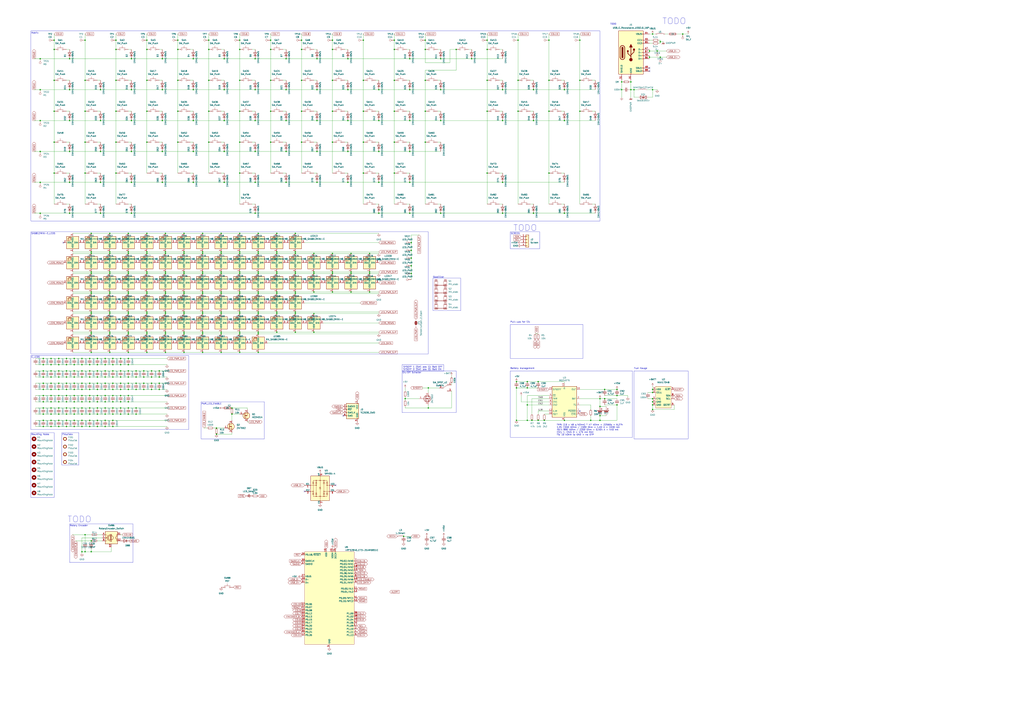
<source format=kicad_sch>
(kicad_sch (version 20231120) (generator "eeschema") (generator_version "8.0")
  (paper "A1")
  (junction (at 54.61 304.8))
  (junction (at 285.75 124.46))
  (junction (at 146.05 91.44))
  (junction (at 74.93 207.01))
  (junction (at 99.06 320.04))
  (junction (at 158.75 48.26))
  (junction (at 82.55 73.66))
  (junction (at 107.95 149.86))
  (junction (at 425.45 91.44))
  (junction (at 33.02 175.26))
  (junction (at 44.45 142.24))
  (junction (at 41.91 314.96))
  (junction (at 177.8 356.87))
  (junction (at 35.56 325.12))
  (junction (at 181.61 224.79))
  (junction (at 57.15 48.26))
  (junction (at 533.4 46.99))
  (junction (at 105.41 241.3))
  (junction (at 92.71 325.12))
  (junction (at 90.17 241.3))
  (junction (at 542.29 46.99))
  (junction (at 111.76 314.96))
  (junction (at 151.13 207.01))
  (junction (at 171.45 66.04))
  (junction (at 285.75 73.66))
  (junction (at 67.31 294.64))
  (junction (at 227.33 256.54))
  (junction (at 535.94 336.55))
  (junction (at 67.31 299.72))
  (junction (at 166.37 224.79))
  (junction (at 80.01 325.12))
  (junction (at 349.25 116.84))
  (junction (at 69.85 439.42))
  (junction (at 95.25 66.04))
  (junction (at 35.56 320.04))
  (junction (at 33.02 73.66))
  (junction (at 323.85 142.24))
  (junction (at 118.11 309.88))
  (junction (at 227.33 223.52))
  (junction (at 436.88 345.44) (diameter 0.9144))
  (junction (at 73.66 320.04))
  (junction (at 73.66 330.2))
  (junction (at 212.09 208.28))
  (junction (at 184.15 124.46))
  (junction (at 74.93 289.56))
  (junction (at 424.18 345.44) (diameter 0.9144))
  (junction (at 105.41 314.96))
  (junction (at 247.65 66.04))
  (junction (at 135.89 241.3))
  (junction (at 181.61 273.05))
  (junction (at 146.05 33.02))
  (junction (at 41.91 335.28))
  (junction (at 311.15 175.26))
  (junction (at 492.76 345.44))
  (junction (at 412.75 73.66))
  (junction (at 111.76 340.36))
  (junction (at 74.93 240.03))
  (junction (at 260.35 48.26))
  (junction (at 120.65 241.3))
  (junction (at 151.13 191.77))
  (junction (at 323.85 33.02))
  (junction (at 120.65 224.79))
  (junction (at 450.85 66.04))
  (junction (at 181.61 289.56))
  (junction (at 337.82 205.74))
  (junction (at 425.45 66.04))
  (junction (at 73.66 309.88))
  (junction (at 242.57 191.77))
  (junction (at 190.5 335.28))
  (junction (at 120.65 191.77))
  (junction (at 298.45 91.44))
  (junction (at 273.05 223.52))
  (junction (at 54.61 320.04))
  (junction (at 257.81 273.05))
  (junction (at 212.09 207.01))
  (junction (at 105.41 240.03))
  (junction (at 67.31 314.96))
  (junction (at 242.57 257.81))
  (junction (at 67.31 453.39))
  (junction (at 118.11 314.96))
  (junction (at 303.53 240.03))
  (junction (at 80.01 304.8))
  (junction (at 133.35 73.66))
  (junction (at 60.96 325.12))
  (junction (at 35.56 309.88))
  (junction (at 48.26 345.44))
  (junction (at 196.85 40.64))
  (junction (at 311.15 149.86))
  (junction (at 105.41 289.56))
  (junction (at 257.81 240.03))
  (junction (at 105.41 340.36))
  (junction (at 80.01 350.52))
  (junction (at 99.06 325.12))
  (junction (at 99.06 294.64))
  (junction (at 44.45 40.64))
  (junction (at 535.94 320.04))
  (junction (at 349.25 40.64))
  (junction (at 67.31 340.36))
  (junction (at 105.41 320.04))
  (junction (at 247.65 91.44))
  (junction (at 82.55 149.86))
  (junction (at 298.45 33.02))
  (junction (at 105.41 223.52))
  (junction (at 146.05 66.04))
  (junction (at 510.54 67.31))
  (junction (at 92.71 320.04))
  (junction (at 120.65 66.04))
  (junction (at 35.56 350.52))
  (junction (at 412.75 149.86))
  (junction (at 337.82 199.39))
  (junction (at 105.41 294.64))
  (junction (at 273.05 208.28))
  (junction (at 412.75 99.06))
  (junction (at 260.35 73.66))
  (junction (at 48.26 325.12))
  (junction (at 73.66 350.52))
  (junction (at 158.75 73.66))
  (junction (at 44.45 116.84))
  (junction (at 120.65 256.54))
  (junction (at 257.81 208.28))
  (junction (at 351.79 318.77))
  (junction (at 311.15 73.66))
  (junction (at 135.89 257.81))
  (junction (at 336.55 73.66))
  (junction (at 105.41 309.88))
  (junction (at 111.76 320.04))
  (junction (at 234.95 149.86))
  (junction (at 433.07 313.69))
  (junction (at 90.17 223.52))
  (junction (at 151.13 224.79))
  (junction (at 92.71 330.2))
  (junction (at 323.85 91.44))
  (junction (at 48.26 335.28))
  (junction (at 74.93 224.79))
  (junction (at 535.94 327.66))
  (junction (at 196.85 257.81))
  (junction (at 105.41 208.28))
  (junction (at 463.55 99.06))
  (junction (at 41.91 294.64))
  (junction (at 60.96 314.96))
  (junction (at 124.46 314.96))
  (junction (at 242.57 241.3))
  (junction (at 273.05 116.84))
  (junction (at 212.09 241.3))
  (junction (at 158.75 99.06))
  (junction (at 485.14 345.44))
  (junction (at 196.85 191.77))
  (junction (at 80.01 299.72))
  (junction (at 166.37 241.3))
  (junction (at 242.57 208.28))
  (junction (at 146.05 116.84))
  (junction (at 120.65 40.64))
  (junction (at 400.05 142.24))
  (junction (at 95.25 91.44))
  (junction (at 533.4 41.91))
  (junction (at 92.71 340.36))
  (junction (at 57.15 99.06))
  (junction (at 82.55 99.06))
  (junction (at 303.53 208.28))
  (junction (at 336.55 175.26))
  (junction (at 518.16 73.66))
  (junction (at 67.31 350.52))
  (junction (at 90.17 224.79))
  (junction (at 190.5 340.36))
  (junction (at 105.41 325.12))
  (junction (at 86.36 299.72))
  (junction (at 476.25 91.44))
  (junction (at 86.36 330.2))
  (junction (at 242.57 240.03))
  (junction (at 74.93 241.3))
  (junction (at 539.75 41.91))
  (junction (at 196.85 91.44))
  (junction (at 67.31 335.28))
  (junction (at 151.13 240.03))
  (junction (at 336.55 149.86))
  (junction (at 441.96 313.69))
  (junction (at 69.85 453.39))
  (junction (at 48.26 330.2))
  (junction (at 135.89 224.79))
  (junction (at 69.85 116.84))
  (junction (at 86.36 340.36))
  (junction (at 80.01 294.64))
  (junction (at 41.91 350.52))
  (junction (at 151.13 223.52))
  (junction (at 44.45 33.02))
  (junction (at 48.26 294.64))
  (junction (at 506.73 332.74) (diameter 0.9144))
  (junction (at 80.01 309.88))
  (junction (at 105.41 273.05))
  (junction (at 74.93 191.77))
  (junction (at 222.25 66.04))
  (junction (at 400.05 91.44))
  (junction (at 41.91 304.8))
  (junction (at 60.96 340.36))
  (junction (at 67.31 320.04))
  (junction (at 120.65 208.28))
  (junction (at 105.41 191.77))
  (junction (at 234.95 124.46))
  (junction (at 130.81 309.88))
  (junction (at 247.65 40.64))
  (junction (at 54.61 294.64))
  (junction (at 273.05 224.79))
  (junction (at 171.45 116.84))
  (junction (at 120.65 273.05))
  (junction (at 257.81 224.79))
  (junction (at 73.66 294.64))
  (junction (at 227.33 207.01))
  (junction (at 506.73 320.04))
  (junction (at 54.61 325.12))
  (junction (at 351.79 335.28))
  (junction (at 105.41 256.54))
  (junction (at 234.95 73.66))
  (junction (at 118.11 320.04))
  (junction (at 60.96 330.2))
  (junction (at 82.55 124.46))
  (junction (at 86.36 345.44))
  (junction (at 35.56 340.36))
  (junction (at 196.85 273.05))
  (junction (at 120.65 240.03))
  (junction (at 424.18 313.69))
  (junction (at 92.71 335.28))
  (junction (at 209.55 99.06))
  (junction (at 273.05 91.44))
  (junction (at 105.41 330.2))
  (junction (at 337.82 218.44))
  (junction (at 133.35 99.06))
  (junction (at 80.01 345.44))
  (junction (at 166.37 256.54))
  (junction (at 120.65 257.81))
  (junction (at 54.61 335.28))
  (junction (at 234.95 48.26))
  (junction (at 90.17 289.56))
  (junction (at 337.82 212.09))
  (junction (at 158.75 149.86))
  (junction (at 105.41 304.8))
  (junction (at 273.05 40.64))
  (junction (at 212.09 224.79))
  (junction (at 535.94 73.66))
  (junction (at 273.05 66.04))
  (junction (at 57.15 175.26))
  (junction (at 298.45 66.04))
  (junction (at 48.26 340.36))
  (junction (at 510.54 73.66))
  (junction (at 92.71 304.8))
  (junction (at 120.65 116.84))
  (junction (at 133.35 124.46))
  (junction (at 124.46 304.8))
  (junction (at 184.15 149.86))
  (junction (at 196.85 274.32))
  (junction (at 177.8 351.79))
  (junction (at 242.57 224.79))
  (junction (at 323.85 40.64))
  (junction (at 184.15 48.26))
  (junction (at 311.15 124.46))
  (junction (at 337.82 224.79))
  (junction (at 86.36 314.96))
  (junction (at 234.95 99.06))
  (junction (at 151.13 274.32))
  (junction (at 181.61 191.77))
  (junction (at 107.95 124.46))
  (junction (at 57.15 124.46))
  (junction (at 67.31 304.8))
  (junction (at 107.95 175.26))
  (junction (at 166.37 273.05))
  (junction (at 212.09 289.56))
  (junction (at 69.85 33.02))
  (junction (at 41.91 340.36))
  (junction (at 90.17 256.54))
  (junction (at 433.07 318.77))
  (junction (at 135.89 223.52))
  (junction (at 67.31 345.44))
  (junction (at 99.06 335.28))
  (junction (at 95.25 116.84))
  (junction (at 336.55 99.06))
  (junction (at 35.56 345.44))
  (junction (at 54.61 345.44))
  (junction (at 41.91 325.12))
  (junction (at 111.76 304.8))
  (junction (at 166.37 223.52))
  (junction (at 171.45 33.02))
  (junction (at 151.13 289.56))
  (junction (at 196.85 256.54))
  (junction (at 99.06 304.8))
  (junction (at 151.13 256.54))
  (junction (at 74.93 274.32))
  (junction (at 196.85 116.84))
  (junction (at 158.75 124.46))
  (junction (at 44.45 66.04))
  (junction (at 80.01 314.96))
  (junction (at 151.13 241.3))
  (junction (at 196.85 224.79))
  (junction (at 184.15 99.06))
  (junction (at 303.53 223.52))
  (junction (at 425.45 33.02))
  (junction (at 196.85 241.3))
  (junction (at 424.18 318.77))
  (junction (at 212.09 223.52))
  (junction (at 222.25 116.84))
  (junction (at 463.55 175.26))
  (junction (at 181.61 257.81))
  (junction (at 33.0199 124.46))
  (junction (at 120.65 91.44))
  (junction (at 181.61 208.28))
  (junction (at 107.95 73.66))
  (junction (at 86.36 320.04))
  (junction (at 332.74 327.66))
  (junction (at 260.35 124.46))
  (junction (at 146.05 40.64))
  (junction (at 111.76 335.28))
  (junction (at 400.05 40.64))
  (junction (at 196.85 240.03))
  (junction (at 260.35 99.06))
  (junction (at 257.81 257.81))
  (junction (at 520.7 73.66))
  (junction (at 35.56 335.28))
  (junction (at 285.75 99.06))
  (junction (at 60.96 294.64))
  (junction (at 166.37 208.28))
  (junction (at 209.55 48.26))
  (junction (at 438.15 99.06))
  (junction (at 133.35 48.26))
  (junction (at 361.95 175.26))
  (junction (at 151.13 208.28))
  (junction (at 492.76 334.01))
  (junction (at 196.85 208.28))
  (junction (at 124.46 320.04))
  (junction (at 80.01 335.28))
  (junction (at 535.94 27.94))
  (junction (at 92.71 314.96))
  (junction (at 107.95 99.06))
  (junction (at 135.89 240.03))
  (junction (at 54.61 330.2))
  (junction (at 74.93 257.81))
  (junction (at 41.91 345.44))
  (junction (at 285.75 149.86))
  (junction (at 57.15 149.86))
  (junction (at 196.85 142.24))
  (junction (at 48.26 309.88))
  (junction (at 209.55 73.66))
  (junction (at 196.85 223.52))
  (junction (at 196.85 33.02))
  (junction (at 118.11 304.8))
  (junction (at 41.91 309.88))
  (junction (at 151.13 273.05))
  (junction (at 212.09 257.81))
  (junction (at 542.29 34.29))
  (junction (at 212.09 274.32))
  (junction (at 247.65 116.84))
  (junction (at 298.45 142.24))
  (junction (at 130.81 314.96))
  (junction (at 496.57 327.66) (diameter 0.9144))
  (junction (at 412.75 175.26))
  (junction (at 60.96 299.72))
  (junction (at 54.61 350.52))
  (junction (at 181.61 241.3))
  (junction (at 298.45 116.84))
  (junction (at 441.96 345.44) (diameter 0.9144))
  (junction (at 387.35 48.26))
  (junction (at 400.05 66.04))
  (junction (at 506.73 325.12) (diameter 0.9144))
  (junction (at 361.95 48.26))
  (junction (at 166.37 289.56))
  (junction (at 212.09 273.05))
  (junction (at 349.25 91.44))
  (junction (at 73.66 335.28))
  (junction (at 196.85 66.04))
  (junction (at 99.06 330.2))
  (junction (at 273.05 240.03))
  (junction (at 400.05 33.02))
  (junction (at 535.94 322.58))
  (junction (at 90.17 191.77))
  (junction (at 82.55 175.26))
  (junction (at 60.96 320.04))
  (junction (at 80.01 330.2))
  (junction (at 57.15 73.66))
  (junction (at 74.93 273.05))
  (junction (at 209.55 175.26))
  (junction (at 86.36 304.8))
  (junction (at 247.65 33.02))
  (junction (at 86.36 325.12))
  (junction (at 120.65 33.02))
  (junction (at 166.37 257.81))
  (junction (at 303.53 224.79))
  (junction (at 166.37 240.03))
  (junction (at 288.29 240.03))
  (junction (at 35.56 314.96))
  (junction (at 54.61 340.36))
  (junction (at 135.89 191.77))
  (junction (at 288.29 224.79))
  (junction (at 171.45 91.44))
  (junction (at 135.89 273.05))
  (junction (at 35.56 330.2))
  (junction (at 323.85 66.04))
  (junction (at 463.55 73.66))
  (junction (at 74.93 256.54))
  (junction (at 90.17 274.32))
  (junction (at 105.41 299.72))
  (junction (at 95.25 40.64))
  (junction (at 133.35 149.86))
  (junction (at 288.29 223.52))
  (junction (at 92.71 299.72))
  (junction (at 476.25 66.04))
  (junction (at 67.31 325.12))
  (junction (at 209.55 149.86))
  (junction (at 361.95 73.66))
  (junction (at 496.57 320.04) (diameter 0.9144))
  (junction (at 73.66 325.12))
  (junction (at 111.76 309.88))
  (junction (at 450.85 33.02))
  (junction (at 273.05 33.02))
  (junction (at 171.45 40.64))
  (junction (at 73.66 299.72))
  (junction (at 120.65 207.01))
  (junction (at 535.94 330.2))
  (junction (at 331.47 440.69))
  (junction (at 48.26 304.8))
  (junction (at 135.89 207.01))
  (junction (at 492.76 341.63))
  (junction (at 135.89 289.56))
  (junction (at 288.29 208.28))
  (junction (at 227.33 191.77))
  (junction (at 67.31 330.2))
  (junction (at 95.25 142.24))
  (junction (at 48.26 320.04))
  (junction (at 535.94 332.74))
  (junction (at 242.57 207.01))
  (junction (at 120.65 274.32))
  (junction (at 60.96 304.8))
  (junction (at 349.25 33.02))
  (junction (at 227.33 208.28))
  (junction (at 105.41 224.79))
  (junction (at 242.57 223.52))
  (junction (at 151.13 257.81))
  (junction (at 166.37 207.01))
  (junction (at 336.55 124.46))
  (junction (at 105.41 207.01))
  (junction (at 90.17 257.81))
  (junction (at 48.26 314.96))
  (junction (at 33.02 149.86))
  (junction (at 257.81 223.52))
  (junction (at 69.85 142.24))
  (junction (at 54.61 314.96))
  (junction (at 260.35 149.86))
  (junction (at 242.57 273.05))
  (junction (at 311.15 99.06))
  (junction (at 374.65 40.64))
  (junction (at 184.15 73.66))
  (junction (at 518.16 67.31))
  (junction (at 92.71 309.88))
  (junction (at 90.17 240.03))
  (junction (at 476.25 33.02))
  (junction (at 35.56 294.64))
  (junction (at 86.36 350.52))
  (junction (at 69.85 66.04))
  (junction (at 227.33 224.79))
  (junction (at 227.33 241.3))
  (junction (at 222.25 40.64))
  (junction (at 433.07 332.74) (diameter 0.9144))
  (junction (at 105.41 335.28))
  (junction (at 86.36 309.88))
  (junction (at 74.93 208.28))
  (junction (at 107.95 48.26))
  (junction (at 227.33 240.03))
  (junction (at 86.36 335.28))
  (junction (at 48.26 299.72))
  (junction (at 41.91 299.72))
  (junction (at 80.01 340.36))
  (junction (at 450.85 91.44))
  (junction (at 361.95 99.06))
  (junction (at 33.02 48.26))
  (junction (at 212.09 191.77))
  (junction (at 90.17 273.05))
  (junction (at 130.81 320.04))
  (junction (at 196.85 207.01))
  (junction (at 222.25 33.02))
  (junction (at 130.81 304.8))
  (junction (at 92.71 350.52))
  (junction (at 54.61 299.72))
  (junction (at 447.04 345.44) (diameter 0.9144))
  (junction (at 242.57 256.54))
  (junction (at 433.07 345.44) (diameter 0.9144))
  (junction (at 74.93 444.5))
  (junction (at 60.96 309.88))
  (junction (at 60.96 345.44))
  (junction (at 80.01 320.04))
  (junction (at 285.75 48.26))
  (junction (at 181.61 240.03))
  (junction (at 438.15 73.66))
  (junction (at 99.06 340.36))
  (junction (at 560.705 27.94))
  (junction (at 181.61 256.54))
  (junction (at 492.76 327.66))
  (junction (at 124.46 309.88))
  (junction (at 90.17 207.01))
  (junction (at 222.25 91.44))
  (junction (at 33.02 99.06))
  (junction (at 92.71 345.44))
  (junction (at 209.55 124.46))
  (junction (at 73.66 340.36))
  (junction (at 135.89 256.54))
  (junction (at 41.91 330.2))
  (junction (at 438.15 175.26))
  (junction (at 54.61 309.88))
  (junction (at 99.06 314.96))
  (junction (at 73.66 314.96))
  (junction (at 212.09 240.03))
  (junction (at 86.36 294.64))
  (junction (at 166.37 274.32))
  (junction (at 181.61 223.52))
  (junction (at 349.25 66.04))
  (junction (at 35.56 304.8))
  (junction (at 69.85 91.44))
  (junction (at 67.31 309.88))
  (junction (at 135.89 274.32))
  (junction (at 196.85 289.56))
  (junction (at 120.65 289.56))
  (junction (at 73.66 304.8))
  (junction (at 74.93 453.39))
  (junction (at 105.41 257.81))
  (junction (at 99.06 299.72))
  (junction (at 60.96 350.52))
  (junction (at 450.85 142.24))
  (junction (at 463.55 345.44) (diameter 0.9144))
  (junction (at 35.56 299.72))
  (junction (at 323.85 116.84))
  (junction (at 90.17 208.28))
  (junction (at 166.37 191.77))
  (junction (at 227.33 257.81))
  (junction (at 41.91 320.04))
  (junction (at 105.41 274.32))
  (junction (at 44.45 91.44))
  (junction (at 212.09 256.54))
  (junction (at 95.25 33.02))
  (junction (at 48.26 350.52))
  (junction (at 135.89 208.28))
  (junction (at 336.55 48.26))
  (junction (at 74.93 223.52))
  (junction (at 60.96 335.28))
  (junction (at 227.33 273.05))
  (junction (at 73.66 345.44))
  (junction (at 120.65 223.52))
  (junction (at 181.61 274.32))
  (junction (at 99.06 309.88))
  (junction (at 92.71 294.64))
  (junction (at 181.61 207.01))
  (no_connect (at 476.25 337.82))
  (no_connect (at 281.94 341.63))
  (no_connect (at 52.07 199.39))
  (no_connect (at 275.59 398.78))
  (no_connect (at 533.4 55.88))
  (no_connect (at 533.4 58.42))
  (no_connect (at 250.19 403.86))
  (wire (pts (xy 257.81 116.84) (xy 260.35 116.84)))
  (wire (pts (xy 73.66 330.2) (xy 80.01 330.2)))
  (wire (pts (xy 450.85 66.04) (xy 450.85 91.44)))
  (wire (pts (xy 59.69 240.03) (xy 74.93 240.03)))
  (wire (pts (xy 91.44 449.58) (xy 91.44 453.39)))
  (wire (pts (xy 273.05 91.44) (xy 273.05 116.84)))
  (wire (pts (xy 62.23 444.5) (xy 74.93 444.5)))
  (wire (pts (xy 33.02 48.26) (xy 57.15 48.26)))
  (wire (pts (xy 542.29 46.99) (xy 547.37 46.99)))
  (wire (pts (xy 82.55 124.46) (xy 107.95 124.46)))
  (wire (pts (xy 48.26 325.12) (xy 54.61 325.12)))
  (wire (pts (xy 212.09 256.54) (xy 227.33 256.54)))
  (wire (pts (xy 29.21 299.72) (xy 35.56 299.72)))
  (wire (pts (xy 74.93 224.79) (xy 90.17 224.79)))
  (wire (pts (xy 196.85 289.56) (xy 212.09 289.56)))
  (wire (pts (xy 436.88 327.66) (xy 450.85 327.66)))
  (wire (pts (xy 461.01 91.44) (xy 463.55 91.44)))
  (wire (pts (xy 82.55 175.26) (xy 107.95 175.26)))
  (wire (pts (xy 158.75 99.06) (xy 184.15 99.06)))
  (wire (pts (xy 48.26 320.04) (xy 54.61 320.04)))
  (wire (pts (xy 57.15 48.26) (xy 107.95 48.26)))
  (wire (pts (xy 54.61 350.52) (xy 60.96 350.52)))
  (wire (pts (xy 257.81 273.05) (xy 311.15 273.05)))
  (wire (pts (xy 92.71 325.12) (xy 99.06 325.12)))
  (wire (pts (xy 135.89 240.03) (xy 151.13 240.03)))
  (wire (pts (xy 425.45 91.44) (xy 425.45 167.64)))
  (wire (pts (xy 73.66 320.04) (xy 80.01 320.04)))
  (wire (pts (xy 151.13 240.03) (xy 166.37 240.03)))
  (wire (pts (xy 424.18 318.77) (xy 433.07 318.77)))
  (wire (pts (xy 74.93 289.56) (xy 90.17 289.56)))
  (wire (pts (xy 535.94 332.74) (xy 535.94 336.55)))
  (wire (pts (xy 212.09 224.79) (xy 227.33 224.79)))
  (wire (pts (xy 247.65 27.94) (xy 247.65 33.02)))
  (wire (pts (xy 181.61 66.04) (xy 184.15 66.04)))
  (wire (pts (xy 196.85 33.02) (xy 196.85 40.64)))
  (wire (pts (xy 207.01 66.04) (xy 209.55 66.04)))
  (wire (pts (xy 146.05 40.64) (xy 146.05 66.04)))
  (wire (pts (xy 105.41 191.77) (xy 120.65 191.77)))
  (wire (pts (xy 80.01 345.44) (xy 86.36 345.44)))
  (wire (pts (xy 74.93 223.52) (xy 90.17 223.52)))
  (wire (pts (xy 303.53 223.52) (xy 311.15 223.52)))
  (wire (pts (xy 533.4 41.91) (xy 533.4 43.18)))
  (wire (pts (xy 29.21 330.2) (xy 35.56 330.2)))
  (wire (pts (xy 295.91 248.92) (xy 250.19 248.92)))
  (wire (pts (xy 166.37 223.52) (xy 181.61 223.52)))
  (wire (pts (xy 334.01 40.64) (xy 336.55 40.64)))
  (wire (pts (xy 60.96 350.52) (xy 67.31 350.52)))
  (wire (pts (xy 441.96 313.69) (xy 463.55 313.69)))
  (wire (pts (xy 95.25 142.24) (xy 95.25 167.64)))
  (wire (pts (xy 476.25 66.04) (xy 476.25 91.44)))
  (wire (pts (xy 190.5 356.87) (xy 190.5 355.6)))
  (wire (pts (xy 33.02 99.06) (xy 57.15 99.06)))
  (wire (pts (xy 257.81 224.79) (xy 273.05 224.79)))
  (wire (pts (xy 99.06 314.96) (xy 105.41 314.96)))
  (wire (pts (xy 227.33 257.81) (xy 242.57 257.81)))
  (wire (pts (xy 308.61 142.24) (xy 311.15 142.24)))
  (wire (pts (xy 151.13 273.05) (xy 166.37 273.05)))
  (wire (pts (xy 450.85 142.24) (xy 450.85 167.64)))
  (wire (pts (xy 227.33 207.01) (xy 242.57 207.01)))
  (wire (pts (xy 247.65 40.64) (xy 247.65 66.04)))
  (wire (pts (xy 158.75 48.26) (xy 184.15 48.26)))
  (wire (pts (xy 196.85 240.03) (xy 212.09 240.03)))
  (wire (pts (xy 69.85 453.39) (xy 74.93 453.39)))
  (wire (pts (xy 476.25 33.02) (xy 476.25 66.04)))
  (wire (pts (xy 44.45 27.94) (xy 44.45 33.02)))
  (wire (pts (xy 323.85 66.04) (xy 323.85 91.44)))
  (wire (pts (xy 67.31 304.8) (xy 73.66 304.8)))
  (wire (pts (xy 227.33 240.03) (xy 242.57 240.03)))
  (wire (pts (xy 349.25 66.04) (xy 349.25 91.44)))
  (wire (pts (xy 227.33 256.54) (xy 242.57 256.54)))
  (wire (pts (xy 41.91 345.44) (xy 48.26 345.44)))
  (wire (pts (xy 86.36 340.36) (xy 92.71 340.36)))
  (wire (pts (xy 80.01 66.04) (xy 82.55 66.04)))
  (wire (pts (xy 86.36 309.88) (xy 92.71 309.88)))
  (wire (pts (xy 486.41 66.04) (xy 488.95 66.04)))
  (wire (pts (xy 111.76 314.96) (xy 118.11 314.96)))
  (wire (pts (xy 130.81 142.24) (xy 133.35 142.24)))
  (wire (pts (xy 196.85 273.05) (xy 212.09 273.05)))
  (wire (pts (xy 130.81 116.84) (xy 133.35 116.84)))
  (wire (pts (xy 463.55 345.44) (xy 485.14 345.44)))
  (wire (pts (xy 74.93 240.03) (xy 90.17 240.03)))
  (wire (pts (xy 74.93 191.77) (xy 90.17 191.77)))
  (wire (pts (xy 533.4 45.72) (xy 533.4 46.99)))
  (wire (pts (xy 80.01 294.64) (xy 86.36 294.64)))
  (wire (pts (xy 29.21 309.88) (xy 35.56 309.88)))
  (wire (pts (xy 181.61 257.81) (xy 196.85 257.81)))
  (wire (pts (xy 60.96 335.28) (xy 67.31 335.28)))
  (wire (pts (xy 146.05 66.04) (xy 146.05 91.44)))
  (wire (pts (xy 298.45 116.84) (xy 298.45 142.24)))
  (wire (pts (xy 69.85 439.42) (xy 69.85 445.77)))
  (wire (pts (xy 124.46 309.88) (xy 130.81 309.88)))
  (wire (pts (xy 535.94 27.94) (xy 533.4 27.94)))
  (wire (pts (xy 400.05 27.94) (xy 400.05 33.02)))
  (wire (pts (xy 285.75 99.06) (xy 311.15 99.06)))
  (wire (pts (xy 120.65 116.84) (xy 120.65 142.24)))
  (wire (pts (xy 222.25 91.44) (xy 222.25 116.84)))
  (wire (pts (xy 247.65 66.04) (xy 247.65 91.44)))
  (wire (pts (xy 181.61 40.64) (xy 184.15 40.64)))
  (wire (pts (xy 308.61 116.84) (xy 311.15 116.84)))
  (wire (pts (xy 158.75 124.46) (xy 184.15 124.46)))
  (wire (pts (xy 212.09 241.3) (xy 227.33 241.3)))
  (wire (pts (xy 349.25 91.44) (xy 349.25 116.84)))
  (wire (pts (xy 90.17 257.81) (xy 105.41 257.81)))
  (wire (pts (xy 44.45 91.44) (xy 44.45 116.84)))
  (wire (pts (xy 120.65 289.56) (xy 135.89 289.56)))
  (wire (pts (xy 105.41 273.05) (xy 120.65 273.05)))
  (wire (pts (xy 67.31 320.04) (xy 73.66 320.04)))
  (wire (pts (xy 336.55 175.26) (xy 361.95 175.26)))
  (wire (pts (xy 60.96 325.12) (xy 67.31 325.12)))
  (wire (pts (xy 29.21 340.36) (xy 35.56 340.36)))
  (wire (pts (xy 67.31 309.88) (xy 73.66 309.88)))
  (wire (pts (xy 54.61 299.72) (xy 60.96 299.72)))
  (wire (pts (xy 27.94 73.66) (xy 33.02 73.66)))
  (wire (pts (xy 298.45 27.94) (xy 298.45 33.02)))
  (wire (pts (xy 92.71 330.2) (xy 99.06 330.2)))
  (wire (pts (xy 242.57 224.79) (xy 257.81 224.79)))
  (wire (pts (xy 532.13 327.66) (xy 535.94 327.66)))
  (wire (pts (xy 67.31 350.52) (xy 73.66 350.52)))
  (wire (pts (xy 35.56 330.2) (xy 41.91 330.2)))
  (wire (pts (xy 181.61 256.54) (xy 196.85 256.54)))
  (wire (pts (xy 541.02 33.02) (xy 542.29 33.02)))
  (wire (pts (xy 166.37 274.32) (xy 181.61 274.32)))
  (wire (pts (xy 257.81 257.81) (xy 311.15 257.81)))
  (wire (pts (xy 196.85 40.64) (xy 196.85 66.04)))
  (wire (pts (xy 95.25 66.04) (xy 95.25 91.44)))
  (wire (pts (xy 336.55 73.66) (xy 361.95 73.66)))
  (wire (pts (xy 424.18 313.69) (xy 433.07 313.69)))
  (wire (pts (xy 29.21 304.8) (xy 35.56 304.8)))
  (wire (pts (xy 166.37 240.03) (xy 181.61 240.03)))
  (wire (pts (xy 86.36 320.04) (xy 92.71 320.04)))
  (wire (pts (xy 35.56 320.04) (xy 41.91 320.04)))
  (wire (pts (xy 74.93 273.05) (xy 90.17 273.05)))
  (wire (pts (xy 207.01 91.44) (xy 209.55 91.44)))
  (wire (pts (xy 48.26 340.36) (xy 54.61 340.36)))
  (wire (pts (xy 48.26 335.28) (xy 54.61 335.28)))
  (wire (pts (xy 105.41 314.96) (xy 111.76 314.96)))
  (wire (pts (xy 86.36 350.52) (xy 92.71 350.52)))
  (wire (pts (xy 337.82 212.09) (xy 337.82 218.44)))
  (wire (pts (xy 476.25 327.66) (xy 492.76 327.66)))
  (wire (pts (xy 59.69 207.01) (xy 74.93 207.01)))
  (wire (pts (xy 361.95 175.26) (xy 412.75 175.26)))
  (wire (pts (xy 283.21 142.24) (xy 285.75 142.24)))
  (wire (pts (xy 441.96 337.82) (xy 450.85 337.82)))
  (wire (pts (xy 73.66 309.88) (xy 80.01 309.88)))
  (wire (pts (xy 120.65 240.03) (xy 135.89 240.03)))
  (wire (pts (xy 463.55 313.69) (xy 463.55 314.96)))
  (wire (pts (xy 67.31 441.96) (xy 67.31 453.39)))
  (wire (pts (xy 105.41 207.01) (xy 120.65 207.01)))
  (wire (pts (xy 370.84 335.28) (xy 370.84 321.31)))
  (wire (pts (xy 92.71 345.44) (xy 137.16 345.44)))
  (wire (pts (xy 54.61 40.64) (xy 57.15 40.64)))
  (wire (pts (xy 105.41 335.28) (xy 111.76 335.28)))
  (wire (pts (xy 60.96 304.8) (xy 67.31 304.8)))
  (wire (pts (xy 510.54 73.66) (xy 511.81 73.66)))
  (wire (pts (xy 120.65 241.3) (xy 135.89 241.3)))
  (wire (pts (xy 54.61 330.2) (xy 60.96 330.2)))
  (wire (pts (xy 90.17 241.3) (xy 105.41 241.3)))
  (wire (pts (xy 209.55 124.46) (xy 234.95 124.46)))
  (wire (pts (xy 27.94 48.26) (xy 33.02 48.26)))
  (wire (pts (xy 288.29 224.79) (xy 303.53 224.79)))
  (wire (pts (xy 257.81 40.64) (xy 260.35 40.64)))
  (wire (pts (xy 535.94 27.94) (xy 538.48 27.94)))
  (wire (pts (xy 412.75 149.86) (xy 463.55 149.86)))
  (wire (pts (xy 59.69 191.77) (xy 74.93 191.77)))
  (wire (pts (xy 349.25 57.785) (xy 349.25 66.04)))
  (wire (pts (xy 273.05 223.52) (xy 288.29 223.52)))
  (wire (pts (xy 48.26 350.52) (xy 54.61 350.52)))
  (wire (pts (xy 175.26 351.79) (xy 177.8 351.79)))
  (wire (pts (xy 44.45 116.84) (xy 44.45 142.24)))
  (wire (pts (xy 59.69 223.52) (xy 74.93 223.52)))
  (wire (pts (xy 332.74 335.28) (xy 351.79 335.28)))
  (wire (pts (xy 120.65 191.77) (xy 135.89 191.77)))
  (wire (pts (xy 73.66 314.96) (xy 80.01 314.96)))
  (wire (pts (xy 33.02 175.26) (xy 57.15 175.26)))
  (wire (pts (xy 535.94 330.2) (xy 535.94 332.74)))
  (wire (pts (xy 196.85 223.52) (xy 212.09 223.52)))
  (wire (pts (xy 171.45 27.94) (xy 171.45 33.02)))
  (wire (pts (xy 303.53 240.03) (xy 311.15 240.03)))
  (wire (pts (xy 151.13 257.81) (xy 166.37 257.81)))
  (wire (pts (xy 181.61 91.44) (xy 184.15 91.44)))
  (wire (pts (xy 90.17 273.05) (xy 105.41 273.05)))
  (wire (pts (xy 410.21 91.44) (xy 412.75 91.44)))
  (wire (pts (xy 518.16 67.31) (xy 518.16 73.66)))
  (wire (pts (xy 370.84 314.96) (xy 370.84 316.23)))
  (wire (pts (xy 105.41 257.81) (xy 120.65 257.81)))
  (wire (pts (xy 492.76 327.66) (xy 492.76 334.01)))
  (wire (pts (xy 242.57 273.05) (xy 257.81 273.05)))
  (wire (pts (xy 288.29 208.28) (xy 303.53 208.28)))
  (wire (pts (xy 222.25 66.04) (xy 222.25 91.44)))
  (wire (pts (xy 232.41 66.04) (xy 234.95 66.04)))
  (wire (pts (xy 111.76 304.8) (xy 118.11 304.8)))
  (wire (pts (xy 273.05 224.79) (xy 288.29 224.79)))
  (wire (pts (xy 207.01 40.64) (xy 209.55 40.64)))
  (wire (pts (xy 196.85 207.01) (xy 212.09 207.01)))
  (wire (pts (xy 27.94 149.86) (xy 33.02 149.86)))
  (wire (pts (xy 273.05 208.28) (xy 288.29 208.28)))
  (wire (pts (xy 29.21 350.52) (xy 35.56 350.52)))
  (wire (pts (xy 533.4 35.56) (xy 535.94 35.56)))
  (wire (pts (xy 535.94 317.5) (xy 535.94 320.04)))
  (wire (pts (xy 334.01 91.44) (xy 336.55 91.44)))
  (wire (pts (xy 82.55 149.86) (xy 107.95 149.86)))
  (wire (pts (xy 118.11 304.8) (xy 124.46 304.8)))
  (wire (pts (xy 99.06 299.72) (xy 105.41 299.72)))
  (wire (pts (xy 59.69 224.79) (xy 74.93 224.79)))
  (wire (pts (xy 69.85 116.84) (xy 69.85 142.24)))
  (wire (pts (xy 135.89 241.3) (xy 151.13 241.3)))
  (wire (pts (xy 496.57 327.66) (xy 506.73 327.66)))
  (wire (pts (xy 303.53 208.28) (xy 311.15 208.28)))
  (wire (pts (xy 67.31 330.2) (xy 73.66 330.2)))
  (wire (pts (xy 41.91 294.64) (xy 48.26 294.64)))
  (wire (pts (xy 67.31 345.44) (xy 73.66 345.44)))
  (wire (pts (xy 48.26 345.44) (xy 54.61 345.44)))
  (wire (pts (xy 171.45 33.02) (xy 171.45 40.64)))
  (wire (pts (xy 105.41 240.03) (xy 120.65 240.03)))
  (wire (pts (xy 146.05 27.94) (xy 146.05 33.02)))
  (wire (pts (xy 105.41 223.52) (xy 120.65 223.52)))
  (wire (pts (xy 181.61 273.05) (xy 196.85 273.05)))
  (wire (pts (xy 285.75 73.66) (xy 311.15 73.66)))
  (wire (pts (xy 91.44 453.39) (xy 74.93 453.39)))
  (wire (pts (xy 120.65 257.81) (xy 135.89 257.81)))
  (wire (pts (xy 351.79 318.77) (xy 360.68 318.77)))
  (wire (pts (xy 257.81 142.24) (xy 260.35 142.24)))
  (wire (pts (xy 447.04 345.44) (xy 463.55 345.44)))
  (wire (pts (xy 90.17 256.54) (xy 105.41 256.54)))
  (wire (pts (xy 124.46 314.96) (xy 130.81 314.96)))
  (wire (pts (xy 133.35 149.86) (xy 158.75 149.86)))
  (wire (pts (xy 135.89 273.05) (xy 151.13 273.05)))
  (wire (pts (xy 29.21 294.64) (xy 35.56 294.64)))
  (wire (pts (xy 196.85 208.28) (xy 212.09 208.28)))
  (wire (pts (xy 99.06 294.64) (xy 105.41 294.64)))
  (wire (pts (xy 99.06 304.8) (xy 105.41 304.8)))
  (wire (pts (xy 242.57 223.52) (xy 257.81 223.52)))
  (wire (pts (xy 260.35 124.46) (xy 285.75 124.46)))
  (wire (pts (xy 285.75 124.46) (xy 311.15 124.46)))
  (wire (pts (xy 400.05 33.02) (xy 400.05 40.64)))
  (wire (pts (xy 257.81 240.03) (xy 273.05 240.03)))
  (wire (pts (xy 120.65 27.94) (xy 120.65 33.02)))
  (wire (pts (xy 463.55 73.66) (xy 488.95 73.66)))
  (wire (pts (xy 156.21 40.64) (xy 158.75 40.64)))
  (wire (pts (xy 59.69 241.3) (xy 74.93 241.3)))
  (wire (pts (xy 107.95 149.86) (xy 133.35 149.86)))
  (wire (pts (xy 535.94 80.01) (xy 535.94 73.66)))
  (wire (pts (xy 351.79 318.77) (xy 351.79 322.58)))
  (wire (pts (xy 120.65 207.01) (xy 135.89 207.01)))
  (wire (pts (xy 135.89 256.54) (xy 151.13 256.54)))
  (wire (pts (xy 461.01 167.64) (xy 463.55 167.64)))
  (wire (pts (xy 90.17 207.01) (xy 105.41 207.01)))
  (wire (pts (xy 29.21 314.96) (xy 35.56 314.96)))
  (wire (pts (xy 510.54 67.31) (xy 510.54 73.66)))
  (wire (pts (xy 181.61 289.56) (xy 196.85 289.56)))
  (wire (pts (xy 184.15 99.06) (xy 209.55 99.06)))
  (wire (pts (xy 29.21 345.44) (xy 35.56 345.44)))
  (wire (pts (xy 44.45 40.64) (xy 44.45 66.04)))
  (wire (pts (xy 105.41 325.12) (xy 137.16 325.12)))
  (wire (pts (xy 427.99 330.2) (xy 450.85 330.2)))
  (wire (pts (xy 105.41 208.28) (xy 120.65 208.28)))
  (wire (pts (xy 67.31 453.39) (xy 67.31 454.66)))
  (wire (pts (xy 311.15 265.43) (xy 265.43 265.43)))
  (wire (pts (xy 424.18 318.77) (xy 424.18 345.44)))
  (wire (pts (xy 74.93 274.32) (xy 90.17 274.32)))
  (wire (pts (xy 533.4 33.02) (xy 535.94 33.02)))
  (wire (pts (xy 48.26 309.88) (xy 54.61 309.88)))
  (wire (pts (xy 209.55 99.06) (xy 234.95 99.06)))
  (wire (pts (xy 181.61 208.28) (xy 196.85 208.28)))
  (wire (pts (xy 535.94 327.66) (xy 535.94 330.2)))
  (wire (pts (xy 80.01 325.12) (xy 86.36 325.12)))
  (wire (pts (xy 99.06 439.42) (xy 100.33 439.42)))
  (wire (pts (xy 184.15 149.86) (xy 209.55 149.86)))
  (wire (pts (xy 535.94 320.04) (xy 535.94 322.58)))
  (wire (pts (xy 118.11 309.88) (xy 124.46 309.88)))
  (wire (pts (xy 48.26 299.72) (xy 54.61 299.72)))
  (wire (pts (xy 212.09 274.32) (xy 311.15 274.32)))
  (wire (pts (xy 41.91 335.28) (xy 48.26 335.28)))
  (wire (pts (xy 247.65 91.44) (xy 247.65 116.84)))
  (wire (pts (xy 323.85 33.02) (xy 323.85 40.64)))
  (wire (pts (xy 95.25 91.44) (xy 95.25 116.84)))
  (wire (pts (xy 496.57 325.12) (xy 506.73 325.12)))
  (wire (pts (xy 86.36 294.64) (xy 92.71 294.64)))
  (wire (pts (xy 105.41 294.64) (xy 137.16 294.64)))
  (wire (pts (xy 516.89 73.66) (xy 518.16 73.66)))
  (wire (pts (xy 166.37 256.54) (xy 181.61 256.54)))
  (wire (pts (xy 196.85 66.04) (xy 196.85 91.44)))
  (wire (pts (xy 337.82 205.74) (xy 337.82 212.09)))
  (wire (pts (xy 450.85 33.02) (xy 450.85 66.04)))
  (wire (pts (xy 118.11 314.96) (xy 124.46 314.96)))
  (wire (pts (xy 59.69 439.42) (xy 69.85 439.42)))
  (wire (pts (xy 74.93 208.28) (xy 90.17 208.28)))
  (wire (pts (xy 461.01 66.04) (xy 463.55 66.04)))
  (wire (pts (xy 135.89 207.01) (xy 151.13 207.01)))
  (wire (pts (xy 496.57 332.74) (xy 506.73 332.74)))
  (wire (pts (xy 95.25 33.02) (xy 95.25 40.64)))
  (wire (pts (xy 111.76 320.04) (xy 118.11 320.04)))
  (wire (pts (xy 95.25 116.84) (xy 95.25 142.24)))
  (wire (pts (xy 166.37 273.05) (xy 181.61 273.05)))
  (wire (pts (xy 80.01 444.5) (xy 83.82 444.5)))
  (wire (pts (xy 212.09 240.03) (xy 227.33 240.03)))
  (wire (pts (xy 86.36 330.2) (xy 92.71 330.2)))
  (wire (pts (xy 151.13 289.56) (xy 166.37 289.56)))
  (wire (pts (xy 387.35 48.26) (xy 412.75 48.26)))
  (wire (pts (xy 69.85 142.24) (xy 69.85 167.64)))
  (wire (pts (xy 107.95 99.06) (xy 133.35 99.06)))
  (wire (pts (xy 433.07 332.74) (xy 450.85 332.74)))
  (wire (pts (xy 285.75 149.86) (xy 311.15 149.86)))
  (wire (pts (xy 196.85 116.84) (xy 196.85 142.24)))
  (wire (pts (xy 107.95 175.26) (xy 209.55 175.26)))
  (wire (pts (xy 515.62 325.12) (xy 506.73 325.12)))
  (wire (pts (xy 207.01 116.84) (xy 209.55 116.84)))
  (wire (pts (xy 298.45 142.24) (xy 298.45 167.64)))
  (wire (pts (xy 105.41 224.79) (xy 120.65 224.79)))
  (wire (pts (xy 412.75 175.26) (xy 438.15 175.26)))
  (wire (pts (xy 105.41 309.88) (xy 111.76 309.88)))
  (wire (pts (xy 349.25 33.02) (xy 349.25 40.64)))
  (wire (pts (xy 181.61 241.3) (xy 196.85 241.3)))
  (wire (pts (xy 510.54 73.66) (xy 510.54 80.01)))
  (wire (pts (xy 107.95 48.26) (xy 133.35 48.26)))
  (wire (pts (xy 99.06 340.36) (xy 105.41 340.36)))
  (wire (pts (xy 35.56 325.12) (xy 41.91 325.12)))
  (wire (pts (xy 80.01 335.28) (xy 86.36 335.28)))
  (wire (pts (xy 400.05 91.44) (xy 400.05 142.24)))
  (wire (pts (xy 410.21 142.24) (xy 412.75 142.24)))
  (wire (pts (xy 146.05 91.44) (xy 146.05 116.84)))
  (wire (pts (xy 209.55 73.66) (xy 234.95 73.66)))
  (wire (pts (xy 99.06 309.88) (xy 105.41 309.88)))
  (wire (pts (xy 74.93 445.77) (xy 74.93 444.5)))
  (wire (pts (xy 54.61 116.84) (xy 57.15 116.84)))
  (wire (pts (xy 334.01 167.64) (xy 336.55 167.64)))
  (wire (pts (xy 433.07 325.12) (xy 450.85 325.12)))
  (wire (pts (xy 171.45 91.44) (xy 171.45 116.84)))
  (wire (pts (xy 222.25 33.02) (xy 222.25 40.64)))
  (wire (pts (xy 257.81 91.44) (xy 260.35 91.44)))
  (wire (pts (xy 485.14 341.63) (xy 485.14 345.44)))
  (wire (pts (xy 111.76 309.88) (xy 118.11 309.88)))
  (wire (pts (xy 283.21 66.04) (xy 285.75 66.04)))
  (wire (pts (xy 29.21 335.28) (xy 35.56 335.28)))
  (wire (pts (xy 54.61 309.88) (xy 60.96 309.88)))
  (wire (pts (xy 323.85 27.94) (xy 323.85 33.02)))
  (wire (pts (xy 476.25 27.94) (xy 476.25 33.02)))
  (wire (pts (xy 222.25 116.84) (xy 222.25 142.24)))
  (wire (pts (xy 227.33 241.3) (xy 242.57 241.3)))
  (wire (pts (xy 90.17 240.03) (xy 105.41 240.03)))
  (wire (pts (xy 242.57 257.81) (xy 257.81 257.81)))
  (wire (pts (xy 54.61 142.24) (xy 57.15 142.24)))
  (wire (pts (xy 166.37 289.56) (xy 181.61 289.56)))
  (wire (pts (xy 336.55 149.86) (xy 412.75 149.86)))
  (wire (pts (xy 130.81 304.8) (xy 137.16 304.8)))
  (wire (pts (xy 54.61 304.8) (xy 60.96 304.8)))
  (wire (pts (xy 54.61 91.44) (xy 57.15 91.44)))
  (wire (pts (xy 80.01 304.8) (xy 86.36 304.8)))
  (wire (pts (xy 107.95 73.66) (xy 133.35 73.66)))
  (wire (pts (xy 73.66 340.36) (xy 80.01 340.36)))
  (wire (pts (xy 212.09 289.56) (xy 311.15 289.56)))
  (wire (pts (xy 105.41 304.8) (xy 111.76 304.8)))
  (wire (pts (xy 166.37 241.3) (xy 181.61 241.3)))
  (wire (pts (xy 171.45 116.84) (xy 171.45 142.24)))
  (wire (pts (xy 232.41 91.44) (xy 234.95 91.44)))
  (wire (pts (xy 73.66 345.44) (xy 80.01 345.44)))
  (wire (pts (xy 203.2 335.28) (xy 203.2 336.55)))
  (wire (pts (xy 196.85 241.3) (xy 212.09 241.3)))
  (wire (pts (xy 298.45 33.02) (xy 298.45 66.04)))
  (wire (pts (xy 54.61 167.64) (xy 57.15 167.64)))
  (wire (pts (xy 90.17 191.77) (xy 105.41 191.77)))
  (wire (pts (xy 450.85 91.44) (xy 450.85 142.24)))
  (wire (pts (xy 35.56 309.88) (xy 41.91 309.88)))
  (wire (pts (xy 260.35 149.86) (xy 285.75 149.86)))
  (wire (pts (xy 156.21 91.44) (xy 158.75 91.44)))
  (wire (pts (xy 67.31 294.64) (xy 73.66 294.64)))
  (wire (pts (xy 515.62 326.39) (xy 515.62 325.12)))
  (wire (pts (xy 181.61 224.79) (xy 196.85 224.79)))
  (wire (pts (xy 67.31 314.96) (xy 73.66 314.96)))
  (wire (pts (xy 73.66 294.64) (xy 80.01 294.64)))
  (wire (pts (xy 105.41 289.56) (xy 120.65 289.56)))
  (wire (pts (xy 308.61 66.04) (xy 311.15 66.04)))
  (wire (pts (xy 250.19 199.39) (xy 311.15 199.39)))
  (wire (pts (xy 105.41 340.36) (xy 111.76 340.36)))
  (wire (pts (xy 308.61 91.44) (xy 311.15 91.44)))
  (wire (pts (xy 181.61 116.84) (xy 184.15 116.84)))
  (wire (pts (xy 190.5 335.28) (xy 203.2 335.28)))
  (wire (pts (xy 156.21 142.24) (xy 158.75 142.24)))
  (wire (pts (xy 492.76 345.44) (xy 506.73 345.44)))
  (wire (pts (xy 41.91 340.36) (xy 48.26 340.36)))
  (wire (pts (xy 82.55 116.84) (xy 80.01 116.84)))
  (wire (pts (xy 92.71 294.64) (xy 99.06 294.64)))
  (wire (pts (xy 506.73 345.44) (xy 506.73 332.74)))
  (wire (pts (xy 369.57 40.64) (xy 374.65 40.64)))
  (wire (pts (xy 209.55 149.86) (xy 234.95 149.86)))
  (wire (pts (xy 196.85 191.77) (xy 212.09 191.77)))
  (wire (pts (xy 227.33 273.05) (xy 242.57 273.05)))
  (wire (pts (xy 27.94 99.06) (xy 33.02 99.06)))
  (wire (pts (xy 542.29 35.56) (xy 542.29 34.29)))
  (wire (pts (xy 242.57 241.3) (xy 311.15 241.3)))
  (wire (pts (xy 135.89 257.81) (xy 151.13 257.81)))
  (wire (pts (xy 92.71 320.04) (xy 99.06 320.04)))
  (wire (pts (xy 410.21 167.64) (xy 412.75 167.64)))
  (wire (pts (xy 130.81 320.04) (xy 137.16 320.04)))
  (wire (pts (xy 41.91 314.96) (xy 48.26 314.96)))
  (wire (pts (xy 92.71 304.8) (xy 99.06 304.8)))
  (wire (pts (xy 29.21 325.12) (xy 35.56 325.12)))
  (wire (pts (xy 124.46 304.8) (xy 130.81 304.8)))
  (wire (pts (xy 105.41 167.64) (xy 107.95 167.64)))
  (wire (pts (xy 492.76 341.63) (xy 492.76 345.44)))
  (wire (pts (xy 359.41 66.04) (xy 361.95 66.04)))
  (wire (pts (xy 80.01 320.04) (xy 86.36 320.04)))
  (wire (pts (xy 54.61 294.64) (xy 60.96 294.64)))
  (wire (pts (xy 151.13 207.01) (xy 166.37 207.01)))
  (wire (pts (xy 232.41 116.84) (xy 234.95 116.84)))
  (wire (pts (xy 133.35 99.06) (xy 158.75 99.06)))
  (wire (pts (xy 533.4 40.64) (xy 533.4 41.91)))
  (wire (pts (xy 257.81 223.52) (xy 273.05 223.52)))
  (wire (pts (xy 520.7 80.01) (xy 520.7 73.66)))
  (wire (pts (xy 535.94 73.66) (xy 539.75 73.66)))
  (wire (pts (xy 54.61 314.96) (xy 60.96 314.96)))
  (wire (pts (xy 74.93 450.85) (xy 74.93 453.39)))
  (wire (pts (xy 135.89 223.52) (xy 151.13 223.52)))
  (wire (pts (xy 476.25 332.74) (xy 485.14 332.74)))
  (wire (pts (xy 247.65 33.02) (xy 247.65 40.64)))
  (wire (pts (xy 59.69 274.32) (xy 74.93 274.32)))
  (wire (pts (xy 184.15 73.66) (xy 209.55 73.66)))
  (wire (pts (xy 447.04 340.36) (xy 450.85 340.36)))
  (wire (pts (xy 90.17 274.32) (xy 105.41 274.32)))
  (wire (pts (xy 135.89 191.77) (xy 151.13 191.77)))
  (wire (pts (xy 542.29 34.29) (xy 542.29 33.02)))
  (wire (pts (xy 86.36 335.28) (xy 92.71 335.28)))
  (wire (pts (xy 171.45 40.64) (xy 171.45 66.04)))
  (wire (pts (xy 92.71 314.96) (xy 99.06 314.96)))
  (wire (pts (xy 400.05 40.64) (xy 400.05 66.04)))
  (wire (pts (xy 69.85 91.44) (xy 69.85 116.84)))
  (wire (pts (xy 82.55 91.44) (xy 80.01 91.44)))
  (wire (pts (xy 184.15 124.46) (xy 209.55 124.46)))
  (wire (pts (xy 74.93 256.54) (xy 90.17 256.54)))
  (wire (pts (xy 151.13 224.79) (xy 166.37 224.79)))
  (wire (pts (xy 111.76 335.28) (xy 137.16 335.28)))
  (wire (pts (xy 130.81 314.96) (xy 137.16 314.96)))
  (wire (pts (xy 532.13 80.01) (xy 535.94 80.01)))
  (wire (pts (xy 54.61 345.44) (xy 60.96 345.44)))
  (wire (pts (xy 158.75 73.66) (xy 184.15 73.66)))
  (wire (pts (xy 44.45 142.24) (xy 44.45 167.64)))
  (wire (pts (xy 209.55 48.26) (xy 234.95 48.26)))
  (wire (pts (xy 67.31 325.12) (xy 73.66 325.12)))
  (wire (pts (xy 196.85 274.32) (xy 212.09 274.32)))
  (wire (pts (xy 69.85 33.02) (xy 69.85 66.04)))
  (wire (pts (xy 334.01 116.84) (xy 336.55 116.84)))
  (wire (pts (xy 86.36 325.12) (xy 92.71 325.12)))
  (wire (pts (xy 227.33 224.79) (xy 242.57 224.79)))
  (wire (pts (xy 135.89 274.32) (xy 151.13 274.32)))
  (wire (pts (xy 260.35 99.06) (xy 285.75 99.06)))
  (wire (pts (xy 69.85 439.42) (xy 74.93 439.42)))
  (wire (pts (xy 105.41 256.54) (xy 120.65 256.54)))
  (wire (pts (xy 130.81 66.04) (xy 133.35 66.04)))
  (wire (pts (xy 303.53 224.79) (xy 311.15 224.79)))
  (wire (pts (xy 166.37 191.77) (xy 181.61 191.77)))
  (wire (pts (xy 374.65 57.785) (xy 349.25 57.785)))
  (wire (pts (xy 476.25 91.44) (xy 476.25 167.64)))
  (wire (pts (xy 337.82 199.39) (xy 337.82 205.74)))
  (wire (pts (xy 67.31 340.36) (xy 73.66 340.36)))
  (wire (pts (xy 120.65 40.64) (xy 120.65 66.04)))
  (wire (pts (xy 441.96 345.44) (xy 447.04 345.44)))
  (wire (pts (xy 518.16 80.01) (xy 518.16 73.66)))
  (wire (pts (xy 120.65 224.79) (xy 135.89 224.79)))
  (wire (pts (xy 298.45 66.04) (xy 298.45 91.44)))
  (wire (pts (xy 212.09 207.01) (xy 227.33 207.01)))
  (wire (pts (xy 105.41 274.32) (xy 120.65 274.32)))
  (wire (pts (xy 212.09 257.81) (xy 227.33 257.81)))
  (wire (pts (xy 86.36 299.72) (xy 92.71 299.72)))
  (wire (pts (xy 486.41 167.64) (xy 488.95 167.64)))
  (wire (pts (xy 435.61 66.04) (xy 438.15 66.04)))
  (wire (pts (xy 151.13 191.77) (xy 166.37 191.77)))
  (wire (pts (xy 59.69 256.54) (xy 74.93 256.54)))
  (wire (pts (xy 427.99 330.2) (xy 427.99 325.12)))
  (wire (pts (xy 41.91 320.04) (xy 48.26 320.04)))
  (wire (pts (xy 73.66 325.12) (xy 80.01 325.12)))
  (wire (pts (xy 41.91 325.12) (xy 48.26 325.12)))
  (wire (pts (xy 311.15 175.26) (xy 336.55 175.26)))
  (wire (pts (xy 80.01 330.2) (xy 86.36 330.2)))
  (wire (pts (xy 54.61 340.36) (xy 60.96 340.36)))
  (wire (pts (xy 41.91 330.2) (xy 48.26 330.2)))
  (wire (pts (xy 69.85 66.04) (xy 69.85 91.44)))
  (wire (pts (xy 212.09 191.77) (xy 227.33 191.77)))
  (wire (pts (xy 541.02 35.56) (xy 542.29 35.56)))
  (wire (pts (xy 334.01 142.24) (xy 336.55 142.24)))
  (wire (pts (xy 54.61 320.04) (xy 60.96 320.04)))
  (wire (pts (xy 167.64 351.79) (xy 170.18 351.79)))
  (wire (pts (xy 332.74 318.77) (xy 332.74 321.31)))
  (wire (pts (xy 308.61 167.64) (xy 311.15 167.64)))
  (wire (pts (xy 80.01 309.88) (xy 86.36 309.88)))
  (wire (pts (xy 120.65 223.52) (xy 135.89 223.52)))
  (wire (pts (xy 331.47 440.69) (xy 337.82 440.69)))
  (wire (pts (xy 351.79 335.28) (xy 370.84 335.28)))
  (wire (pts (xy 82.55 142.24) (xy 80.01 142.24)))
  (wire (pts (xy 59.69 289.56) (xy 74.93 289.56)))
  (wire (pts (xy 283.21 91.44) (xy 285.75 91.44)))
  (wire (pts (xy 118.11 320.04) (xy 124.46 320.04)))
  (wire (pts (xy 196.85 91.44) (xy 196.85 116.84)))
  (wire (pts (xy 242.57 240.03) (xy 257.81 240.03)))
  (wire (pts (xy 48.26 294.64) (xy 54.61 294.64)))
  (wire (pts (xy 80.01 340.36) (xy 86.36 340.36)))
  (wire (pts (xy 80.01 299.72) (xy 86.36 299.72)))
  (wire (pts (xy 334.01 66.04) (xy 336.55 66.04)))
  (wire (pts (xy 242.57 207.01) (xy 311.15 207.01)))
  (wire (pts (xy 41.91 299.72) (xy 48.26 299.72)))
  (wire (pts (xy 33.02 73.66) (xy 57.15 73.66)))
  (wire (pts (xy 105.41 299.72) (xy 137.16 299.72)))
  (wire (pts (xy 532.13 322.58) (xy 535.94 322.58)))
  (wire (pts (xy 133.35 73.66) (xy 158.75 73.66)))
  (wire (pts (xy 349.25 27.94) (xy 349.25 33.02)))
  (wire (pts (xy 171.45 66.04) (xy 171.45 91.44)))
  (wire (pts (xy 59.69 273.05) (xy 74.93 273.05)))
  (wire (pts (xy 124.46 320.04) (xy 130.81 320.04)))
  (wire (pts (xy 332.74 327.66) (xy 332.74 328.93)))
  (wire (pts (xy 257.81 66.04) (xy 260.35 66.04)))
  (wire (pts (xy 190.5 340.36) (xy 196.85 340.36)))
  (wire (pts (xy 67.31 441.96) (xy 83.82 441.96)))
  (wire (pts (xy 57.15 73.66) (xy 82.55 73.66)))
  (wire (pts (xy 151.13 274.32) (xy 166.37 274.32)))
  (wire (pts (xy 311.15 149.86) (xy 336.55 149.86)))
  (wire (pts (xy 450.85 27.94) (xy 450.85 33.02)))
  (wire (pts (xy 48.26 314.96) (xy 54.61 314.96)))
  (wire (pts (xy 105.41 66.04) (xy 107.95 66.04)))
  (wire (pts (xy 35.56 335.28) (xy 41.91 335.28)))
  (wire (pts (xy 35.56 314.96) (xy 41.91 314.96)))
  (wire (pts (xy 92.71 299.72) (xy 99.06 299.72)))
  (wire (pts (xy 242.57 208.28) (xy 257.81 208.28)))
  (wire (pts (xy 95.25 27.94) (xy 95.25 33.02)))
  (wire (pts (xy 105.41 91.44) (xy 107.95 91.44)))
  (wire (pts (xy 359.41 167.64) (xy 361.95 167.64)))
  (wire (pts (xy 349.25 51.435) (xy 369.57 51.435)))
  (wire (pts (xy 181.61 223.52) (xy 196.85 223.52)))
  (wire (pts (xy 120.65 33.02) (xy 120.65 40.64)))
  (wire (pts (xy 166.37 208.28) (xy 181.61 208.28)))
  (wire (pts (xy 82.55 73.66) (xy 107.95 73.66)))
  (wire (pts (xy 105.41 116.84) (xy 107.95 116.84)))
  (wire (pts (xy 120.65 274.32) (xy 135.89 274.32)))
  (wire (pts (xy 99.06 330.2) (xy 105.41 330.2)))
  (wire (pts (xy 59.69 257.81) (xy 74.93 257.81)))
  (wire (pts (xy 151.13 241.3) (xy 166.37 241.3)))
  (wire (pts (xy 298.45 91.44) (xy 298.45 116.84)))
  (wire (pts (xy 336.55 99.06) (xy 361.95 99.06)))
  (wire (pts (xy 82.55 99.06) (xy 107.95 99.06)))
  (wire (pts (xy 27.94 124.46) (xy 33.0199 124.46)))
  (wire (pts (xy 48.26 304.8) (xy 54.61 304.8)))
  (wire (pts (xy 234.95 73.66) (xy 260.35 73.66)))
  (wire (pts (xy 439.42 274.32) (xy 441.96 274.32)))
  (wire (pts (xy 111.76 340.36) (xy 137.16 340.36)))
  (wire (pts (xy 435.61 167.64) (xy 438.15 167.64)))
  (wire (pts (xy 207.01 142.24) (xy 209.55 142.24)))
  (wire (pts (xy 332.74 334.01) (xy 332.74 335.28)))
  (wire (pts (xy 285.75 48.26) (xy 336.55 48.26)))
  (wire (pts (xy 60.96 294.64) (xy 67.31 294.64)))
  (wire (pts (xy 57.15 149.86) (xy 82.55 149.86)))
  (wire (pts (xy 35.56 294.64) (xy 41.91 294.64)))
  (wire (pts (xy 242.57 191.77) (xy 311.15 191.77)))
  (wire (pts (xy 184.15 48.26) (xy 209.55 48.26)))
  (wire (pts (xy 273.05 66.04) (xy 273.05 91.44)))
  (wire (pts (xy 135.89 289.56) (xy 151.13 289.56)))
  (wire (pts (xy 560.705 27.94) (xy 565.15 27.94)))
  (wire (pts (xy 463.55 175.26) (xy 488.95 175.26)))
  (wire (pts (xy 57.15 66.04) (xy 54.61 66.04)))
  (wire (pts (xy 361.95 73.66) (xy 412.75 73.66)))
  (wire (pts (xy 166.37 224.79) (xy 181.61 224.79)))
  (wire (pts (xy 92.71 335.28) (xy 99.06 335.28)))
  (wire (pts (xy 80.01 439.42) (xy 83.82 439.42)))
  (wire (pts (xy 260.35 48.26) (xy 285.75 48.26)))
  (wire (pts (xy 412.75 73.66) (xy 438.15 73.66)))
  (wire (pts (xy 323.85 142.24) (xy 323.85 167.64)))
  (wire (pts (xy 374.65 40.64) (xy 374.65 57.785)))
  (wire (pts (xy 54.61 325.12) (xy 60.96 325.12)))
  (wire (pts (xy 518.16 66.04) (xy 518.16 67.31)))
  (wire (pts (xy 351.79 332.74) (xy 351.79 335.28)))
  (wire (pts (xy 370.84 308.61) (xy 370.84 309.88)))
  (wire (pts (xy 232.41 142.24) (xy 234.95 142.24)))
  (wire (pts (xy 412.75 99.06) (xy 438.15 99.06)))
  (wire (pts (xy 181.61 240.03) (xy 196.85 240.03)))
  (wire (pts (xy 151.13 256.54) (xy 166.37 256.54)))
  (wire (pts (xy 232.41 40.64) (xy 234.95 40.64)))
  (wire (pts (xy 476.25 320.04) (xy 496.57 320.04)))
  (wire (pts (xy 90.17 208.28) (xy 105.41 208.28)))
  (wire (pts (xy 74.93 207.01) (xy 90.17 207.01)))
  (wire (pts (xy 120.65 256.54) (xy 135.89 256.54)))
  (wire (pts (xy 332.74 327.66) (xy 344.17 327.66)))
  (wire (pts (xy 433.07 313.69) (xy 441.96 313.69)))
  (wire (pts (xy 86.36 314.96) (xy 92.71 314.96)))
  (wire (pts (xy 433.07 345.44) (xy 436.88 345.44)))
  (wire (pts (xy 158.75 149.86) (xy 184.15 149.86)))
  (wire (pts (xy 273.05 40.64) (xy 273.05 66.04)))
  (wire (pts (xy 48.26 330.2) (xy 54.61 330.2)))
  (wire (pts (xy 92.71 340.36) (xy 99.06 340.36)))
  (wire (pts (xy 166.37 207.01) (xy 181.61 207.01)))
  (wire (pts (xy 234.95 99.06) (xy 260.35 99.06)))
  (wire (pts (xy 311.15 73.66) (xy 336.55 73.66)))
  (wire (pts (xy 283.21 116.84) (xy 285.75 116.84)))
  (wire (pts (xy 73.66 304.8) (xy 80.01 304.8)))
  (wire (pts (xy 73.66 350.52) (xy 80.01 350.52)))
  (wire (pts (xy 196.85 224.79) (xy 212.09 224.79)))
  (wire (pts (xy 73.66 335.28) (xy 80.01 335.28)))
  (wire (pts (xy 105.41 330.2) (xy 137.16 330.2)))
  (wire (pts (xy 234.95 149.86) (xy 260.35 149.86)))
  (wire (pts (xy 288.29 223.52) (xy 303.53 223.52)))
  (wire (pts (xy 461.01 142.24) (xy 463.55 142.24)))
  (wire (pts (xy 90.17 289.56) (xy 105.41 289.56)))
  (wire (pts (xy 553.72 336.55) (xy 535.94 336.55)))
  (wire (pts (xy 553.72 332.74) (xy 553.72 336.55)))
  (wire (pts (xy 35.56 350.52) (xy 41.91 350.52)))
  (wire (pts (xy 69.85 453.39) (xy 67.31 453.39)))
  (wire (pts (xy 107.95 124.46) (xy 133.35 124.46)))
  (wire (pts (xy 130.81 40.64) (xy 133.35 40.64)))
  (wire (pts (xy 105.41 142.24) (xy 107.95 142.24)))
  (wire (pts (xy 204.47 346.71) (xy 203.2 346.71)))
  (wire (pts (xy 485.14 336.55) (xy 485.14 332.74)))
  (wire (pts (xy 332.74 326.39) (xy 332.74 327.66)))
  (wire (pts (xy 400.05 66.04) (xy 400.05 91.44)))
  (wire (pts (xy 146.05 33.02) (xy 146.05 40.64)))
  (wire (pts (xy 209.55 175.26) (xy 311.15 175.26)))
  (wire (pts (xy 135.89 208.28) (xy 151.13 208.28)))
  (wire (pts (xy 57.15 124.46) (xy 82.55 124.46)))
  (wire (pts (xy 425.45 27.94) (xy 425.45 33.02)))
  (wire (pts (xy 44.45 66.04) (xy 44.45 91.44)))
  (wire (pts (xy 219.71 281.94) (xy 311.15 281.94)))
  (wire (pts (xy 283.21 40.64) (xy 285.75 40.64)))
  (wire (pts (xy 196.85 27.94) (xy 196.85 33.02)))
  (wire (pts (xy 181.61 274.32) (xy 196.85 274.32)))
  (wire (pts (xy 336.55 48.26) (xy 361.95 48.26)))
  (wire (pts (xy 212.09 273.05) (xy 227.33 273.05)))
  (wire (pts (xy 222.25 40.64) (xy 222.25 66.04)))
  (wire (pts (xy 436.88 327.66) (xy 436.88 340.36)))
  (wire (pts (xy 273.05 27.94) (xy 273.05 33.02)))
  (wire (pts (xy 60.96 309.88) (xy 67.31 309.88)))
  (wire (pts (xy 156.21 66.04) (xy 158.75 66.04)))
  (wire (pts (xy 227.33 223.52) (xy 242.57 223.52)))
  (wire (pts (xy 33.02 149.86) (xy 57.15 149.86)))
  (wire (pts (xy 57.15 175.26) (xy 82.55 175.26)))
  (wire (pts (xy 433.07 325.12) (xy 433.07 332.74)))
  (wire (pts (xy 27.94 175.26) (xy 33.02 175.26)))
  (wire (pts (xy 80.01 167.64) (xy 82.55 167.64)))
  (wire (pts (xy 130.81 91.44) (xy 133.35 91.44)))
  (wire (pts (xy 86.36 304.8) (xy 92.71 304.8)))
  (wire (pts (xy 54.61 335.28) (xy 60.96 335.28)))
  (wire (pts (xy 177.8 356.87) (xy 190.5 356.87)))
  (wire (pts (xy 425.45 33.02) (xy 425.45 66.04)))
  (wire (pts (xy 166.37 257.81) (xy 181.61 257.81)))
  (wire (pts (xy 433.07 318.77) (xy 441.96 318.77)))
  (wire (pts (xy 344.17 193.04) (xy 337.82 193.04)))
  (wire (pts (xy 496.57 320.04) (xy 506.73 320.04)))
  (wire (pts (xy 438.15 73.66) (xy 463.55 73.66)))
  (wire (pts (xy 177.8 351.79) (xy 184.15 351.79)))
  (wire (pts (xy 196.85 257.81) (xy 212.09 257.81)))
  (wire (pts (xy 156.21 116.84) (xy 158.75 116.84)))
  (wire (pts (xy 196.85 142.24) (xy 196.85 167.64)))
  (wire (pts (xy 60.96 345.44) (xy 67.31 345.44)))
  (wire (pts (xy 105.41 320.04) (xy 111.76 320.04)))
  (wire (pts (xy 67.31 299.72) (xy 73.66 299.72)))
  (wire (pts (xy 130.81 309.88) (xy 137.16 309.88)))
  (wire (pts (xy 242.57 256.54) (xy 311.15 256.54)))
  (wire (pts (xy 247.65 116.84) (xy 247.65 142.24)))
  (wire (pts (xy 92.71 350.52) (xy 137.16 350.52)))
  (wire (pts (xy 542.29 34.29) (xy 544.83 34.29)))
  (wire (pts (xy 539.75 41.91) (xy 547.37 41.91)))
  (wire (pts (xy 92.71 309.88) (xy 99.06 309.88)))
  (wire (pts (xy 146.05 116.84) (xy 146.05 142.24)))
  (wire (pts (xy 510.54 66.04) (xy 510.54 67.31)))
  (wire (pts (xy 74.93 257.81) (xy 90.17 257.81)))
  (wire (pts (xy 516.89 67.31) (xy 518.16 67.31)))
  (wire (pts (xy 361.95 99.06) (xy 412.75 99.06)))
  (wire (pts (xy 337.82 224.79) (xy 337.82 229.87)))
  (wire (pts (xy 349.25 116.84) (xy 349.25 167.64)))
  (wire (pts (xy 359.41 91.44) (xy 361.95 91.44)))
  (wire (pts (xy 35.56 304.8) (xy 41.91 304.8)))
  (wire (pts (xy 273.05 33.02) (xy 273.05 40.64)))
  (wire (pts (xy 424.18 345.44) (xy 433.07 345.44)))
  (wire (pts (xy 438.15 175.26) (xy 463.55 175.26)))
  (wire (pts (xy 438.15 99.06) (xy 463.55 99.06)))
  (wire (pts (xy 35.56 299.72) (xy 41.91 299.72)))
  (wire (pts (xy 222.25 27.94) (xy 222.25 33.02)))
  (wire (pts (xy 311.15 124.46) (xy 336.55 124.46)))
  (wire (pts (xy 120.65 273.05) (xy 135.89 273.05)))
  (wire (pts (xy 120.65 91.44) (xy 120.65 116.84)))
  (wire (pts (xy 260.35 73.66) (xy 285.75 73.66)))
  (wire (pts (xy 323.85 116.84) (xy 323.85 142.24)))
  (wire (pts (xy 323.85 40.64) (xy 323.85 66.04)))
  (wire (pts (xy 492.76 341.63) (xy 497.84 341.63)))
  (wire (pts (xy 44.45 33.02) (xy 44.45 40.64)))
  (wire (pts (xy 133.35 124.46) (xy 158.75 124.46)))
  (wire (pts (xy 190.5 340.36) (xy 190.5 345.44)))
  (wire (pts (xy 337.82 218.44) (xy 337.82 224.79)))
  (wire (pts (xy 41.91 309.88) (xy 48.26 309.88)))
  (wire (pts (xy 41.91 304.8) (xy 48.26 304.8)))
  (wire (pts (xy 556.26 27.94) (xy 560.705 27.94)))
  (wire (pts (xy 257.81 208.28) (xy 273.05 208.28)))
  (wire (pts (xy 60.96 340.36) (xy 67.31 340.36)))
  (wire (pts (xy 359.41 40.64) (xy 361.95 40.64)))
  (wire (pts (xy 181.61 142.24) (xy 184.15 142.24)))
  (wire (pts (xy 349.25 40.64) (xy 349.25 51.435)))
  (wire (pts (xy 73.66 299.72) (xy 80.01 299.72)))
  (wire (pts (xy 510.54 67.31) (xy 511.81 67.31)))
  (wire (pts (xy 346.71 318.77) (xy 351.79 318.77)))
  (wire (pts (xy 400.05 142.24) (xy 400.05 167.64)))
  (wire (pts (xy 463.55 99.06) (xy 488.95 99.06)))
  (wire (pts (xy 151.13 223.52) (xy 166.37 223.52)))
  (wire (pts (xy 546.1 27.94) (xy 548.64 27.94)))
  (wire (pts (xy 60.96 320.04) (xy 67.31 320.04)))
  (wire (pts (xy 196.85 256.54) (xy 212.09 256.54)))
  (wire (pts (xy 234.95 48.26) (xy 260.35 48.26)))
  (wire (pts (xy 181.61 191.77) (xy 196.85 191.77)))
  (wire (pts (xy 95.25 40.64) (xy 95.25 66.04)))
  (wire (pts (xy 433.07 332.74) (xy 433.07 345.44)))
  (wire (pts (xy 359.41 116.84) (xy 361.95 116.84)))
  (wire (pts (xy 337.82 193.04) (xy 337.82 199.39)))
  (wire (pts (xy 533.4 46.99) (xy 533.4 48.26)))
  (wire (pts (xy 227.33 191.77) (xy 242.57 191.77)))
  (wire (pts (xy 486.41 91.44) (xy 488.95 91.44)))
  (wire (pts (xy 336.55 124.46) (xy 361.95 124.46)))
  (wire (pts (xy 435.61 91.44) (xy 438.15 91.44)))
  (wire (pts (xy 120.65 66.04) (xy 120.65 91.44)))
  (wire (pts (xy 60.96 299.72) (xy 67.31 299.72)))
  (wire (pts (xy 99.06 325.12) (xy 105.41 325.12)))
  (wire (pts (xy 323.85 91.44) (xy 323.85 116.84)))
  (wire (pts (xy 441.96 337.82) (xy 441.96 340.36)))
  (wire (pts (xy 33.0199 124.46) (xy 57.15 124.46)))
  (wire (pts (xy 69.85 450.85) (xy 69.85 453.39)))
  (wire (pts (xy 151.13 208.28) (xy 166.37 208.28)))
  (wire (pts (xy 35.56 345.44) (xy 41.91 345.44)))
  (wire (pts (xy 533.4 46.99) (xy 542.29 46.99)))
  (wire (pts (xy 273.05 240.03) (xy 288.29 240.03)))
  (wire (pts (xy 311.15 99.06) (xy 336.55 99.06)))
  (wire (pts (xy 105.41 241.3) (xy 120.65 241.3)))
  (wire (pts (xy 57.15 99.06) (xy 82.55 99.06)))
  (wire (pts (xy 67.31 335.28) (xy 73.66 335.28)))
  (wire (pts (xy 181.61 207.01) (xy 196.85 207.01)))
  (wire (pts (xy 533.4 41.91) (xy 539.75 41.91)))
  (wire (pts (xy 531.495 73.66) (xy 535.94 73.66)))
  (wire (pts (xy 59.69 208.28) (xy 74.93 208.28)))
  (wire (pts (xy 60.96 330.2) (xy 67.31 330.2)))
  (wire (pts (xy 227.33 208.28) (xy 242.57 208.28)))
  (wire (pts (xy 369.57 51.435) (xy 369.57 40.64)))
  (wire (pts (xy 80.01 350.52) (xy 86.36 350.52)))
  (wire (pts (xy 492.76 327.66) (xy 496.57 327.66)))
  (wire (pts (xy 74.93 241.3) (xy 90.17 241.3)))
  (wire (pts (xy 35.56 340.36) (xy 41.91 340.36)))
  (wire (pts (xy 361.95 48.26) (xy 387.35 48.26)))
  (wire (pts (xy 80.01 314.96) (xy 86.36 314.96)))
  (wire (pts (xy 485.14 345.44) (xy 492.76 345.44)))
  (wire (pts (xy 99.06 335.28) (xy 105.41 335.28)))
  (wire (pts (xy 520.7 80.01) (xy 524.51 80.01)))
  (wire (pts (xy 492.76 334.01) (xy 497.84 334.01)))
  (wire (pts (xy 29.21 320.04) (xy 35.56 320.04)))
  (wire (pts (xy 105.41 40.64) (xy 107.95 40.64)))
  (wire (pts (xy 207.01 167.64) (xy 209.55 167.64)))
  (wire (pts (xy 212.09 208.28) (xy 227.33 208.28)))
  (wire (pts (xy 384.81 40.64) (xy 387.35 40.64)))
  (wire (pts (xy 425.45 66.04) (xy 425.45 91.44)))
  (wire (pts (xy 90.17 224.79) (xy 105.41 224.79)))
  (wire (pts (xy 133.35 48.26) (xy 158.75 48.26)))
  (wire (pts (xy 120.65 208.28) (xy 135.89 208.28)))
  (wire (pts (xy 288.29 240.03) (xy 303.53 240.03)))
  (wire (pts (xy 234.95 124.46) (xy 260.35 124.46)))
  (wire (pts (xy 69.85 27.94) (xy 69.85 33.02)))
  (wire (pts (xy 41.91 350.52) (xy 48.26 350.52)))
  (wire (pts (xy 90.17 223.52) (xy 105.41 223.52)))
  (wire (pts (xy 273.05 116.84) (xy 273.05 142.24)))
  (wire (pts (xy 212.09 223.52) (xy 227.33 223.52)))
  (wire (pts (xy 410.21 40.64) (xy 412.75 40.64)))
  (wire (pts (xy 99.06 320.04) (xy 105.41 320.04)))
  (wire (pts (xy 86.36 345.44) (xy 92.71 345.44)))
  (wire (pts (xy 518.16 73.66) (xy 520.7 73.66)))
  (wire (pts (xy 410.21 66.04) (xy 412.75 66.04)))
  (wire (pts (xy 135.89 224.79) (xy 151.13 224.79)))
  (wire (pts (xy 60.96 314.96) (xy 67.31 314.96)))
  (wire (pts (xy 520.7 73.66) (xy 523.875 73.66)))
  (wire (pts (xy 436.88 345.44) (xy 441.96 345.44)))
  (rectangle (start 25.4 190.5) (end 351.79 290.83))
  (rectangle (start 165.1 330.2) (end 217.17 360.68))
  (rectangle (start 25.4 355.6) (end 44.45 408.94))
  (rectangle (start 25.4 25.4) (end 492.76 181.61))
  (rectangle (start 419.1 304.8) (end 519.43 359.41))
  (rectangle (start 419.1 266.7) (end 478.79 294.64))
  (rectangle (start 25.4 292.1) (end 154.94 353.06))
  (rectangle (start 50.8 355.6) (end 64.77 382.27))
  (rectangle (start 419.1 190.5) (end 443.23 204.47))
  (rectangle (start 520.7 304.8) (end 565.15 360.68))
  (rectangle (start 57.15 430.53) (end 109.22 462.28))
  (rectangle (start 330.2 304.8) (end 374.65 339.09))
  (rectangle (start 355.6 228.6) (end 378.46 255.27))
  (text_box "SYSOFF 1 (SW1 pos 1): Batt OFF\nSYSOFF 0 (SW1 pos 3): Batt ON" (at 330.2 299.72 0) (size 34.29 5.08) (effects (font (size 1.27 1.27)) (justify left top)))
  (text "TMR: (10 x 48 s/kOhm) * 47 kOhm = 22560s = 6.27h\nILIM: 1550 AOhm / 1500 Ohm = 1.03 A = 1030 mA\nISET: 890 AOhm / 2200 Ohm = 0.404 A = 440 mA\nEN1: 1, EN2: 0 = 475 mA MAX\nTS: 10 kOhm to GND = no OTP" (at 457.2 358.14 0) (effects (font (size 1.27 1.27)) (justify left bottom)))
  (text "PWR_LED_ENABLE" (at 173.736 331.978 0) (effects (font (size 1.27 1.27))))
  (text "Stabilizer" (at 360.172 227.838 0) (effects (font (size 1.27 1.27))))
  (text "TODO" (at 65.278 426.974 0) (effects (font (size 5.08 5.08))))
  (text "C_LEDS" (at 29.21 293.624 0) (effects (font (size 1.27 1.27))))
  (text "Battery management" (at 419.1 303.53 0) (effects (font (size 1.27 1.27)) (justify left bottom)))
  (text "On/Off Schalter" (at 338.328 306.324 0) (effects (font (size 1.27 1.27))))
  (text "Rotary Encoder" (at 64.77 432.054 0) (effects (font (size 1.27 1.27))))
  (text "Pull-ups for i2c" (at 419.1 265.43 0) (effects (font (size 1.27 1.27)) (justify left bottom)))
  (text "Fuel Gauge" (at 520.7 303.53 0) (effects (font (size 1.27 1.27)) (justify left bottom)))
  (text "SCREEN" (at 423.164 192.024 0) (effects (font (size 1.27 1.27))))
  (text "Matrix" (at 28.702 27.178 0) (effects (font (size 1.27 1.27))))
  (text "Mounting Holes" (at 33.02 357.124 0) (effects (font (size 1.27 1.27))))
  (text "SK6812MINI-E_LEDS" (at 35.56 192.024 0) (effects (font (size 1.27 1.27))))
  (text "TODO" (at 431.292 187.452 0) (effects (font (size 5.08 5.08))))
  (text "Fiducials" (at 55.372 357.124 0) (effects (font (size 1.27 1.27))))
  (text "TODO" (at 503.682 19.812 0) (effects (font (size 1.27 1.27))))
  (text "TODO" (at 553.72 17.526 0) (effects (font (size 5.08 5.08))))
  (label "ILIM" (at 441.96 337.82 0))
  (label "TMR" (at 441.96 327.66 0))
  (label "EN1" (at 441.96 330.2 0))
  (label "EN2" (at 441.96 332.74 0))
  (global_label "LEDS_ROW4" (shape input) (at 295.91 248.92 0) (property "Intersheetrefs" "${INTERSHEET_REFS}" (effects (hide yes))))
  (global_label "LED_PWR_SJP" (shape input) (at 137.16 294.64 0) (property "Intersheetrefs" "${INTERSHEET_REFS}" (effects (hide yes))))
  (global_label "DCCH" (shape bidirectional) (at 326.39 440.69 180) (property "Intersheetrefs" "${INTERSHEET_REFS}" (effects (hide yes))))
  (global_label "COL0" (shape output) (at 293.37 509.27 0) (property "Intersheetrefs" "${INTERSHEET_REFS}" (effects (hide yes))))
  (global_label "~{CHG}" (shape output) (at 476.25 340.36 0) (property "Intersheetrefs" "${INTERSHEET_REFS}" (effects (hide yes))))
  (global_label "LED_PWR_SJP" (shape input) (at 344.17 193.04 270) (property "Intersheetrefs" "${INTERSHEET_REFS}" (effects (hide yes))))
  (global_label "SDA" (shape input) (at 427.99 194.31 180) (property "Intersheetrefs" "${INTERSHEET_REFS}" (effects (hide yes))))
  (global_label "VDD" (shape input) (at 440.69 274.32 90) (property "Intersheetrefs" "${INTERSHEET_REFS}" (effects (hide yes))))
  (global_label "COL2" (shape input) (at 95.25 27.94 0) (property "Intersheetrefs" "${INTERSHEET_REFS}" (effects (hide yes))))
  (global_label "LEDS_ROW5" (shape input) (at 311.15 265.43 0) (property "Intersheetrefs" "${INTERSHEET_REFS}" (effects (hide yes))))
  (global_label "COL12" (shape output) (at 293.37 463.55 0) (property "Intersheetrefs" "${INTERSHEET_REFS}" (effects (hide yes))))
  (global_label "LED_PWR_SJP" (shape input) (at 311.15 223.52 0) (property "Intersheetrefs" "${INTERSHEET_REFS}" (effects (hide yes))))
  (global_label "COL8" (shape output) (at 293.37 466.09 0) (property "Intersheetrefs" "${INTERSHEET_REFS}" (effects (hide yes))))
  (global_label "SWDIO" (shape bidirectional) (at 247.65 463.55 180) (property "Intersheetrefs" "${INTERSHEET_REFS}" (effects (hide yes))))
  (global_label "LEDS_ROW3" (shape output) (at 52.07 248.92 180) (property "Intersheetrefs" "${INTERSHEET_REFS}" (effects (hide yes))))
  (global_label "COL15" (shape output) (at 293.37 461.01 0) (property "Intersheetrefs" "${INTERSHEET_REFS}" (effects (hide yes))))
  (global_label "VDD" (shape bidirectional) (at 267.97 450.85 90) (property "Intersheetrefs" "${INTERSHEET_REFS}" (effects (hide yes))))
  (global_label "COL4" (shape output) (at 247.65 514.35 180) (property "Intersheetrefs" "${INTERSHEET_REFS}" (effects (hide yes))))
  (global_label "DCCH" (shape bidirectional) (at 275.59 450.85 90) (property "Intersheetrefs" "${INTERSHEET_REFS}" (effects (hide yes))))
  (global_label "COL8" (shape input) (at 247.65 27.94 0) (property "Intersheetrefs" "${INTERSHEET_REFS}" (effects (hide yes))))
  (global_label "LED_PWR_SJP" (shape input) (at 311.15 207.01 0) (property "Intersheetrefs" "${INTERSHEET_REFS}" (effects (hide yes))))
  (global_label "ROW3" (shape output) (at 27.94 124.46 90) (property "Intersheetrefs" "${INTERSHEET_REFS}" (effects (hide yes))))
  (global_label "ENCODER_A" (shape bidirectional) (at 247.65 519.43 180) (property "Intersheetrefs" "${INTERSHEET_REFS}" (effects (hide yes))))
  (global_label "VDD" (shape bidirectional) (at 212.09 407.67 0) (property "Intersheetrefs" "${INTERSHEET_REFS}" (effects (hide yes))))
  (global_label "COL10" (shape output) (at 247.65 496.57 180) (property "Intersheetrefs" "${INTERSHEET_REFS}" (effects (hide yes))))
  (global_label "COL16" (shape output) (at 293.37 473.71 0) (property "Intersheetrefs" "${INTERSHEET_REFS}" (effects (hide yes))))
  (global_label "SWDCLK" (shape bidirectional) (at 281.94 339.09 180) (property "Intersheetrefs" "${INTERSHEET_REFS}" (effects (hide yes))))
  (global_label "COL13" (shape input) (at 400.05 27.94 0) (property "Intersheetrefs" "${INTERSHEET_REFS}" (effects (hide yes))))
  (global_label "COL10" (shape input) (at 298.45 27.94 0) (property "Intersheetrefs" "${INTERSHEET_REFS}" (effects (hide yes))))
  (global_label "ROW0" (shape output) (at 106.68 444.5 0) (property "Intersheetrefs" "${INTERSHEET_REFS}" (effects (hide yes))))
  (global_label "LED_PWR_SJP" (shape output) (at 341.63 261.62 90) (property "Intersheetrefs" "${INTERSHEET_REFS}" (effects (hide yes))))
  (global_label "ROW1" (shape input) (at 293.37 491.49 0) (property "Intersheetrefs" "${INTERSHEET_REFS}" (effects (hide yes))))
  (global_label "COL3" (shape input) (at 120.65 27.94 0) (property "Intersheetrefs" "${INTERSHEET_REFS}" (effects (hide yes))))
  (global_label "USB_D-" (shape bidirectional) (at 250.19 398.78 180) (property "Intersheetrefs" "${INTERSHEET_REFS}" (effects (hide yes))))
  (global_label "LEDS_ROW5" (shape output) (at 52.07 281.94 180) (property "Intersheetrefs" "${INTERSHEET_REFS}" (effects (hide yes))))
  (global_label "USB_D-" (shape bidirectional) (at 247.65 476.25 180) (property "Intersheetrefs" "${INTERSHEET_REFS}" (effects (hide yes))))
  (global_label "LED_ENABLE" (shape input) (at 167.64 351.79 90) (property "Intersheetrefs" "${INTERSHEET_REFS}" (effects (hide yes))))
  (global_label "ROW1" (shape output) (at 27.94 73.66 90) (property "Intersheetrefs" "${INTERSHEET_REFS}" (effects (hide yes))))
  (global_label "COL3" (shape output) (at 247.65 516.89 180) (property "Intersheetrefs" "${INTERSHEET_REFS}" (effects (hide yes))))
  (global_label "LED_PWR" (shape input) (at 341.63 269.24 270) (property "Intersheetrefs" "${INTERSHEET_REFS}" (effects (hide yes))))
  (global_label "LED_PWR_SJP" (shape input) (at 137.16 304.8 0) (property "Intersheetrefs" "${INTERSHEET_REFS}" (effects (hide yes))))
  (global_label "RST" (shape input) (at 281.94 336.55 180) (property "Intersheetrefs" "${INTERSHEET_REFS}" (effects (hide yes))))
  (global_label "LEDS_ROW1" (shape output) (at 52.07 215.9 180) (property "Intersheetrefs" "${INTERSHEET_REFS}" (effects (hide yes))))
  (global_label "LED_PWR_SJP" (shape input) (at 137.16 314.96 0) (property "Intersheetrefs" "${INTERSHEET_REFS}" (effects (hide yes))))
  (global_label "ROW5" (shape output) (at 27.94 175.26 90) (property "Intersheetrefs" "${INTERSHEET_REFS}" (effects (hide yes))))
  (global_label "COL4" (shape input) (at 146.05 27.94 0) (property "Intersheetrefs" "${INTERSHEET_REFS}" (effects (hide yes))))
  (global_label "COL15" (shape input) (at 450.85 27.94 0) (property "Intersheetrefs" "${INTERSHEET_REFS}" (effects (hide yes))))
  (global_label "SDA" (shape bidirectional) (at 439.42 279.4 270) (property "Intersheetrefs" "${INTERSHEET_REFS}" (effects (hide yes))))
  (global_label "USB_D+" (shape bidirectional) (at 547.37 46.99 0) (property "Intersheetrefs" "${INTERSHEET_REFS}" (effects (hide yes))))
  (global_label "LEDS_ROW3" (shape input) (at 311.15 232.41 0) (property "Intersheetrefs" "${INTERSHEET_REFS}" (effects (hide yes))))
  (global_label "VDD" (shape bidirectional) (at 293.37 328.93 90) (property "Intersheetrefs" "${INTERSHEET_REFS}" (effects (hide yes))))
  (global_label "LED_PWR" (shape output) (at 204.47 346.71 0) (property "Intersheetrefs" "${INTERSHEET_REFS}" (effects (hide yes))))
  (global_label "USB_D-" (shape bidirectional) (at 547.37 41.91 0) (property "Intersheetrefs" "${INTERSHEET_REFS}" (effects (hide yes))))
  (global_label "LEDS_ROW2" (shape input) (at 311.15 215.9 0) (property "Intersheetrefs" "${INTERSHEET_REFS}" (effects (hide yes))))
  (global_label "COL6" (shape output) (at 247.65 509.27 180) (property "Intersheetrefs" "${INTERSHEET_REFS}" (effects (hide yes))))
  (global_label "ALERT" (shape output) (at 553.72 320.04 0) (property "Intersheetrefs" "${INTERSHEET_REFS}" (effects (hide yes))))
  (global_label "SWDCLK" (shape input) (at 247.65 461.01 180) (property "Intersheetrefs" "${INTERSHEET_REFS}" (effects (hide yes))))
  (global_label "ROW2" (shape output) (at 27.94 99.06 90) (property "Intersheetrefs" "${INTERSHEET_REFS}" (effects (hide yes))))
  (global_label "ROW0" (shape output) (at 27.94 48.26 90) (property "Intersheetrefs" "${INTERSHEET_REFS}" (effects (hide yes))))
  (global_label "USB_D+" (shape bidirectional) (at 275.59 403.86 0) (property "Intersheetrefs" "${INTERSHEET_REFS}" (effects (hide yes))))
  (global_label "LED_PWR_SJP" (shape input) (at 137.16 335.28 0) (property "Intersheetrefs" "${INTERSHEET_REFS}" (effects (hide yes))))
  (global_label "ENCODER_B" (shape bidirectional) (at 62.23 444.5 270) (property "Intersheetrefs" "${INTERSHEET_REFS}" (effects (hide yes))))
  (global_label "LEDS_ROW2" (shape output) (at 52.07 232.41 180) (property "Intersheetrefs" "${INTERSHEET_REFS}" (effects (hide yes))))
  (global_label "COL7" (shape input) (at 222.25 27.94 0) (property "Intersheetrefs" "${INTERSHEET_REFS}" (effects (hide yes))))
  (global_label "SCL" (shape bidirectional) (at 293.37 514.35 0) (property "Intersheetrefs" "${INTERSHEET_REFS}" (effects (hide yes))))
  (global_label "LED_DATA" (shape input) (at 311.15 281.94 0) (property "Intersheetrefs" "${INTERSHEET_REFS}" (effects (hide yes))))
  (global_label "ROW3" (shape input) (at 293.37 483.87 0) (property "Intersheetrefs" "${INTERSHEET_REFS}" (effects (hide yes))))
  (global_label "SWDIO" (shape bidirectional) (at 281.94 334.01 180) (property "Intersheetrefs" "${INTERSHEET_REFS}" (effects (hide yes))))
  (global_label "COL12" (shape input) (at 349.25 27.94 0) (property "Intersheetrefs" "${INTERSHEET_REFS}" (effects (hide yes))))
  (global_label "COL11" (shape output) (at 247.65 521.97 180) (property "Intersheetrefs" "${INTERSHEET_REFS}" (effects (hide yes))))
  (global_label "ROW4" (shape output) (at 27.94 149.86 90) (property "Intersheetrefs" "${INTERSHEET_REFS}" (effects (hide yes))))
  (global_label "COL9" (shape input) (at 273.05 27.94 0) (property "Intersheetrefs" "${INTERSHEET_REFS}" (effects (hide yes))))
  (global_label "LED_PWR_SJP" (shape input) (at 311.15 273.05 0) (property "Intersheetrefs" "${INTERSHEET_REFS}" (effects (hide yes))))
  (global_label "ROW0" (shape input) (at 293.37 494.03 0) (property "Intersheetrefs" "${INTERSHEET_REFS}" (effects (hide yes))))
  (global_label "COL0" (shape input) (at 44.45 27.94 0) (property "Intersheetrefs" "${INTERSHEET_REFS}" (effects (hide yes))))
  (global_label "LED_PWR_SJP" (shape input) (at 311.15 256.54 0) (property "Intersheetrefs" "${INTERSHEET_REFS}" (effects (hide yes))))
  (global_label "ROW4" (shape input) (at 293.37 516.89 0) (property "Intersheetrefs" "${INTERSHEET_REFS}" (effects (hide yes))))
  (global_label "SCL" (shape bidirectional) (at 441.96 279.4 270) (property "Intersheetrefs" "${INTERSHEET_REFS}" (effects (hide yes))))
  (global_label "COL16" (shape input) (at 100.33 439.42 0) (property "Intersheetrefs" "${INTERSHEET_REFS}" (effects (hide yes))))
  (global_label "COL5" (shape output) (at 247.65 511.81 180) (property "Intersheetrefs" "${INTERSHEET_REFS}" (effects (hide yes))))
  (global_label "VDD" (shape bidirectional) (at 337.82 440.69 0) (property "Intersheetrefs" "${INTERSHEET_REFS}" (effects (hide yes))))
  (global_label "COL13" (shape output) (at 293.37 471.17 0) (property "Intersheetrefs" "${INTERSHEET_REFS}" (effects (hide yes))))
  (global_label "COL6" (shape input) (at 196.85 27.94 0) (property "Intersheetrefs" "${INTERSHEET_REFS}" (effects (hide yes))))
  (global_label "SYSOFF" (shape input) (at 450.85 320.04 180) (property "Intersheetrefs" "${INTERSHEET_REFS}" (effects (hide yes))))
  (global_label "COL1" (shape input) (at 69.85 27.94 0) (property "Intersheetrefs" "${INTERSHEET_REFS}" (effects (hide yes))))
  (global_label "USB_D+" (shape bidirectional) (at 247.65 478.79 180) (property "Intersheetrefs" "${INTERSHEET_REFS}" (effects (hide yes))))
  (global_label "ENCODER_A" (shape bidirectional) (at 59.69 439.42 270) (property "Intersheetrefs" "${INTERSHEET_REFS}" (effects (hide yes))))
  (global_label "LED_PWR_SJP" (shape input) (at 311.15 240.03 0) (property "Intersheetrefs" "${INTERSHEET_REFS}" (effects (hide yes))))
  (global_label "RST" (shape input) (at 191.77 482.6 0) (property "Intersheetrefs" "${INTERSHEET_REFS}" (effects (hide yes))))
  (global_label "SDA" (shape bidirectional) (at 553.72 325.12 0) (property "Intersheetrefs" "${INTERSHEET_REFS}" (effects (hide yes))))
  (global_label "~{CHG}" (shape input) (at 201.93 407.67 180) (property "Intersheetrefs" "${INTERSHEET_REFS}" (effects (hide yes))))
  (global_label "COL14" (shape output) (at 293.37 521.97 0) (property "Intersheetrefs" "${INTERSHEET_REFS}" (effects (hide yes))))
  (global_label "COL11" (shape input) (at 323.85 27.94 0) (property "Intersheetrefs" "${INTERSHEET_REFS}" (effects (hide yes))))
  (global_label "COL14" (shape input) (at 425.45 27.94 0) (property "Intersheetrefs" "${INTERSHEET_REFS}" (effects (hide yes))))
  (global_label "LED_DATA" (shape output) (at 293.37 478.79 0) (property "Intersheetrefs" "${INTERSHEET_REFS}" (effects (hide yes))))
  (global_label "LED_ENABLE" (shape output) (at 293.37 476.25 0) (property "Intersheetrefs" "${INTERSHEET_REFS}" (effects (hide yes))))
  (global_label "COL5" (shape input) (at 171.45 27.94 0) (property "Intersheetrefs" "${INTERSHEET_REFS}" (effects (hide yes))))
  (global_label "LED_PWR_SJP" (shape input) (at 311.15 289.56 0) (property "Intersheetrefs" "${INTERSHEET_REFS}" (effects (hide yes))))
  (global_label "LEDS_ROW1" (shape input) (at 311.15 199.39 0) (property "Intersheetrefs" "${INTERSHEET_REFS}" (effects (hide yes))))
  (global_label "COL2" (shape output) (at 293.37 504.19 0) (property "Intersheetrefs" "${INTERSHEET_REFS}" (effects (hide yes))))
  (global_label "LED_PWR_SJP" (shape input) (at 137.16 345.44 0) (property "Intersheetrefs" "${INTERSHEET_REFS}" (effects (hide yes))))
  (global_label "COL16" (shape input) (at 476.25 27.94 0) (property "Intersheetrefs" "${INTERSHEET_REFS}" (effects (hide yes))))
  (global_label "LED_PWR_SJP" (shape input) (at 137.16 325.12 0) (property "Intersheetrefs" "${INTERSHEET_REFS}" (effects (hide yes))))
  (global_label "SCL" (shape input) (at 427.99 196.85 180) (property "Intersheetrefs" "${INTERSHEET_REFS}" (effects (hide yes))))
  (global_label "SCL" (shape bidirectional) (at 553.72 327.66 0) (property "Intersheetrefs" "${INTERSHEET_REFS}" (effects (hide yes))))
  (global_label "COL7" (shape output) (at 247.65 504.19 180) (property "Intersheetrefs" "${INTERSHEET_REFS}" (effects (hide yes))))
  (global_label "COL9" (shape output) (at 247.65 501.65 180) (property "Intersheetrefs" "${INTERSHEET_REFS}" (effects (hide yes))))
  (global_label "COL1" (shape output) (at 293.37 506.73 0) (property "Intersheetrefs" "${INTERSHEET_REFS}" (effects (hide yes))))
  (global_label "LEDS_ROW4" (shape output) (at 52.07 265.43 180) (property "Intersheetrefs" "${INTERSHEET_REFS}" (effects (hide yes))))
  (global_label "RST" (shape input) (at 247.65 455.93 180) (property "Intersheetrefs" "${INTERSHEET_REFS}" (effects (hide yes))))
  (global_label "SDA" (shape bidirectional) (at 293.37 468.63 0) (property "Intersheetrefs" "${INTERSHEET_REFS}" (effects (hide yes))))
  (global_label "ROW5" (shape input) (at 293.37 519.43 0) (property "Intersheetrefs" "${INTERSHEET_REFS}" (effects (hide yes))))
  (global_label "ALERT" (shape input) (at 320.04 486.41 0) (property "Intersheetrefs" "${INTERSHEET_REFS}" (effects (hide yes))))
  (global_label "ENCODER_B" (shape bidirectional) (at 247.65 506.73 180) (property "Intersheetrefs" "${INTERSHEET_REFS}" (effects (hide yes))))
  (global_label "ROW2" (shape input) (at 247.65 499.11 180) (property "Intersheetrefs" "${INTERSHEET_REFS}" (effects (hide yes))))
  (global_label "SYSOFF" (shape output) (at 346.71 318.77 180) (property "Intersheetrefs" "${INTERSHEET_REFS}" (effects (hide yes))))
  (symbol (lib_id "Diode:1N4148") (at 234.95 44.45 90) (unit 1)
    (property "Reference" "D7" (at 231.14 44.45 0) (effects (justify right)))
    (property "Value" "1N4148WS" (at 237.49 41.91 0) (effects (justify right)))
    (property "Footprint" "Diode_SMD:D_SOD-323_HandSoldering" (effects (hide yes)))
    (property "Datasheet" "https://assets.nexperia.com/documents/data-sheet/1N4148_1N4448.pdf" (effects (hide yes)))
  )
  (symbol (lib_id "Mechanical:MountingHole") (at 27.94 367.03 0) (unit 1)
    (property "Reference" "H2" (at 30.48 365.7599 0) (effects (justify left)))
    (property "Value" "MountingHole" (at 30.48 368.2999 0) (effects (justify left)))
    (property "Footprint" "MountingHole:MountingHole_2.2mm_M2" (effects (hide yes)))
  )
  (symbol (lib_id "Device:C_Small") (at 111.76 307.34 0) (unit 1)
    (property "Reference" "C29" (effects (hide yes)))
    (property "Value" "100nF" (at 115.062 310.388 90) (effects (justify left)))
    (property "Footprint" "Keyboard_Specific:C_0402_1005Metric_Pad0.74x0.62mm_HandSolder" (effects (hide yes)))
    (property "Description" "Unpolarized capacitor, small symbol" (effects (hide yes)))
  )
  (symbol (lib_name "GND_1") (lib_id "power:GND") (at 67.31 454.66 0) (unit 1)
    (property "Reference" "#PWR049" (effects (hide yes)))
    (property "Value" "GND" (at 67.31 459.74 0))
    (property "Description" "Power symbol creates a global label with name \"GND\" , ground" (effects (hide yes)))
  )
  (symbol (lib_id "PCM_marbastlib-mx:MX_SK6812MINI-E") (at 227.33 199.39 180) (unit 1)
    (property "Reference" "LED12" (at 242.57 193.8938 0))
    (property "Value" "MX_SK6812MINI-E" (at 242.57 196.4338 0))
    (property "Footprint" "PCM_marbastlib-mx:LED_MX_6028R" (effects (hide yes)))
    (property "Description" "Reverse mount adressable LED (WS2812 protocol)" (effects (hide yes)))
  )
  (symbol (lib_id "Device:C_Small") (at 80.01 307.34 0) (unit 1)
    (property "Reference" "C24" (effects (hide yes)))
    (property "Value" "100nF" (at 83.312 310.388 90) (effects (justify left)))
    (property "Footprint" "Keyboard_Specific:C_0402_1005Metric_Pad0.74x0.62mm_HandSolder" (effects (hide yes)))
    (property "Description" "Unpolarized capacitor, small symbol" (effects (hide yes)))
  )
  (symbol (lib_id "PCM_marbastlib-mx:MX_SK6812MINI-E") (at 288.29 215.9 180) (unit 1)
    (property "Reference" "LED29" (at 303.53 210.4038 0))
    (property "Value" "MX_SK6812MINI-E" (at 303.53 212.9438 0))
    (property "Footprint" "PCM_marbastlib-mx:LED_MX_6028R-ROT" (effects (hide yes)))
    (property "Description" "Reverse mount adressable LED (WS2812 protocol)" (effects (hide yes)))
  )
  (symbol (lib_id "Diode:1N4148") (at 133.35 44.45 90) (unit 1)
    (property "Reference" "D3" (at 129.54 44.45 0) (effects (justify right)))
    (property "Value" "1N4148WS" (at 135.89 41.91 0) (effects (justify right)))
    (property "Footprint" "Diode_SMD:D_SOD-323_HandSoldering" (effects (hide yes)))
    (property "Datasheet" "https://assets.nexperia.com/documents/data-sheet/1N4148_1N4448.pdf" (effects (hide yes)))
  )
  (symbol (lib_name "GND_1") (lib_id "power:GND") (at 311.15 241.3 0) (unit 1)
    (property "Reference" "#PWR014" (effects (hide yes)))
    (property "Value" "GND" (at 311.15 246.38 0))
    (property "Description" "Power symbol creates a global label with name \"GND\" , ground" (effects (hide yes)))
  )
  (symbol (lib_id "PCM_marbastlib-mx:MX_SK6812MINI-E") (at 74.93 232.41 180) (unit 1)
    (property "Reference" "LED32" (at 90.17 226.9138 0))
    (property "Value" "MX_SK6812MINI-E" (at 90.17 229.4538 0))
    (property "Footprint" "PCM_marbastlib-mx:LED_MX_6028R" (effects (hide yes)))
    (property "Description" "Reverse mount adressable LED (WS2812 protocol)" (effects (hide yes)))
  )
  (symbol (lib_id "PCM_marbastlib-mx:MX_SK6812MINI-E") (at 151.13 215.9 180) (unit 1)
    (property "Reference" "LED20" (at 166.37 210.4038 0))
    (property "Value" "MX_SK6812MINI-E" (at 166.37 212.9438 0))
    (property "Footprint" "PCM_marbastlib-mx:LED_MX_6028R-ROT" (effects (hide yes)))
    (property "Description" "Reverse mount adressable LED (WS2812 protocol)" (effects (hide yes)))
  )
  (symbol (lib_id "Device:C_Small") (at 54.61 347.98 0) (unit 1)
    (property "Reference" "C81" (effects (hide yes)))
    (property "Value" "100nF" (at 57.912 351.028 90) (effects (justify left)))
    (property "Footprint" "Keyboard_Specific:C_0402_1005Metric_Pad0.74x0.62mm_HandSolder" (effects (hide yes)))
    (property "Description" "Unpolarized capacitor, small symbol" (effects (hide yes)))
  )
  (symbol (lib_id "Switch:SW_Push") (at 151.13 116.84 0) (unit 1)
    (property "Reference" "SW52" (at 151.13 109.22 0))
    (property "Value" "SW_Push" (at 151.13 111.76 0))
    (property "Footprint" "PCM_Switch_Keyboard_Cherry_MX:SW_Cherry_MX_PCB_1.00u" (effects (hide yes)))
  )
  (symbol (lib_id "Diode:1N4148") (at 412.75 69.85 90) (unit 1)
    (property "Reference" "D27" (at 408.94 69.85 0) (effects (justify right)))
    (property "Value" "1N4148WS" (at 415.29 67.31 0) (effects (justify right)))
    (property "Footprint" "Diode_SMD:D_SOD-323_HandSoldering" (effects (hide yes)))
    (property "Datasheet" "https://assets.nexperia.com/documents/data-sheet/1N4148_1N4448.pdf" (effects (hide yes)))
  )
  (symbol (lib_id "Device:R_Small") (at 439.42 276.86 0) (unit 1)
    (property "Reference" "R4" (at 436.88 275.5899 0) (effects (justify right)))
    (property "Value" "10k" (at 436.88 278.1299 0) (effects (justify right)))
    (property "Footprint" "Resistor_SMD:R_0603_1608Metric_Pad0.98x0.95mm_HandSolder" (effects (hide yes)))
    (property "LCSC" "C25744" (effects (hide yes)))
  )
  (symbol (lib_id "Diode:1N4148") (at 82.55 120.65 90) (unit 1)
    (property "Reference" "D50" (at 78.74 120.65 0) (effects (justify right)))
    (property "Value" "1N4148WS" (at 85.09 118.11 0) (effects (justify right)))
    (property "Footprint" "Diode_SMD:D_SOD-323_HandSoldering" (effects (hide yes)))
    (property "Datasheet" "https://assets.nexperia.com/documents/data-sheet/1N4148_1N4448.pdf" (effects (hide yes)))
  )
  (symbol (lib_name "GND_1") (lib_id "power:GND") (at 364.49 445.77 0) (unit 1)
    (property "Reference" "#PWR046" (effects (hide yes)))
    (property "Value" "GND" (at 364.49 450.85 0))
    (property "Description" "Power symbol creates a global label with name \"GND\" , ground" (effects (hide yes)))
  )
  (symbol (lib_id "Device:C_Small") (at 73.66 347.98 0) (unit 1)
    (property "Reference" "C84" (effects (hide yes)))
    (property "Value" "100nF" (at 76.962 351.028 90) (effects (justify left)))
    (property "Footprint" "Keyboard_Specific:C_0402_1005Metric_Pad0.74x0.62mm_HandSolder" (effects (hide yes)))
    (property "Description" "Unpolarized capacitor, small symbol" (effects (hide yes)))
  )
  (symbol (lib_id "PCM_marbastlib-mx:MX_SK6812MINI-E") (at 151.13 281.94 180) (unit 1)
    (property "Reference" "LED81" (at 166.37 276.4438 0))
    (property "Value" "MX_SK6812MINI-E" (at 166.37 278.9838 0))
    (property "Footprint" "PCM_marbastlib-mx:LED_MX_6028R-ROT" (effects (hide yes)))
    (property "Description" "Reverse mount adressable LED (WS2812 protocol)" (effects (hide yes)))
  )
  (symbol (lib_id "Device:C_Small") (at 99.06 337.82 0) (unit 1)
    (property "Reference" "C74" (effects (hide yes)))
    (property "Value" "100nF" (at 102.362 340.868 90) (effects (justify left)))
    (property "Footprint" "Keyboard_Specific:C_0402_1005Metric_Pad0.74x0.62mm_HandSolder" (effects (hide yes)))
    (property "Description" "Unpolarized capacitor, small symbol" (effects (hide yes)))
  )
  (symbol (lib_id "power:+VSW") (at 427.99 199.39 90) (unit 1)
    (property "Reference" "#PWR08" (effects (hide yes)))
    (property "Value" "+VSW" (at 422.402 199.39 90))
  )
  (symbol (lib_id "power:+VSW") (at 273.05 450.85 0) (unit 1)
    (property "Reference" "#PWR048" (effects (hide yes)))
    (property "Value" "+VSW" (at 273.05 445.262 90))
  )
  (symbol (lib_id "PCM_marbastlib-mx:MX_SK6812MINI-E") (at 212.09 265.43 180) (unit 1)
    (property "Reference" "LED71" (at 227.33 259.9338 0))
    (property "Value" "MX_SK6812MINI-E" (at 227.33 262.4738 0))
    (property "Footprint" "PCM_marbastlib-mx:LED_MX_6028R" (effects (hide yes)))
    (property "Description" "Reverse mount adressable LED (WS2812 protocol)" (effects (hide yes)))
  )
  (symbol (lib_id "PCM_marbastlib-mx:MX_SK6812MINI-E") (at 257.81 215.9 180) (unit 1)
    (property "Reference" "LED27" (at 273.05 210.4038 0))
    (property "Value" "MX_SK6812MINI-E" (at 273.05 212.9438 0))
    (property "Footprint" "PCM_marbastlib-mx:LED_MX_6028R-ROT" (effects (hide yes)))
    (property "Description" "Reverse mount adressable LED (WS2812 protocol)" (effects (hide yes)))
  )
  (symbol (lib_id "Switch:SW_Push") (at 455.93 66.04 0) (unit 1)
    (property "Reference" "SW29" (at 455.93 58.42 0))
    (property "Value" "SW_Push" (at 455.93 60.96 0))
    (property "Footprint" "PCM_Switch_Keyboard_Cherry_MX:SW_Cherry_MX_PCB_1.00u" (effects (hide yes)))
  )
  (symbol (lib_id "Connector:TestPoint") (at 542.29 46.99 180) (unit 1)
    (property "Reference" "TP20" (at 539.75 48.514 0) (effects (justify right)))
    (property "Value" "D+" (at 540.766 52.07 0) (effects (justify right)))
    (property "Footprint" "Keyboard_Specific:TestPoint_Pad_D1.0mm" (effects (hide yes)))
  )
  (symbol (lib_id "Device:R_Small") (at 447.04 342.9 0) (unit 1)
    (property "Reference" "R9" (at 445.77 347.98 0) (effects (justify left)))
    (property "Value" "2k2" (at 445.77 350.52 0) (effects (justify left)))
    (property "Footprint" "Keyboard_Specific:R_0402_1005Metric_Pad0.72x0.64mm_HandSolder" (effects (hide yes)))
    (property "LCSC" "C25879" (effects (hide yes)))
  )
  (symbol (lib_id "Switch:SW_Push") (at 201.93 142.24 0) (unit 1)
    (property "Reference" "SW67" (at 201.93 134.62 0))
    (property "Value" "SW_Push" (at 201.93 137.16 0))
    (property "Footprint" "PCM_Switch_Keyboard_Cherry_MX:SW_Cherry_MX_PCB_1.00u" (effects (hide yes)))
  )
  (symbol (lib_id "Device:Fuse") (at 552.45 27.94 90) (unit 1)
    (property "Reference" "F1" (effects (hide yes)))
    (property "Value" "3A" (at 552.45 27.94 90))
    (property "Footprint" "Fuse:Fuse_1206_3216Metric_Pad1.42x1.75mm_HandSolder" (effects (hide yes)))
  )
  (symbol (lib_id "Switch:SW_Push") (at 328.93 66.04 0) (unit 1)
    (property "Reference" "SW25" (at 328.93 58.42 0))
    (property "Value" "SW_Push" (at 328.93 60.96 0))
    (property "Footprint" "PCM_Switch_Keyboard_Cherry_MX:SW_Cherry_MX_PCB_1.00u" (effects (hide yes)))
  )
  (symbol (lib_id "Mechanical:Fiducial") (at 53.34 367.03 0) (unit 1)
    (property "Reference" "FID2" (at 55.88 365.7599 0) (effects (justify left)))
    (property "Value" "Fiducial" (at 55.88 368.2999 0) (effects (justify left)))
    (property "Footprint" "Fiducial:Fiducial_1mm_Mask2mm" (effects (hide yes)))
  )
  (symbol (lib_id "Device:C_Small") (at 99.06 317.5 0) (unit 1)
    (property "Reference" "C44" (effects (hide yes)))
    (property "Value" "100nF" (at 102.362 320.548 90) (effects (justify left)))
    (property "Footprint" "Keyboard_Specific:C_0402_1005Metric_Pad0.74x0.62mm_HandSolder" (effects (hide yes)))
    (property "Description" "Unpolarized capacitor, small symbol" (effects (hide yes)))
  )
  (symbol (lib_name "GND_1") (lib_id "power:GND") (at 311.15 224.79 0) (unit 1)
    (property "Reference" "#PWR013" (effects (hide yes)))
    (property "Value" "GND" (at 311.15 229.87 0))
    (property "Description" "Power symbol creates a global label with name \"GND\" , ground" (effects (hide yes)))
  )
  (symbol (lib_id "Diode:1N4148") (at 336.55 146.05 90) (unit 1)
    (property "Reference" "D73" (at 332.74 146.05 0) (effects (justify right)))
    (property "Value" "1N4148WS" (at 339.09 143.51 0) (effects (justify right)))
    (property "Footprint" "Diode_SMD:D_SOD-323_HandSoldering" (effects (hide yes)))
    (property "Datasheet" "https://assets.nexperia.com/documents/data-sheet/1N4148_1N4448.pdf" (effects (hide yes)))
  )
  (symbol (lib_id "Device:C_Small") (at 60.96 297.18 0) (unit 1)
    (property "Reference" "C8" (effects (hide yes)))
    (property "Value" "100nF" (at 64.262 300.228 90) (effects (justify left)))
    (property "Footprint" "Keyboard_Specific:C_0402_1005Metric_Pad0.74x0.62mm_HandSolder" (effects (hide yes)))
    (property "Description" "Unpolarized capacitor, small symbol" (effects (hide yes)))
  )
  (symbol (lib_id "Connector:TestPoint") (at 33.02 149.86 180) (unit 1)
    (property "Reference" "TP25" (at 35.56 151.8919 0) (effects (justify right)))
    (property "Value" "R4" (at 35.56 154.4319 0) (effects (justify right)))
    (property "Footprint" "Keyboard_Specific:TestPoint_Pad_D1.0mm" (effects (hide yes)))
  )
  (symbol (lib_id "Device:C_Small") (at 48.26 347.98 0) (unit 1)
    (property "Reference" "C80" (effects (hide yes)))
    (property "Value" "100nF" (at 51.562 351.028 90) (effects (justify left)))
    (property "Footprint" "Keyboard_Specific:C_0402_1005Metric_Pad0.74x0.62mm_HandSolder" (effects (hide yes)))
    (property "Description" "Unpolarized capacitor, small symbol" (effects (hide yes)))
  )
  (symbol (lib_id "PCM_marbastlib-mx:MX_SK6812MINI-E") (at 135.89 232.41 180) (unit 1)
    (property "Reference" "LED36" (at 151.13 226.9138 0))
    (property "Value" "MX_SK6812MINI-E" (at 151.13 229.4538 0))
    (property "Footprint" "PCM_marbastlib-mx:LED_MX_6028R" (effects (hide yes)))
    (property "Description" "Reverse mount adressable LED (WS2812 protocol)" (effects (hide yes)))
  )
  (symbol (lib_id "Device:C_Small") (at 48.26 327.66 0) (unit 1)
    (property "Reference" "C53" (effects (hide yes)))
    (property "Value" "100nF" (at 51.562 330.708 90) (effects (justify left)))
    (property "Footprint" "Keyboard_Specific:C_0402_1005Metric_Pad0.74x0.62mm_HandSolder" (effects (hide yes)))
    (property "Description" "Unpolarized capacitor, small symbol" (effects (hide yes)))
  )
  (symbol (lib_id "Device:C_Small") (at 92.71 337.82 0) (unit 1)
    (property "Reference" "C73" (effects (hide yes)))
    (property "Value" "100nF" (at 96.012 340.868 90) (effects (justify left)))
    (property "Footprint" "Keyboard_Specific:C_0402_1005Metric_Pad0.74x0.62mm_HandSolder" (effects (hide yes)))
    (property "Description" "Unpolarized capacitor, small symbol" (effects (hide yes)))
  )
  (symbol (lib_id "Diode:1N4148") (at 209.55 44.45 90) (unit 1)
    (property "Reference" "D6" (at 205.74 44.45 0) (effects (justify right)))
    (property "Value" "1N4148WS" (at 212.09 41.91 0) (effects (justify right)))
    (property "Footprint" "Diode_SMD:D_SOD-323_HandSoldering" (effects (hide yes)))
    (property "Datasheet" "https://assets.nexperia.com/documents/data-sheet/1N4148_1N4448.pdf" (effects (hide yes)))
  )
  (symbol (lib_id "Device:C_Small") (at 60.96 337.82 0) (unit 1)
    (property "Reference" "C68" (effects (hide yes)))
    (property "Value" "100nF" (at 64.262 340.868 90) (effects (justify left)))
    (property "Footprint" "Keyboard_Specific:C_0402_1005Metric_Pad0.74x0.62mm_HandSolder" (effects (hide yes)))
    (property "Description" "Unpolarized capacitor, small symbol" (effects (hide yes)))
  )
  (symbol (lib_id "Device:C_Small") (at 73.66 337.82 0) (unit 1)
    (property "Reference" "C70" (effects (hide yes)))
    (property "Value" "100nF" (at 76.962 340.868 90) (effects (justify left)))
    (property "Footprint" "Keyboard_Specific:C_0402_1005Metric_Pad0.74x0.62mm_HandSolder" (effects (hide yes)))
    (property "Description" "Unpolarized capacitor, small symbol" (effects (hide yes)))
  )
  (symbol (lib_id "Device:C_Small") (at 80.01 297.18 0) (unit 1)
    (property "Reference" "C11" (effects (hide yes)))
    (property "Value" "100nF" (at 83.312 300.228 90) (effects (justify left)))
    (property "Footprint" "Keyboard_Specific:C_0402_1005Metric_Pad0.74x0.62mm_HandSolder" (effects (hide yes)))
    (property "Description" "Unpolarized capacitor, small symbol" (effects (hide yes)))
  )
  (symbol (lib_id "Switch:SW_Push") (at 151.13 40.64 0) (unit 1)
    (property "Reference" "SW4" (at 151.13 33.02 0))
    (property "Value" "SW_Push" (at 151.13 35.56 0))
    (property "Footprint" "PCM_Switch_Keyboard_Cherry_MX:SW_Cherry_MX_PCB_1.00u" (effects (hide yes)))
  )
  (symbol (lib_id "Switch:SW_Push") (at 455.93 142.24 0) (unit 1)
    (property "Reference" "SW74" (at 455.93 134.62 0))
    (property "Value" "SW_Push" (at 455.93 137.16 0))
    (property "Footprint" "PCM_Switch_Keyboard_Cherry_MX:SW_Cherry_MX_PCB_1.00u" (effects (hide yes)))
  )
  (symbol (lib_id "Device:C_Small") (at 86.36 307.34 0) (unit 1)
    (property "Reference" "C25" (effects (hide yes)))
    (property "Value" "100nF" (at 89.662 310.388 90) (effects (justify left)))
    (property "Footprint" "Keyboard_Specific:C_0402_1005Metric_Pad0.74x0.62mm_HandSolder" (effects (hide yes)))
    (property "Description" "Unpolarized capacitor, small symbol" (effects (hide yes)))
  )
  (symbol (lib_id "Diode:1N4148") (at 82.55 69.85 90) (unit 1)
    (property "Reference" "D15" (at 78.74 69.85 0) (effects (justify right)))
    (property "Value" "1N4148WS" (at 85.09 67.31 0) (effects (justify right)))
    (property "Footprint" "Diode_SMD:D_SOD-323_HandSoldering" (effects (hide yes)))
    (property "Datasheet" "https://assets.nexperia.com/documents/data-sheet/1N4148_1N4448.pdf" (effects (hide yes)))
  )
  (symbol (lib_id "Mechanical:MountingHole") (at 27.94 360.68 0) (unit 1)
    (property "Reference" "H1" (at 30.48 359.4099 0) (effects (justify left)))
    (property "Value" "MountingHole" (at 30.48 361.9499 0) (effects (justify left)))
    (property "Footprint" "MountingHole:MountingHole_2.2mm_M2" (effects (hide yes)))
  )
  (symbol (lib_id "Diode:1N4148") (at 463.55 171.45 90) (unit 1)
    (property "Reference" "D85" (at 459.74 171.45 0) (effects (justify right)))
    (property "Value" "1N4148WS" (at 466.09 168.91 0) (effects (justify right)))
    (property "Footprint" "Diode_SMD:D_SOD-323_HandSoldering" (effects (hide yes)))
    (property "Datasheet" "https://assets.nexperia.com/documents/data-sheet/1N4148_1N4448.pdf" (effects (hide yes)))
  )
  (symbol (lib_id "Device:C_Small") (at 124.46 307.34 0) (unit 1)
    (property "Reference" "C31" (effects (hide yes)))
    (property "Value" "100nF" (at 127.762 310.388 90) (effects (justify left)))
    (property "Footprint" "Keyboard_Specific:C_0402_1005Metric_Pad0.74x0.62mm_HandSolder" (effects (hide yes)))
    (property "Description" "Unpolarized capacitor, small symbol" (effects (hide yes)))
  )
  (symbol (lib_id "Diode:1N4148") (at 336.55 95.25 90) (unit 1)
    (property "Reference" "D43" (at 332.74 95.25 0) (effects (justify right)))
    (property "Value" "1N4148WS" (at 339.09 92.71 0) (effects (justify right)))
    (property "Footprint" "Diode_SMD:D_SOD-323_HandSoldering" (effects (hide yes)))
    (property "Datasheet" "https://assets.nexperia.com/documents/data-sheet/1N4148_1N4448.pdf" (effects (hide yes)))
  )
  (symbol (lib_id "PCM_marbastlib-mx:MX_SK6812MINI-E") (at 120.65 281.94 180) (unit 1)
    (property "Reference" "LED79" (at 135.89 276.4438 0))
    (property "Value" "MX_SK6812MINI-E" (at 135.89 278.9838 0))
    (property "Footprint" "PCM_marbastlib-mx:LED_MX_6028R-ROT" (effects (hide yes)))
    (property "Description" "Reverse mount adressable LED (WS2812 protocol)" (effects (hide yes)))
  )
  (symbol (lib_id "Diode:1N4148") (at 184.15 69.85 90) (unit 1)
    (property "Reference" "D19" (at 180.34 69.85 0) (effects (justify right)))
    (property "Value" "1N4148WS" (at 186.69 67.31 0) (effects (justify right)))
    (property "Footprint" "Diode_SMD:D_SOD-323_HandSoldering" (effects (hide yes)))
    (property "Datasheet" "https://assets.nexperia.com/documents/data-sheet/1N4148_1N4448.pdf" (effects (hide yes)))
  )
  (symbol (lib_id "power:+VSW") (at 182.88 335.28 90) (unit 1)
    (property "Reference" "#PWR039" (effects (hide yes)))
    (property "Value" "+VSW" (at 177.292 335.28 90))
  )
  (symbol (lib_id "Switch:SW_Push") (at 100.33 91.44 0) (unit 1)
    (property "Reference" "SW33" (at 100.33 83.82 0))
    (property "Value" "SW_Push" (at 100.33 86.36 0))
    (property "Footprint" "PCM_Switch_Keyboard_Cherry_MX:SW_Cherry_MX_PCB_1.00u" (effects (hide yes)))
  )
  (symbol (lib_id "Diode:1N4148") (at 184.15 146.05 90) (unit 1)
    (property "Reference" "D67" (at 180.34 146.05 0) (effects (justify right)))
    (property "Value" "1N4148WS" (at 186.69 143.51 0) (effects (justify right)))
    (property "Footprint" "Diode_SMD:D_SOD-323_HandSoldering" (effects (hide yes)))
    (property "Datasheet" "https://assets.nexperia.com/documents/data-sheet/1N4148_1N4448.pdf" (effects (hide yes)))
  )
  (symbol (lib_id "PCM_marbastlib-mx:MX_SK6812MINI-E") (at 242.57 199.39 180) (unit 1)
    (property "Reference" "LED13" (at 257.81 193.8938 0))
    (property "Value" "MX_SK6812MINI-E" (at 257.81 196.4338 0))
    (property "Footprint" "PCM_marbastlib-mx:LED_MX_6028R" (effects (hide yes)))
    (property "Description" "Reverse mount adressable LED (WS2812 protocol)" (effects (hide yes)))
  )
  (symbol (lib_id "Device:C_Small") (at 105.41 297.18 0) (unit 1)
    (property "Reference" "C15" (effects (hide yes)))
    (property "Value" "100nF" (at 108.712 300.228 90) (effects (justify left)))
    (property "Footprint" "Keyboard_Specific:C_0402_1005Metric_Pad0.74x0.62mm_HandSolder" (effects (hide yes)))
    (property "Description" "Unpolarized capacitor, small symbol" (effects (hide yes)))
  )
  (symbol (lib_id "Connector:TestPoint") (at 539.75 41.91 180) (unit 1)
    (property "Reference" "TP19" (at 537.21 43.688 0) (effects (justify right)))
    (property "Value" "D-" (at 538.226 40.64 0) (effects (justify right)))
    (property "Footprint" "Keyboard_Specific:TestPoint_Pad_D1.0mm" (effects (hide yes)))
  )
  (symbol (lib_name "GND_1") (lib_id "power:GND") (at 137.16 309.88 0) (unit 1)
    (property "Reference" "#PWR018" (effects (hide yes)))
    (property "Value" "GND" (at 137.16 314.96 0))
    (property "Description" "Power symbol creates a global label with name \"GND\" , ground" (effects (hide yes)))
  )
  (symbol (lib_id "Diode:1N4148") (at 209.55 171.45 90) (unit 1)
    (property "Reference" "D79" (at 205.74 171.45 0) (effects (justify right)))
    (property "Value" "1N4148WS" (at 212.09 168.91 0) (effects (justify right)))
    (property "Footprint" "Diode_SMD:D_SOD-323_HandSoldering" (effects (hide yes)))
    (property "Datasheet" "https://assets.nexperia.com/documents/data-sheet/1N4148_1N4448.pdf" (effects (hide yes)))
  )
  (symbol (lib_id "PCM_marbastlib-mx:MX_SK6812MINI-E") (at 59.69 248.92 180) (unit 1)
    (property "Reference" "LED48" (at 74.93 243.4238 0))
    (property "Value" "MX_SK6812MINI-E" (at 74.93 245.9638 0))
    (property "Footprint" "PCM_marbastlib-mx:LED_MX_6028R-ROT" (effects (hide yes)))
    (property "Description" "Reverse mount adressable LED (WS2812 protocol)" (effects (hide yes)))
  )
  (symbol (lib_id "PCM_marbastlib-mx:MX_SK6812MINI-E") (at 90.17 232.41 180) (unit 1)
    (property "Reference" "LED33" (at 105.41 226.9138 0))
    (property "Value" "MX_SK6812MINI-E" (at 105.41 229.4538 0))
    (property "Footprint" "PCM_marbastlib-mx:LED_MX_6028R" (effects (hide yes)))
    (property "Description" "Reverse mount adressable LED (WS2812 protocol)" (effects (hide yes)))
  )
  (symbol (lib_id "Switch:SW_Push") (at 49.53 167.64 0) (unit 1)
    (property "Reference" "SW75" (at 49.53 160.02 0))
    (property "Value" "SW_Push" (at 49.53 162.56 0))
    (property "Footprint" "PCM_Switch_Keyboard_Cherry_MX:SW_Cherry_MX_PCB_1.25u" (effects (hide yes)))
  )
  (symbol (lib_id "PCM_marbastlib-mx:MX_SK6812MINI-E") (at 135.89 248.92 180) (unit 1)
    (property "Reference" "LED53" (at 151.13 243.4238 0))
    (property "Value" "MX_SK6812MINI-E" (at 151.13 245.9638 0))
    (property "Footprint" "PCM_marbastlib-mx:LED_MX_6028R-ROT" (effects (hide yes)))
    (property "Description" "Reverse mount adressable LED (WS2812 protocol)" (effects (hide yes)))
  )
  (symbol (lib_id "PCM_marbastlib-mx:MX_SK6812MINI-E") (at 212.09 248.92 180) (unit 1)
    (property "Reference" "LED58" (at 227.33 243.4238 0))
    (property "Value" "MX_SK6812MINI-E" (at 227.33 245.9638 0))
    (property "Footprint" "PCM_marbastlib-mx:LED_MX_6028R-ROT" (effects (hide yes)))
    (property "Description" "Reverse mount adressable LED (WS2812 protocol)" (effects (hide yes)))
  )
  (symbol (lib_id "Diode:1N4148") (at 311.15 69.85 90) (unit 1)
    (property "Reference" "D24" (at 307.34 69.85 0) (effects (justify right)))
    (property "Value" "1N4148WS" (at 313.69 67.31 0) (effects (justify right)))
    (property "Footprint" "Diode_SMD:D_SOD-323_HandSoldering" (effects (hide yes)))
    (property "Datasheet" "https://assets.nexperia.com/documents/data-sheet/1N4148_1N4448.pdf" (effects (hide yes)))
  )
  (symbol (lib_id "Switch:SW_Push") (at 379.73 40.64 0) (unit 1)
    (property "Reference" "SW12" (at 379.73 33.02 0))
    (property "Value" "SW_Push" (at 379.73 35.56 0))
    (property "Footprint" "PCM_Switch_Keyboard_Cherry_MX:SW_Cherry_MX_PCB_1.00u" (effects (hide yes)))
  )
  (symbol (lib_id "Device:C_Small") (at 67.31 347.98 0) (unit 1)
    (property "Reference" "C83" (effects (hide yes)))
    (property "Value" "100nF" (at 70.612 351.028 90) (effects (justify left)))
    (property "Footprint" "Keyboard_Specific:C_0402_1005Metric_Pad0.74x0.62mm_HandSolder" (effects (hide yes)))
    (property "Description" "Unpolarized capacitor, small symbol" (effects (hide yes)))
  )
  (symbol (lib_id "Connector:TestPoint") (at 171.45 33.02 90) (unit 1)
    (property "Reference" "TP7" (at 168.148 27.94 90))
    (property "Value" "C5" (at 168.148 30.48 90))
    (property "Footprint" "Keyboard_Specific:TestPoint_Pad_D1.0mm" (effects (hide yes)))
  )
  (symbol (lib_id "Diode:1N4148") (at 158.75 120.65 90) (unit 1)
    (property "Reference" "D53" (at 154.94 120.65 0) (effects (justify right)))
    (property "Value" "1N4148WS" (at 161.29 118.11 0) (effects (justify right)))
    (property "Footprint" "Diode_SMD:D_SOD-323_HandSoldering" (effects (hide yes)))
    (property "Datasheet" "https://assets.nexperia.com/documents/data-sheet/1N4148_1N4448.pdf" (effects (hide yes)))
  )
  (symbol (lib_id "Diode:1N4148") (at 234.95 146.05 90) (unit 1)
    (property "Reference" "D69" (at 231.14 146.05 0) (effects (justify right)))
    (property "Value" "1N4148WS" (at 237.49 143.51 0) (effects (justify right)))
    (property "Footprint" "Diode_SMD:D_SOD-323_HandSoldering" (effects (hide yes)))
    (property "Datasheet" "https://assets.nexperia.com/documents/data-sheet/1N4148_1N4448.pdf" (effects (hide yes)))
  )
  (symbol (lib_id "PCM_marbastlib-mx:MX_SK6812MINI-E") (at 181.61 215.9 180) (unit 1)
    (property "Reference" "LED22" (at 196.85 210.4038 0))
    (property "Value" "MX_SK6812MINI-E" (at 196.85 212.9438 0))
    (property "Footprint" "PCM_marbastlib-mx:LED_MX_6028R-ROT" (effects (hide yes)))
    (property "Description" "Reverse mount adressable LED (WS2812 protocol)" (effects (hide yes)))
  )
  (symbol (lib_id "Device:D_TVS") (at 528.32 80.01 0) (unit 1)
    (property "Reference" "D31" (at 528.32 77.724 0))
    (property "Value" "bsd3c051v" (at 528.32 82.55 0))
    (property "Footprint" "PCM_Diode_SMD_AKL:D_SOD-323_HandSoldering" (effects (hide yes)))
    (property "Description" "Bidirectional transient-voltage-suppression diode" (effects (hide yes)))
  )
  (symbol (lib_id "PCM_marbastlib-various:TC2030_SWD") (at 288.29 339.09 0) (unit 1)
    (property "Reference" "J3" (at 295.91 336.5499 0) (effects (justify left)))
    (property "Value" "TC2030_SWD" (at 295.91 339.0899 0) (effects (justify left)))
    (property "Footprint" "PCM_marbastlib-various:CON_TC2030_outlined" (effects (hide yes)))
    (property "Datasheet" " ~" (effects (hide yes)))
    (property "Description" "6-pin TC2030 connector for SWD programming" (effects (hide yes)))
  )
  (symbol (lib_id "Diode:1N4148") (at 336.55 120.65 90) (unit 1)
    (property "Reference" "D60" (at 332.74 120.65 0) (effects (justify right)))
    (property "Value" "1N4148WS" (at 339.09 118.11 0) (effects (justify right)))
    (property "Footprint" "Diode_SMD:D_SOD-323_HandSoldering" (effects (hide yes)))
    (property "Datasheet" "https://assets.nexperia.com/documents/data-sheet/1N4148_1N4448.pdf" (effects (hide yes)))
  )
  (symbol (lib_id "Device:LED_Small") (at 204.47 407.67 0) (unit 1)
    (property "Reference" "D87" (at 204.5335 401.32 0))
    (property "Value" "LED_Small" (at 204.5335 403.86 0))
    (property "Footprint" "LED_SMD:LED_0402_1005Metric_Pad0.77x0.64mm_HandSolder" (effects (hide yes)))
    (property "Description" "Light emitting diode, small symbol" (effects (hide yes)))
  )
  (symbol (lib_id "PCM_marbastlib-mx:MX_SK6812MINI-E") (at 166.37 281.94 180) (unit 1)
    (property "Reference" "LED82" (at 181.61 276.4438 0))
    (property "Value" "MX_SK6812MINI-E" (at 181.61 278.9838 0))
    (property "Footprint" "PCM_marbastlib-mx:LED_MX_6028R-ROT" (effects (hide yes)))
    (property "Description" "Reverse mount adressable LED (WS2812 protocol)" (effects (hide yes)))
  )
  (symbol (lib_id "Switch:SW_Push") (at 328.93 142.24 0) (unit 1)
    (property "Reference" "SW72" (at 328.93 134.62 0))
    (property "Value" "SW_Push" (at 328.93 137.16 0))
    (property "Footprint" "PCM_Switch_Keyboard_Cherry_MX:SW_Cherry_MX_PCB_1.00u" (effects (hide yes)))
  )
  (symbol (lib_id "Switch:SW_Push") (at 252.73 142.24 0) (unit 1)
    (property "Reference" "SW69" (at 252.73 134.62 0))
    (property "Value" "SW_Push" (at 252.73 137.16 0))
    (property "Footprint" "PCM_Switch_Keyboard_Cherry_MX:SW_Cherry_MX_PCB_1.00u" (effects (hide yes)))
  )
  (symbol (lib_id "Switch:SW_Push") (at 100.33 116.84 0) (unit 1)
    (property "Reference" "SW50" (at 100.33 109.22 0))
    (property "Value" "SW_Push" (at 100.33 111.76 0))
    (property "Footprint" "PCM_Switch_Keyboard_Cherry_MX:SW_Cherry_MX_PCB_1.00u" (effects (hide yes)))
  )
  (symbol (lib_name "GND_1") (lib_id "power:GND") (at 293.37 346.71 0) (unit 1)
    (property "Reference" "#PWR023" (effects (hide yes)))
    (property "Value" "GND" (at 293.37 351.79 0))
    (property "Description" "Power symbol creates a global label with name \"GND\" , ground" (effects (hide yes)))
  )
  (symbol (lib_id "Diode:1N4148") (at 412.75 95.25 90) (unit 1)
    (property "Reference" "D45" (at 408.94 95.25 0) (effects (justify right)))
    (property "Value" "1N4148WS" (at 415.29 92.71 0) (effects (justify right)))
    (property "Footprint" "Diode_SMD:D_SOD-323_HandSoldering" (effects (hide yes)))
    (property "Datasheet" "https://assets.nexperia.com/documents/data-sheet/1N4148_1N4448.pdf" (effects (hide yes)))
  )
  (symbol (lib_id "Diode:1N4148") (at 82.55 95.25 90) (unit 1)
    (property "Reference" "D33" (at 78.74 95.25 0) (effects (justify right)))
    (property "Value" "1N4148WS" (at 85.09 92.71 0) (effects (justify right)))
    (property "Footprint" "Diode_SMD:D_SOD-323_HandSoldering" (effects (hide yes)))
    (property "Datasheet" "https://assets.nexperia.com/documents/data-sheet/1N4148_1N4448.pdf" (effects (hide yes)))
  )
  (symbol (lib_id "Switch:SW_Push") (at 252.73 40.64 0) (unit 1)
    (property "Reference" "SW8" (at 252.73 33.02 0))
    (property "Value" "SW_Push" (at 252.73 35.56 0))
    (property "Footprint" "PCM_Switch_Keyboard_Cherry_MX:SW_Cherry_MX_PCB_1.00u" (effects (hide yes)))
  )
  (symbol (lib_id "PCM_marbastlib-mx:MX_SK6812MINI-E") (at 120.65 199.39 180) (unit 1)
    (property "Reference" "LED5" (at 135.89 193.8938 0))
    (property "Value" "MX_SK6812MINI-E" (at 135.89 196.4338 0))
    (property "Footprint" "PCM_marbastlib-mx:LED_MX_6028R" (effects (hide yes)))
    (property "Description" "Reverse mount adressable LED (WS2812 protocol)" (effects (hide yes)))
  )
  (symbol (lib_id "Device:C_Small") (at 29.21 347.98 0) (unit 1)
    (property "Reference" "C77" (effects (hide yes)))
    (property "Value" "100nF" (at 32.512 351.028 90) (effects (justify left)))
    (property "Footprint" "Keyboard_Specific:C_0402_1005Metric_Pad0.74x0.62mm_HandSolder" (effects (hide yes)))
    (property "Description" "Unpolarized capacitor, small symbol" (effects (hide yes)))
  )
  (symbol (lib_id "Switch:SW_Push") (at 201.93 116.84 0) (unit 1)
    (property "Reference" "SW54" (at 201.93 109.22 0))
    (property "Value" "SW_Push" (at 201.93 111.76 0))
    (property "Footprint" "PCM_Switch_Keyboard_Cherry_MX:SW_Cherry_MX_PCB_1.00u" (effects (hide yes)))
  )
  (symbol (lib_id "Switch:SW_Push") (at 201.93 167.64 0) (unit 1)
    (property "Reference" "SW78" (at 201.93 160.02 0))
    (property "Value" "SW_Push" (at 201.93 162.56 0))
    (property "Footprint" "PCM_Switch_Keyboard_Cherry_MX:SW_Cherry_MX_PCB_6.25u" (effects (hide yes)))
  )
  (symbol (lib_id "Battery_Management:BQ24075RGT") (at 463.55 330.2 0) (unit 1)
    (property "Reference" "U3" (at 463.55 310.3626 0))
    (property "Value" "BQ24075" (at 463.55 312.674 0))
    (property "Footprint" "Package_DFN_QFN:VQFN-16-1EP_3x3mm_P0.5mm_EP1.6x1.6mm" (effects (hide yes)))
    (property "Datasheet" "http://www.ti.com/lit/ds/symlink/bq24075.pdf" (effects (hide yes)))
    (property "LCSC" "C15464" (effects (hide yes)))
  )
  (symbol (lib_id "Diode:1N4148") (at 260.35 95.25 90) (unit 1)
    (property "Reference" "D40" (at 256.54 95.25 0) (effects (justify right)))
    (property "Value" "1N4148WS" (at 262.89 92.71 0) (effects (justify right)))
    (property "Footprint" "Diode_SMD:D_SOD-323_HandSoldering" (effects (hide yes)))
    (property "Datasheet" "https://assets.nexperia.com/documents/data-sheet/1N4148_1N4448.pdf" (effects (hide yes)))
  )
  (symbol (lib_id "Diode:1N4148") (at 488.95 171.45 90) (unit 1)
    (property "Reference" "D86" (at 485.14 171.45 0) (effects (justify right)))
    (property "Value" "1N4148WS" (at 491.49 168.91 0) (effects (justify right)))
    (property "Footprint" "Diode_SMD:D_SOD-323_HandSoldering" (effects (hide yes)))
    (property "Datasheet" "https://assets.nexperia.com/documents/data-sheet/1N4148_1N4448.pdf" (effects (hide yes)))
  )
  (symbol (lib_id "Connector:TestPoint") (at 33.02 99.06 180) (unit 1)
    (property "Reference" "TP23" (at 35.56 101.0919 0) (effects (justify right)))
    (property "Value" "R2" (at 35.56 103.6319 0) (effects (justify right)))
    (property "Footprint" "Keyboard_Specific:TestPoint_Pad_D1.0mm" (effects (hide yes)))
  )
  (symbol (lib_id "Switch:SW_Push") (at 49.53 40.64 0) (unit 1)
    (property "Reference" "SW1" (at 49.53 33.02 0))
    (property "Value" "SW_Push" (at 49.53 35.56 0))
    (property "Footprint" "PCM_Switch_Keyboard_Cherry_MX:SW_Cherry_MX_PCB_1.00u" (effects (hide yes)))
  )
  (symbol (lib_name "GND_1") (lib_id "power:GND") (at 137.16 340.36 0) (unit 1)
    (property "Reference" "#PWR021" (effects (hide yes)))
    (property "Value" "GND" (at 137.16 345.44 0))
    (property "Description" "Power symbol creates a global label with name \"GND\" , ground" (effects (hide yes)))
  )
  (symbol (lib_id "PCM_marbastlib-various:nRF52840_E73-2G4M08S1C") (at 270.51 491.49 0) (unit 1)
    (property "Reference" "U6" (at 284.48 449.58 0))
    (property "Value" "nRF52840_E73-2G4M08S1C" (at 297.18 452.12 0))
    (property "Footprint" "PCM_marbastlib-various:nRF52840_E73-2G4M08S1C" (effects (hide yes)))
    (property "Datasheet" "https://www.ebyte.com/en/downpdf.aspx?id=445" (effects (hide yes)))
    (property "Description" "nRF52840 BT LE module" (effects (hide yes)))
    (property "LCSC" "C356849" (effects (hide yes)))
  )
  (symbol (lib_id "Device:R_Small") (at 332.74 323.85 0) (unit 1)
    (property "Reference" "R18" (effects (hide yes)))
    (property "Value" "100R" (at 335.28 326.39 90) (effects (justify left)))
    (property "Footprint" "Keyboard_Specific:R_0402_1005Metric_Pad0.72x0.64mm_HandSolder" (effects (hide yes)))
    (property "Description" "Resistor, small symbol" (effects (hide yes)))
  )
  (symbol (lib_id "Device:R_Small") (at 77.47 444.5 270) (unit 1)
    (property "Reference" "R17" (at 77.47 442.722 90))
    (property "Value" "1k" (at 77.47 444.5 90))
    (property "Footprint" "Keyboard_Specific:R_0402_1005Metric_Pad0.72x0.64mm_HandSolder" (effects (hide yes)))
    (property "Description" "Resistor, small symbol" (effects (hide yes)))
  )
  (symbol (lib_id "Diode:1N4148") (at 57.15 95.25 90) (unit 1)
    (property "Reference" "D32" (at 53.34 95.25 0) (effects (justify right)))
    (property "Value" "1N4148WS" (at 59.69 92.71 0) (effects (justify right)))
    (property "Footprint" "Diode_SMD:D_SOD-323_HandSoldering" (effects (hide yes)))
    (property "Datasheet" "https://assets.nexperia.com/documents/data-sheet/1N4148_1N4448.pdf" (effects (hide yes)))
  )
  (symbol (lib_id "Switch:SW_DPDT_x2") (at 365.76 318.77 0) (unit 1)
    (property "Reference" "SW87" (at 361.315 316.865 0))
    (property "Value" "SW_DPDT_x2" (at 361.315 314.325 0))
    (property "Footprint" "Connector_PinHeader_2.54mm:PinHeader_1x03_P2.54mm_Vertical" (effects (hide yes)))
  )
  (symbol (lib_id "Device:C_Small") (at 99.06 297.18 0) (unit 1)
    (property "Reference" "C14" (effects (hide yes)))
    (property "Value" "100nF" (at 102.362 300.228 90) (effects (justify left)))
    (property "Footprint" "Keyboard_Specific:C_0402_1005Metric_Pad0.74x0.62mm_HandSolder" (effects (hide yes)))
    (property "Description" "Unpolarized capacitor, small symbol" (effects (hide yes)))
  )
  (symbol (lib_id "PCM_marbastlib-mx:MX_SK6812MINI-E") (at 90.17 215.9 180) (unit 1)
    (property "Reference" "LED16" (at 105.41 210.4038 0))
    (property "Value" "MX_SK6812MINI-E" (at 105.41 212.9438 0))
    (property "Footprint" "PCM_marbastlib-mx:LED_MX_6028R-ROT" (effects (hide yes)))
    (property "Description" "Reverse mount adressable LED (WS2812 protocol)" (effects (hide yes)))
  )
  (symbol (lib_id "Connector_Generic:Conn_01x04") (at 433.07 196.85 0) (unit 1)
    (property "Reference" "J2" (at 435.61 196.8499 0) (effects (justify left)))
    (property "Value" "Screen" (at 435.61 199.3899 0) (effects (justify left)))
    (property "Footprint" "Connector_PinSocket_2.54mm:PinSocket_1x04_P2.54mm_Vertical" (effects (hide yes)))
    (property "Description" "Generic connector, single row, 01x04, script generated (kicad-library-utils/schlib/autogen/connector/)" (effects (hide yes)))
  )
  (symbol (lib_id "Device:C_Small") (at 54.61 317.5 0) (unit 1)
    (property "Reference" "C37" (effects (hide yes)))
    (property "Value" "100nF" (at 57.912 320.548 90) (effects (justify left)))
    (property "Footprint" "Keyboard_Specific:C_0402_1005Metric_Pad0.74x0.62mm_HandSolder" (effects (hide yes)))
    (property "Description" "Unpolarized capacitor, small symbol" (effects (hide yes)))
  )
  (symbol (lib_id "Diode:1N4148") (at 488.95 69.85 90) (unit 1)
    (property "Reference" "D30" (at 485.14 69.85 0) (effects (justify right)))
    (property "Value" "1N4148WS" (at 491.49 67.31 0) (effects (justify right)))
    (property "Footprint" "Diode_SMD:D_SOD-323_HandSoldering" (effects (hide yes)))
    (property "Datasheet" "https://assets.nexperia.com/documents/data-sheet/1N4148_1N4448.pdf" (effects (hide yes)))
  )
  (symbol (lib_id "Device:C_Small") (at 67.31 297.18 0) (unit 1)
    (property "Reference" "C9" (effects (hide yes)))
    (property "Value" "100nF" (at 70.612 300.228 90) (effects (justify left)))
    (property "Footprint" "Keyboard_Specific:C_0402_1005Metric_Pad0.74x0.62mm_HandSolder" (effects (hide yes)))
    (property "Description" "Unpolarized capacitor, small symbol" (effects (hide yes)))
  )
  (symbol (lib_id "PCM_marbastlib-mx:MX_SK6812MINI-E") (at 303.53 232.41 180) (unit 1)
    (property "Reference" "LED47" (at 318.77 226.9138 0))
    (property "Value" "MX_SK6812MINI-E" (at 318.77 229.4538 0))
    (property "Footprint" "PCM_marbastlib-mx:LED_MX_6028R" (effects (hide yes)))
    (property "Description" "Reverse mount adressable LED (WS2812 protocol)" (effects (hide yes)))
  )
  (symbol (lib_id "Connector:TestPoint") (at 120.65 33.02 90) (unit 1)
    (property "Reference" "TP5" (at 117.348 27.94 90))
    (property "Value" "C3" (at 117.348 30.48 90))
    (property "Footprint" "Keyboard_Specific:TestPoint_Pad_D1.0mm" (effects (hide yes)))
  )
  (symbol (lib_id "Switch:SW_Push") (at 151.13 91.44 0) (unit 1)
    (property "Reference" "SW35" (at 151.13 83.82 0))
    (property "Value" "SW_Push" (at 151.13 86.36 0))
    (property "Footprint" "PCM_Switch_Keyboard_Cherry_MX:SW_Cherry_MX_PCB_1.00u" (effects (hide yes)))
  )
  (symbol (lib_id "Switch:SW_Push") (at 303.53 142.24 0) (unit 1)
    (property "Reference" "SW71" (at 303.53 134.62 0))
    (property "Value" "SW_Push" (at 303.53 137.16 0))
    (property "Footprint" "PCM_Switch_Keyboard_Cherry_MX:SW_Cherry_MX_PCB_1.00u" (effects (hide yes)))
  )
  (symbol (lib_id "PCM_marbastlib-mx:MX_SK6812MINI-E") (at 273.05 232.41 180) (unit 1)
    (property "Reference" "LED45" (at 288.29 226.9138 0))
    (property "Value" "MX_SK6812MINI-E" (at 288.29 229.4538 0))
    (property "Footprint" "PCM_marbastlib-mx:LED_MX_6028R" (effects (hide yes)))
    (property "Description" "Reverse mount adressable LED (WS2812 protocol)" (effects (hide yes)))
  )
  (symbol (lib_id "Diode:1N4148") (at 260.35 69.85 90) (unit 1)
    (property "Reference" "D22" (at 256.54 69.85 0) (effects (justify right)))
    (property "Value" "1N4148WS" (at 262.89 67.31 0) (effects (justify right)))
    (property "Footprint" "Diode_SMD:D_SOD-323_HandSoldering" (effects (hide yes)))
    (property "Datasheet" "https://assets.nexperia.com/documents/data-sheet/1N4148_1N4448.pdf" (effects (hide yes)))
  )
  (symbol (lib_id "Diode:1N4148") (at 438.15 95.25 90) (unit 1)
    (property "Reference" "D46" (at 434.34 95.25 0) (effects (justify right)))
    (property "Value" "1N4148WS" (at 440.69 92.71 0) (effects (justify right)))
    (property "Footprint" "Diode_SMD:D_SOD-323_HandSoldering" (effects (hide yes)))
    (property "Datasheet" "https://assets.nexperia.com/documents/data-sheet/1N4148_1N4448.pdf" (effects (hide yes)))
  )
  (symbol (lib_id "PCM_Transistor_MOSFET_AKL:AO3401A") (at 200.66 341.63 0) (unit 1)
    (property "Reference" "Q1" (at 207.01 340.3599 0) (effects (justify left)))
    (property "Value" "AO3401A" (at 207.01 342.8999 0) (effects (justify left)))
    (property "Footprint" "PCM_Package_TO_SOT_SMD_AKL:SOT-23_Handsoldering" (effects (hide yes)))
    (property "Datasheet" "https://www.tme.eu/Document/d25b071532a0a1e329733a03427696ee/AO3401A-DTE.pdf" (effects (hide yes)))
    (property "Description" "SOT-23 P-MOSFET enchancement mode transistor, 30V, 4A, 1.4W, Alternate KiCAD Library" (effects (hide yes)))
  )
  (symbol (lib_id "Switch:SW_Push") (at 405.13 167.64 0) (unit 1)
    (property "Reference" "SW82" (at 405.13 160.02 0))
    (property "Value" "SW_Push" (at 405.13 162.56 0))
    (property "Footprint" "PCM_Switch_Keyboard_Cherry_MX:SW_Cherry_MX_PCB_1.25u" (effects (hide yes)))
  )
  (symbol (lib_id "PCM_marbastlib-mx:MX_SK6812MINI-E") (at 242.57 265.43 180) (unit 1)
    (property "Reference" "LED73" (at 257.81 259.9338 0))
    (property "Value" "MX_SK6812MINI-E" (at 257.81 262.4738 0))
    (property "Footprint" "PCM_marbastlib-mx:LED_MX_6028R" (effects (hide yes)))
    (property "Description" "Reverse mount adressable LED (WS2812 protocol)" (effects (hide yes)))
  )
  (symbol (lib_id "Device:R_Small") (at 538.48 33.02 90) (unit 1)
    (property "Reference" "R1" (effects (hide yes)))
    (property "Value" "5.1k" (at 540.385 30.48 90) (effects (justify left)))
    (property "Footprint" "Resistor_SMD:R_0805_2012Metric_Pad1.20x1.40mm_HandSolder" (effects (hide yes)))
    (property "Description" "Resistor, small symbol" (effects (hide yes)))
  )
  (symbol (lib_id "PCM_marbastlib-mx:MX_SK6812MINI-E") (at 166.37 215.9 180) (unit 1)
    (property "Reference" "LED21" (at 181.61 210.4038 0))
    (property "Value" "MX_SK6812MINI-E" (at 181.61 212.9438 0))
    (property "Footprint" "PCM_marbastlib-mx:LED_MX_6028R-ROT" (effects (hide yes)))
    (property "Description" "Reverse mount adressable LED (WS2812 protocol)" (effects (hide yes)))
  )
  (symbol (lib_id "Switch:SW_Push") (at 227.33 116.84 0) (unit 1)
    (property "Reference" "SW55" (at 227.33 109.22 0))
    (property "Value" "SW_Push" (at 227.33 111.76 0))
    (property "Footprint" "PCM_Switch_Keyboard_Cherry_MX:SW_Cherry_MX_PCB_1.00u" (effects (hide yes)))
  )
  (symbol (lib_id "Diode:1N4148") (at 438.15 69.85 90) (unit 1)
    (property "Reference" "D28" (at 434.34 69.85 0) (effects (justify right)))
    (property "Value" "1N4148WS" (at 440.69 67.31 0) (effects (justify right)))
    (property "Footprint" "Diode_SMD:D_SOD-323_HandSoldering" (effects (hide yes)))
    (property "Datasheet" "https://assets.nexperia.com/documents/data-sheet/1N4148_1N4448.pdf" (effects (hide yes)))
  )
  (symbol (lib_id "Device:C_Small") (at 35.56 347.98 0) (unit 1)
    (property "Reference" "C78" (effects (hide yes)))
    (property "Value" "100nF" (at 38.862 351.028 90) (effects (justify left)))
    (property "Footprint" "Keyboard_Specific:C_0402_1005Metric_Pad0.74x0.62mm_HandSolder" (effects (hide yes)))
    (property "Description" "Unpolarized capacitor, small symbol" (effects (hide yes)))
  )
  (symbol (lib_id "PCM_marbastlib-mx:MX_SK6812MINI-E") (at 227.33 232.41 180) (unit 1)
    (property "Reference" "LED42" (at 242.57 226.9138 0))
    (property "Value" "MX_SK6812MINI-E" (at 242.57 229.4538 0))
    (property "Footprint" "PCM_marbastlib-mx:LED_MX_6028R" (effects (hide yes)))
    (property "Description" "Reverse mount adressable LED (WS2812 protocol)" (effects (hide yes)))
  )
  (symbol (lib_id "PCM_marbastlib-mx:MX_SK6812MINI-E") (at 135.89 199.39 180) (unit 1)
    (property "Reference" "LED6" (at 151.13 193.8938 0))
    (property "Value" "MX_SK6812MINI-E" (at 151.13 196.4338 0))
    (property "Footprint" "PCM_marbastlib-mx:LED_MX_6028R" (effects (hide yes)))
    (property "Description" "Reverse mount adressable LED (WS2812 protocol)" (effects (hide yes)))
  )
  (symbol (lib_id "Device:R_Small") (at 332.74 331.47 0) (unit 1)
    (property "Reference" "R19" (effects (hide yes)))
    (property "Value" "10k" (at 335.28 333.375 90) (effects (justify left)))
    (property "Footprint" "Keyboard_Specific:R_0402_1005Metric_Pad0.72x0.64mm_HandSolder" (effects (hide yes)))
    (property "Description" "Resistor, small symbol" (effects (hide yes)))
  )
  (symbol (lib_id "Switch:SW_Push") (at 74.93 142.24 0) (unit 1)
    (property "Reference" "SW62" (at 74.93 134.62 0))
    (property "Value" "SW_Push" (at 74.93 137.16 0))
    (property "Footprint" "PCM_Switch_Keyboard_Cherry_MX:SW_Cherry_MX_PCB_1.00u" (effects (hide yes)))
  )
  (symbol (lib_id "power:VBUS") (at 535.94 27.94 0) (unit 1)
    (property "Reference" "#PWR01" (effects (hide yes)))
    (property "Value" "VBUS" (at 535.94 23.495 0))
  )
  (symbol (lib_id "Device:C_Small") (at 80.01 347.98 0) (unit 1)
    (property "Reference" "C85" (effects (hide yes)))
    (property "Value" "100nF" (at 83.312 351.028 90) (effects (justify left)))
    (property "Footprint" "Keyboard_Specific:C_0402_1005Metric_Pad0.74x0.62mm_HandSolder" (effects (hide yes)))
    (property "Description" "Unpolarized capacitor, small symbol" (effects (hide yes)))
  )
  (symbol (lib_id "Diode:1N4148") (at 412.75 171.45 90) (unit 1)
    (property "Reference" "D83" (at 408.94 171.45 0) (effects (justify right)))
    (property "Value" "1N4148WS" (at 415.29 168.91 0) (effects (justify right)))
    (property "Footprint" "Diode_SMD:D_SOD-323_HandSoldering" (effects (hide yes)))
    (property "Datasheet" "https://assets.nexperia.com/documents/data-sheet/1N4148_1N4448.pdf" (effects (hide yes)))
  )
  (symbol (lib_id "Connector:TestPoint") (at 298.45 33.02 90) (unit 1)
    (property "Reference" "TP12" (at 295.148 27.94 90))
    (property "Value" "C10" (at 295.148 30.48 90))
    (property "Footprint" "Keyboard_Specific:TestPoint_Pad_D1.0mm" (effects (hide yes)))
  )
  (symbol (lib_id "Diode:1N4148") (at 209.55 146.05 90) (unit 1)
    (property "Reference" "D68" (at 205.74 146.05 0) (effects (justify right)))
    (property "Value" "1N4148WS" (at 212.09 143.51 0) (effects (justify right)))
    (property "Footprint" "Diode_SMD:D_SOD-323_HandSoldering" (effects (hide yes)))
    (property "Datasheet" "https://assets.nexperia.com/documents/data-sheet/1N4148_1N4448.pdf" (effects (hide yes)))
  )
  (symbol (lib_id "Device:C_Small") (at 514.35 73.66 270) (unit 1)
    (property "Reference" "C1" (effects (hide yes)))
    (property "Value" "100nF" (at 507.238 73.66 90))
    (property "Footprint" "Capacitor_SMD:C_0805_2012Metric_Pad1.18x1.45mm_HandSolder" (effects (hide yes)))
    (property "Description" "Unpolarized capacitor, small symbol" (effects (hide yes)))
  )
  (symbol (lib_id "Device:C_Small") (at 29.21 307.34 0) (unit 1)
    (property "Reference" "C16" (effects (hide yes)))
    (property "Value" "100nF" (at 32.512 310.388 90) (effects (justify left)))
    (property "Footprint" "Keyboard_Specific:C_0402_1005Metric_Pad0.74x0.62mm_HandSolder" (effects (hide yes)))
    (property "Description" "Unpolarized capacitor, small symbol" (effects (hide yes)))
  )
  (symbol (lib_id "PCM_marbastlib-mx:MX_SK6812MINI-E") (at 74.93 199.39 180) (unit 1)
    (property "Reference" "LED2" (at 90.17 193.8938 0))
    (property "Value" "MX_SK6812MINI-E" (at 90.17 196.4338 0))
    (property "Footprint" "PCM_marbastlib-mx:LED_MX_6028R" (effects (hide yes)))
    (property "Description" "Reverse mount adressable LED (WS2812 protocol)" (effects (hide yes)))
  )
  (symbol (lib_id "Connector:TestPoint") (at 560.705 27.94 180) (unit 1)
    (property "Reference" "TP1" (at 563.245 29.9719 0) (effects (justify right)))
    (property "Value" "5V_F" (at 563.245 32.5119 0) (effects (justify right)))
    (property "Footprint" "Keyboard_Specific:TestPoint_Pad_D1.0mm" (effects (hide yes)))
  )
  (symbol (lib_id "Switch:SW_Push") (at 49.53 91.44 0) (unit 1)
    (property "Reference" "SW31" (at 49.53 83.82 0))
    (property "Value" "SW_Push" (at 49.53 86.36 0))
    (property "Footprint" "PCM_Switch_Keyboard_Cherry_MX:SW_Cherry_MX_PCB_1.50u" (effects (hide yes)))
  )
  (symbol (lib_id "Connector:TestPoint") (at 273.05 33.02 90) (unit 1)
    (property "Reference" "TP11" (at 269.748 27.94 90))
    (property "Value" "C9" (at 269.748 30.48 90))
    (property "Footprint" "Keyboard_Specific:TestPoint_Pad_D1.0mm" (effects (hide yes)))
  )
  (symbol (lib_id "Diode:1N4148") (at 57.15 69.85 90) (unit 1)
    (property "Reference" "D14" (at 53.34 69.85 0) (effects (justify right)))
    (property "Value" "1N4148WS" (at 59.69 67.31 0) (effects (justify right)))
    (property "Footprint" "Diode_SMD:D_SOD-323_HandSoldering" (effects (hide yes)))
    (property "Datasheet" "https://assets.nexperia.com/documents/data-sheet/1N4148_1N4448.pdf" (effects (hide yes)))
  )
  (symbol (lib_id "Switch:SW_Push") (at 303.53 167.64 0) (unit 1)
    (property "Reference" "SW79" (at 303.53 160.02 0))
    (property "Value" "SW_Push" (at 303.53 162.56 0))
    (property "Footprint" "PCM_Switch_Keyboard_Cherry_MX:SW_Cherry_MX_PCB_1.25u" (effects (hide yes)))
  )
  (symbol (lib_id "Device:C_Small") (at 86.36 347.98 0) (unit 1)
    (property "Reference" "C86" (effects (hide yes)))
    (property "Value" "100nF" (at 89.662 351.028 90) (effects (justify left)))
    (property "Footprint" "Keyboard_Specific:C_0402_1005Metric_Pad0.74x0.62mm_HandSolder" (effects (hide yes)))
    (property "Description" "Unpolarized capacitor, small symbol" (effects (hide yes)))
  )
  (symbol (lib_id "Switch:SW_Push") (at 125.73 91.44 0) (unit 1)
    (property "Reference" "SW34" (at 125.73 83.82 0))
    (property "Value" "SW_Push" (at 125.73 86.36 0))
    (property "Footprint" "PCM_Switch_Keyboard_Cherry_MX:SW_Cherry_MX_PCB_1.00u" (effects (hide yes)))
  )
  (symbol (lib_id "PCM_marbastlib-mx:MX_SK6812MINI-E") (at 105.41 248.92 180) (unit 1)
    (property "Reference" "LED51" (at 120.65 243.4238 0))
    (property "Value" "MX_SK6812MINI-E" (at 120.65 245.9638 0))
    (property "Footprint" "PCM_marbastlib-mx:LED_MX_6028R-ROT" (effects (hide yes)))
    (property "Description" "Reverse mount adressable LED (WS2812 protocol)" (effects (hide yes)))
  )
  (symbol (lib_id "Diode:1N4148") (at 107.95 146.05 90) (unit 1)
    (property "Reference" "D64" (at 104.14 146.05 0) (effects (justify right)))
    (property "Value" "1N4148WS" (at 110.49 143.51 0) (effects (justify right)))
    (property "Footprint" "Diode_SMD:D_SOD-323_HandSoldering" (effects (hide yes)))
    (property "Datasheet" "https://assets.nexperia.com/documents/data-sheet/1N4148_1N4448.pdf" (effects (hide yes)))
  )
  (symbol (lib_id "Device:C_Small") (at 99.06 327.66 0) (unit 1)
    (property "Reference" "C61" (effects (hide yes)))
    (property "Value" "100nF" (at 102.362 330.708 90) (effects (justify left)))
    (property "Footprint" "Keyboard_Specific:C_0402_1005Metric_Pad0.74x0.62mm_HandSolder" (effects (hide yes)))
    (property "Description" "Unpolarized capacitor, small symbol" (effects (hide yes)))
  )
  (symbol (lib_id "Switch:SW_Push") (at 176.53 142.24 0) (unit 1)
    (property "Reference" "SW66" (at 176.53 134.62 0))
    (property "Value" "SW_Push" (at 176.53 137.16 0))
    (property "Footprint" "PCM_Switch_Keyboard_Cherry_MX:SW_Cherry_MX_PCB_1.00u" (effects (hide yes)))
  )
  (symbol (lib_id "Device:R_Small") (at 485.14 339.09 0) (unit 1)
    (property "Reference" "R6" (at 487.68 337.82 0) (effects (justify left)))
    (property "Value" "10k" (at 487.68 340.36 0) (effects (justify left)))
    (property "Footprint" "Keyboard_Specific:R_0402_1005Metric_Pad0.72x0.64mm_HandSolder" (effects (hide yes)))
    (property "LCSC" "C25744" (effects (hide yes)))
  )
  (symbol (lib_id "Connector:TestPoint") (at 146.05 33.02 90) (unit 1)
    (property "Reference" "TP6" (at 142.748 27.94 90))
    (property "Value" "C4" (at 142.748 30.48 90))
    (property "Footprint" "Keyboard_Specific:TestPoint_Pad_D1.0mm" (effects (hide yes)))
  )
  (symbol (lib_id "Device:C_Small") (at 67.31 307.34 0) (unit 1)
    (property "Reference" "C22" (effects (hide yes)))
    (property "Value" "100nF" (at 70.612 310.388 90) (effects (justify left)))
    (property "Footprint" "Keyboard_Specific:C_0402_1005Metric_Pad0.74x0.62mm_HandSolder" (effects (hide yes)))
    (property "Description" "Unpolarized capacitor, small symbol" (effects (hide yes)))
  )
  (symbol (lib_id "Diode:1N4148") (at 361.95 44.45 90) (unit 1)
    (property "Reference" "D11" (at 358.14 44.45 0) (effects (justify right)))
    (property "Value" "1N4148WS" (at 364.49 41.91 0) (effects (justify right)))
    (property "Footprint" "Diode_SMD:D_SOD-323_HandSoldering" (effects (hide yes)))
    (property "Datasheet" "https://assets.nexperia.com/documents/data-sheet/1N4148_1N4448.pdf" (effects (hide yes)))
  )
  (symbol (lib_id "Device:C_Small") (at 124.46 317.5 0) (unit 1)
    (property "Reference" "C48" (effects (hide yes)))
    (property "Value" "100nF" (at 127.762 320.548 90) (effects (justify left)))
    (property "Footprint" "Keyboard_Specific:C_0402_1005Metric_Pad0.74x0.62mm_HandSolder" (effects (hide yes)))
    (property "Description" "Unpolarized capacitor, small symbol" (effects (hide yes)))
  )
  (symbol (lib_id "Device:C_Small") (at 105.41 337.82 0) (unit 1)
    (property "Reference" "C75" (effects (hide yes)))
    (property "Value" "100nF" (at 108.712 340.868 90) (effects (justify left)))
    (property "Footprint" "Keyboard_Specific:C_0402_1005Metric_Pad0.74x0.62mm_HandSolder" (effects (hide yes)))
    (property "Description" "Unpolarized capacitor, small symbol" (effects (hide yes)))
  )
  (symbol (lib_id "power:GNDPWR") (at 518.16 80.01 0) (unit 1)
    (property "Reference" "#PWR06" (effects (hide yes)))
    (property "Value" "GNDPWR" (at 518.033 83.82 90) (effects (justify right)))
  )
  (symbol (lib_id "Switch:SW_Push") (at 278.13 40.64 0) (unit 1)
    (property "Reference" "SW9" (at 278.13 33.02 0))
    (property "Value" "SW_Push" (at 278.13 35.56 0))
    (property "Footprint" "PCM_Switch_Keyboard_Cherry_MX:SW_Cherry_MX_PCB_1.00u" (effects (hide yes)))
  )
  (symbol (lib_id "Device:C_Small") (at 86.36 317.5 0) (unit 1)
    (property "Reference" "C42" (effects (hide yes)))
    (property "Value" "100nF" (at 89.662 320.548 90) (effects (justify left)))
    (property "Footprint" "Keyboard_Specific:C_0402_1005Metric_Pad0.74x0.62mm_HandSolder" (effects (hide yes)))
    (property "Description" "Unpolarized capacitor, small symbol" (effects (hide yes)))
  )
  (symbol (lib_id "Mechanical:MountingHole") (at 27.94 373.38 0) (unit 1)
    (property "Reference" "H3" (at 30.48 372.1099 0) (effects (justify left)))
    (property "Value" "MountingHole" (at 30.48 374.6499 0) (effects (justify left)))
    (property "Footprint" "MountingHole:MountingHole_2.2mm_M2" (effects (hide yes)))
  )
  (symbol (lib_id "Switch:SW_Push") (at 481.33 91.44 0) (unit 1)
    (property "Reference" "SW47" (at 481.33 83.82 0))
    (property "Value" "SW_Push" (at 481.33 86.36 0))
    (property "Footprint" "PCM_Switch_Keyboard_Cherry_MX:SW_Cherry_MX_PCB_1.00u" (effects (hide yes)))
  )
  (symbol (lib_id "Device:C_Small") (at 364.49 443.23 0) (unit 1)
    (property "Reference" "C98" (at 367.03 441.9663 0) (effects (justify left)))
    (property "Value" "4u7" (at 367.03 444.5063 0) (effects (justify left)))
    (property "Footprint" "Keyboard_Specific:C_0402_1005Metric_Pad0.74x0.62mm_HandSolder" (effects (hide yes)))
    (property "Notes" "X7R, 10%" (effects (hide yes)))
    (property "LCSC" "C23733" (effects (hide yes)))
  )
  (symbol (lib_id "PCM_marbastlib-mx:MX_SK6812MINI-E") (at 196.85 248.92 180) (unit 1)
    (property "Reference" "LED57" (at 212.09 243.4238 0))
    (property "Value" "MX_SK6812MINI-E" (at 212.09 245.9638 0))
    (property "Footprint" "PCM_marbastlib-mx:LED_MX_6028R-ROT" (effects (hide yes)))
    (property "Description" "Reverse mount adressable LED (WS2812 protocol)" (effects (hide yes)))
  )
  (symbol (lib_id "PCM_marbastlib-mx:MX_SK6812MINI-E") (at 120.65 265.43 180) (unit 1)
    (property "Reference" "LED65" (at 135.89 259.9338 0))
    (property "Value" "MX_SK6812MINI-E" (at 135.89 262.4738 0))
    (property "Footprint" "PCM_marbastlib-mx:LED_MX_6028R" (effects (hide yes)))
    (property "Description" "Reverse mount adressable LED (WS2812 protocol)" (effects (hide yes)))
  )
  (symbol (lib_id "PCM_marbastlib-mx:MX_SK6812MINI-E") (at 227.33 265.43 180) (unit 1)
    (property "Reference" "LED72" (at 242.57 259.9338 0))
    (property "Value" "MX_SK6812MINI-E" (at 242.57 262.4738 0))
    (property "Footprint" "PCM_marbastlib-mx:LED_MX_6028R" (effects (hide yes)))
    (property "Description" "Reverse mount adressable LED (WS2812 protocol)" (effects (hide yes)))
  )
  (symbol (lib_id "PCM_marbastlib-mx:MX_SK6812MINI-E") (at 196.85 265.43 180) (unit 1)
    (property "Reference" "LED70" (at 212.09 259.9338 0))
    (property "Value" "MX_SK6812MINI-E" (at 212.09 262.4738 0))
    (property "Footprint" "PCM_marbastlib-mx:LED_MX_6028R" (effects (hide yes)))
    (property "Description" "Reverse mount adressable LED (WS2812 protocol)" (effects (hide yes)))
  )
  (symbol (lib_id "Diode:1N4148") (at 133.35 120.65 90) (unit 1)
    (property "Reference" "D52" (at 129.54 120.65 0) (effects (justify right)))
    (property "Value" "1N4148WS" (at 135.89 118.11 0) (effects (justify right)))
    (property "Footprint" "Diode_SMD:D_SOD-323_HandSoldering" (effects (hide yes)))
    (property "Datasheet" "https://assets.nexperia.com/documents/data-sheet/1N4148_1N4448.pdf" (effects (hide yes)))
  )
  (symbol (lib_id "Device:L") (at 542.29 27.94 90) (unit 1)
    (property "Reference" "L1" (at 542.163 26.162 90))
    (property "Value" "~" (at 542.417 25.654 90))
    (property "Footprint" "Inductor_SMD:L_0805_2012Metric_Pad1.15x1.40mm_HandSolder" (effects (hide yes)))
    (property "Description" "blm15px121sn1d" (effects (hide yes)))
  )
  (symbol (lib_id "Jumper:SolderJumper_2_Open") (at 341.63 265.43 90) (unit 1) (exclude_from_sim yes) (in_bom no)
    (property "Reference" "JP1" (at 344.17 263.652 0) (effects (justify right)))
    (property "Value" "SolderJumper_2_Open" (at 345.694 255.016 0) (effects (justify right)))
    (property "Footprint" "Jumper:SolderJumper-2_P1.3mm_Open_RoundedPad1.0x1.5mm" (effects (hide yes)))
    (property "Description" "Solder Jumper, 2-pole, open" (effects (hide yes)))
  )
  (symbol (lib_id "Device:C_Small") (at 506.73 322.58 0) (unit 1)
    (property "Reference" "C92" (at 509.0668 321.4116 0) (effects (justify left)))
    (property "Value" "1uF" (at 509.0668 323.723 0) (effects (justify left)))
    (property "Footprint" "Keyboard_Specific:C_0402_1005Metric_Pad0.74x0.62mm_HandSolder" (effects (hide yes)))
    (property "LCSC" "C52923" (effects (hide yes)))
    (property "Notes" "X7R, 10%" (effects (hide yes)))
  )
  (symbol (lib_id "Device:C_Small") (at 54.61 297.18 0) (unit 1)
    (property "Reference" "C7" (effects (hide yes)))
    (property "Value" "100nF" (at 57.912 300.228 90) (effects (justify left)))
    (property "Footprint" "Keyboard_Specific:C_0402_1005Metric_Pad0.74x0.62mm_HandSolder" (effects (hide yes)))
    (property "Description" "Unpolarized capacitor, small symbol" (effects (hide yes)))
  )
  (symbol (lib_id "Device:R_Small") (at 441.96 276.86 0) (unit 1)
    (property "Reference" "R5" (at 444.5 275.5899 0) (effects (justify left)))
    (property "Value" "10k" (at 444.5 278.1299 0) (effects (justify left)))
    (property "Footprint" "Resistor_SMD:R_0603_1608Metric_Pad0.98x0.95mm_HandSolder" (effects (hide yes)))
    (property "LCSC" "C25744" (effects (hide yes)))
  )
  (symbol (lib_id "Device:C_Small") (at 130.81 307.34 0) (unit 1)
    (property "Reference" "C32" (effects (hide yes)))
    (property "Value" "100nF" (at 134.112 310.388 90) (effects (justify left)))
    (property "Footprint" "Keyboard_Specific:C_0402_1005Metric_Pad0.74x0.62mm_HandSolder" (effects (hide yes)))
    (property "Description" "Unpolarized capacitor, small symbol" (effects (hide yes)))
  )
  (symbol (lib_id "Device:C_Small") (at 433.07 316.23 0) (unit 1)
    (property "Reference" "C89" (at 435.61 314.9662 0) (effects (justify left)))
    (property "Value" "4.7uF" (at 435.61 317.5062 0) (effects (justify left)))
    (property "Footprint" "Keyboard_Specific:C_0402_1005Metric_Pad0.74x0.62mm_HandSolder" (effects (hide yes)))
    (property "LCSC" "C23733" (effects (hide yes)))
    (property "Notes" "X7R, 10%" (effects (hide yes)))
  )
  (symbol (lib_id "power:+5V") (at 332.74 318.77 0) (unit 1)
    (property "Reference" "#PWR047" (effects (hide yes)))
    (property "Value" "+5V" (at 332.74 313.69 0))
  )
  (symbol (lib_id "Connector:TestPoint") (at 425.45 33.02 90) (unit 1)
    (property "Reference" "TP16" (at 422.148 27.94 90))
    (property "Value" "C14" (at 422.148 30.48 90))
    (property "Footprint" "Keyboard_Specific:TestPoint_Pad_D1.0mm" (effects (hide yes)))
  )
  (symbol (lib_id "Device:R_Small") (at 172.72 351.79 270) (unit 1)
    (property "Reference" "R12" (at 172.72 346.71 90))
    (property "Value" "100R" (at 172.72 349.25 90))
    (property "Footprint" "Keyboard_Specific:R_0402_1005Metric_Pad0.72x0.64mm_HandSolder" (effects (hide yes)))
    (property "Description" "Resistor, small symbol" (effects (hide yes)))
  )
  (symbol (lib_id "Device:C_Small") (at 350.52 443.23 0) (unit 1)
    (property "Reference" "C97" (at 353.06 441.9662 0) (effects (justify left)))
    (property "Value" "4.7uF" (at 353.06 444.5062 0) (effects (justify left)))
    (property "Footprint" "Keyboard_Specific:C_0402_1005Metric_Pad0.74x0.62mm_HandSolder" (effects (hide yes)))
    (property "LCSC" "C23733" (effects (hide yes)))
    (property "Notes" "X7R, 10%" (effects (hide yes)))
  )
  (symbol (lib_id "PCM_marbastlib-mx:MX_SK6812MINI-E") (at 242.57 248.92 180) (unit 1)
    (property "Reference" "LED60" (at 257.81 243.4238 0))
    (property "Value" "MX_SK6812MINI-E" (at 257.81 245.9638 0))
    (property "Footprint" "PCM_marbastlib-mx:LED_MX_6028R-ROT" (effects (hide yes)))
    (property "Description" "Reverse mount adressable LED (WS2812 protocol)" (effects (hide yes)))
  )
  (symbol (lib_name "GND_1") (lib_id "power:GND") (at 177.8 356.87 0) (unit 1)
    (property "Reference" "#PWR043" (effects (hide yes)))
    (property "Value" "GND" (at 177.8 361.95 0))
    (property "Description" "Power symbol creates a global label with name \"GND\" , ground" (effects (hide yes)))
  )
  (symbol (lib_id "PCM_marbastlib-mx:MX_SK6812MINI-E") (at 227.33 248.92 180) (unit 1)
    (property "Reference" "LED59" (at 242.57 243.4238 0))
    (property "Value" "MX_SK6812MINI-E" (at 242.57 245.9638 0))
    (property "Footprint" "PCM_marbastlib-mx:LED_MX_6028R-ROT" (effects (hide yes)))
    (property "Description" "Reverse mount adressable LED (WS2812 protocol)" (effects (hide yes)))
  )
  (symbol (lib_id "Diode:1N4148") (at 57.15 171.45 90) (unit 1)
    (property "Reference" "D76" (at 53.34 171.45 0) (effects (justify right)))
    (property "Value" "1N4148WS" (at 59.69 168.91 0) (effects (justify right)))
    (property "Footprint" "Diode_SMD:D_SOD-323_HandSoldering" (effects (hide yes)))
    (property "Datasheet" "https://assets.nexperia.com/documents/data-sheet/1N4148_1N4448.pdf" (effects (hide yes)))
  )
  (symbol (lib_id "Device:C_Small") (at 73.66 297.18 0) (unit 1)
    (property "Reference" "C10" (effects (hide yes)))
    (property "Value" "100nF" (at 76.962 300.228 90) (effects (justify left)))
    (property "Footprint" "Keyboard_Specific:C_0402_1005Metric_Pad0.74x0.62mm_HandSolder" (effects (hide yes)))
    (property "Description" "Unpolarized capacitor, small symbol" (effects (hide yes)))
  )
  (symbol (lib_id "Device:C_Small") (at 92.71 317.5 0) (unit 1)
    (property "Reference" "C43" (effects (hide yes)))
    (property "Value" "100nF" (at 96.012 320.548 90) (effects (justify left)))
    (property "Footprint" "Keyboard_Specific:C_0402_1005Metric_Pad0.74x0.62mm_HandSolder" (effects (hide yes)))
    (property "Description" "Unpolarized capacitor, small symbol" (effects (hide yes)))
  )
  (symbol (lib_id "Device:C_Small") (at 67.31 327.66 0) (unit 1)
    (property "Reference" "C56" (effects (hide yes)))
    (property "Value" "100nF" (at 70.612 330.708 90) (effects (justify left)))
    (property "Footprint" "Keyboard_Specific:C_0402_1005Metric_Pad0.74x0.62mm_HandSolder" (effects (hide yes)))
    (property "Description" "Unpolarized capacitor, small symbol" (effects (hide yes)))
  )
  (symbol (lib_id "Device:C_Small") (at 86.36 297.18 0) (unit 1)
    (property "Reference" "C12" (effects (hide yes)))
    (property "Value" "100nF" (at 89.662 300.228 90) (effects (justify left)))
    (property "Footprint" "Keyboard_Specific:C_0402_1005Metric_Pad0.74x0.62mm_HandSolder" (effects (hide yes)))
    (property "Description" "Unpolarized capacitor, small symbol" (effects (hide yes)))
  )
  (symbol (lib_id "Connector:TestPoint") (at 247.65 33.02 90) (unit 1)
    (property "Reference" "TP10" (at 244.348 27.94 90))
    (property "Value" "C8" (at 244.348 30.48 90))
    (property "Footprint" "Keyboard_Specific:TestPoint_Pad_D1.0mm" (effects (hide yes)))
  )
  (symbol (lib_id "power:+VSW") (at 506.73 320.04 0) (unit 1)
    (property "Reference" "#PWR028" (effects (hide yes)))
    (property "Value" "+VSW" (at 506.73 314.96 0))
  )
  (symbol (lib_id "marbastlib-various:MAX17048") (at 544.83 326.39 0) (unit 1)
    (property "Reference" "U2" (at 544.83 311.785 0))
    (property "Value" "MAX17048" (at 544.83 314.325 0))
    (property "Footprint" "PCM_Package_DFN_QFN_AKL:DFN-8-1EP_2x2mm_P0.5mm_EP0.7x1.3mm" (effects (hide yes)))
    (property "Datasheet" "https://datasheets.maximintegrated.com/en/ds/MAX17048-MAX17049.pdf" (effects (hide yes)))
    (property "LCSC" "C2682616" (effects (hide yes)))
  )
  (symbol (lib_id "Device:C_Small") (at 105.41 317.5 0) (unit 1)
    (property "Reference" "C45" (effects (hide yes)))
    (property "Value" "100nF" (at 108.712 320.548 90) (effects (justify left)))
    (property "Footprint" "Keyboard_Specific:C_0402_1005Metric_Pad0.74x0.62mm_HandSolder" (effects (hide yes)))
    (property "Description" "Unpolarized capacitor, small symbol" (effects (hide yes)))
  )
  (symbol (lib_id "Diode:1N4148") (at 361.95 69.85 90) (unit 1)
    (property "Reference" "D26" (at 358.14 69.85 0) (effects (justify right)))
    (property "Value" "1N4148WS" (at 364.49 67.31 0) (effects (justify right)))
    (property "Footprint" "Diode_SMD:D_SOD-323_HandSoldering" (effects (hide yes)))
    (property "Datasheet" "https://assets.nexperia.com/documents/data-sheet/1N4148_1N4448.pdf" (effects (hide yes)))
  )
  (symbol (lib_name "GND_1") (lib_id "power:GND") (at 270.51 532.13 0) (unit 1)
    (property "Reference" "#PWR052" (effects (hide yes)))
    (property "Value" "GND" (at 270.51 537.21 0))
    (property "Description" "Power symbol creates a global label with name \"GND\" , ground" (effects (hide yes)))
  )
  (symbol (lib_id "Diode:1N4148") (at 107.95 120.65 90) (unit 1)
    (property "Reference" "D51" (at 104.14 120.65 0) (effects (justify right)))
    (property "Value" "1N4148WS" (at 110.49 118.11 0) (effects (justify right)))
    (property "Footprint" "Diode_SMD:D_SOD-323_HandSoldering" (effects (hide yes)))
    (property "Datasheet" "https://assets.nexperia.com/documents/data-sheet/1N4148_1N4448.pdf" (effects (hide yes)))
  )
  (symbol (lib_id "Device:C_Small") (at 73.66 327.66 0) (unit 1)
    (property "Reference" "C57" (effects (hide yes)))
    (property "Value" "100nF" (at 76.962 330.708 90) (effects (justify left)))
    (property "Footprint" "Keyboard_Specific:C_0402_1005Metric_Pad0.74x0.62mm_HandSolder" (effects (hide yes)))
    (property "Description" "Unpolarized capacitor, small symbol" (effects (hide yes)))
  )
  (symbol (lib_id "Switch:SW_Push") (at 74.93 167.64 0) (unit 1)
    (property "Reference" "SW76" (at 74.93 160.02 0))
    (property "Value" "SW_Push" (at 74.93 162.56 0))
    (property "Footprint" "PCM_Switch_Keyboard_Cherry_MX:SW_Cherry_MX_PCB_1.25u" (effects (hide yes)))
  )
  (symbol (lib_id "power:+BATT") (at 370.84 308.61 0) (unit 1)
    (property "Reference" "#PWR040" (effects (hide yes)))
    (property "Value" "+BATT" (at 367.538 306.832 0))
  )
  (symbol (lib_id "Device:C_Small") (at 118.11 307.34 0) (unit 1)
    (property "Reference" "C30" (effects (hide yes)))
    (property "Value" "100nF" (at 121.412 310.388 90) (effects (justify left)))
    (property "Footprint" "Keyboard_Specific:C_0402_1005Metric_Pad0.74x0.62mm_HandSolder" (effects (hide yes)))
    (property "Description" "Unpolarized capacitor, small symbol" (effects (hide yes)))
  )
  (symbol (lib_id "Switch:SW_Push") (at 303.53 116.84 0) (unit 1)
    (property "Reference" "SW58" (at 303.53 109.22 0))
    (property "Value" "SW_Push" (at 303.53 111.76 0))
    (property "Footprint" "PCM_Switch_Keyboard_Cherry_MX:SW_Cherry_MX_PCB_1.00u" (effects (hide yes)))
  )
  (symbol (lib_id "Switch:SW_Push") (at 176.53 116.84 0) (unit 1)
    (property "Reference" "SW53" (at 176.53 109.22 0))
    (property "Value" "SW_Push" (at 176.53 111.76 0))
    (property "Footprint" "PCM_Switch_Keyboard_Cherry_MX:SW_Cherry_MX_PCB_1.00u" (effects (hide yes)))
  )
  (symbol (lib_id "Device:C_Small") (at 35.56 307.34 0) (unit 1)
    (property "Reference" "C17" (effects (hide yes)))
    (property "Value" "100nF" (at 38.862 310.388 90) (effects (justify left)))
    (property "Footprint" "Keyboard_Specific:C_0402_1005Metric_Pad0.74x0.62mm_HandSolder" (effects (hide yes)))
    (property "Description" "Unpolarized capacitor, small symbol" (effects (hide yes)))
  )
  (symbol (lib_id "Connector:TestPoint") (at 476.25 33.02 90) (unit 1)
    (property "Reference" "TP18" (at 472.948 27.94 90))
    (property "Value" "C16" (at 472.948 30.48 90))
    (property "Footprint" "Keyboard_Specific:TestPoint_Pad_D1.0mm" (effects (hide yes)))
  )
  (symbol (lib_id "PCM_marbastlib-mx:MX_SK6812MINI-E") (at 90.17 199.39 180) (unit 1)
    (property "Reference" "LED3" (at 105.41 193.8938 0))
    (property "Value" "MX_SK6812MINI-E" (at 105.41 196.4338 0))
    (property "Footprint" "PCM_marbastlib-mx:LED_MX_6028R" (effects (hide yes)))
    (property "Description" "Reverse mount adressable LED (WS2812 protocol)" (effects (hide yes)))
  )
  (symbol (lib_id "Diode:1N4148") (at 184.15 44.45 90) (unit 1)
    (property "Reference" "D5" (at 180.34 44.45 0) (effects (justify right)))
    (property "Value" "1N4148WS" (at 186.69 41.91 0) (effects (justify right)))
    (property "Footprint" "Diode_SMD:D_SOD-323_HandSoldering" (effects (hide yes)))
    (property "Datasheet" "https://assets.nexperia.com/documents/data-sheet/1N4148_1N4448.pdf" (effects (hide yes)))
  )
  (symbol (lib_id "PCM_marbastlib-mx:MX_SK6812MINI-E") (at 74.93 265.43 180) (unit 1)
    (property "Reference" "LED62" (at 90.17 259.9338 0))
    (property "Value" "MX_SK6812MINI-E" (at 90.17 262.4738 0))
    (property "Footprint" "PCM_marbastlib-mx:LED_MX_6028R" (effects (hide yes)))
    (property "Description" "Reverse mount adressable LED (WS2812 protocol)" (effects (hide yes)))
  )
  (symbol (lib_id "PCM_marbastlib-mx:MX_SK6812MINI-E") (at 74.93 281.94 180) (unit 1)
    (property "Reference" "LED76" (at 90.17 276.4438 0))
    (property "Value" "MX_SK6812MINI-E" (at 90.17 278.9838 0))
    (property "Footprint" "PCM_marbastlib-mx:LED_MX_6028R-ROT" (effects (hide yes)))
    (property "Description" "Reverse mount adressable LED (WS2812 protocol)" (effects (hide yes)))
  )
  (symbol (lib_id "Switch:SW_Push") (at 328.93 116.84 0) (unit 1)
    (property "Reference" "SW59" (at 328.93 109.22 0))
    (property "Value" "SW_Push" (at 328.93 111.76 0))
    (property "Footprint" "PCM_Switch_Keyboard_Cherry_MX:SW_Cherry_MX_PCB_1.00u" (effects (hide yes)))
  )
  (symbol (lib_id "PCM_marbastlib-mx:MX_stab") (at 361.95 245.11 0) (unit 1)
    (property "Reference" "S3" (at 368.3 243.7129 0) (effects (justify left)))
    (property "Value" "MX_stab" (at 368.3 246.2529 0) (effects (justify left)))
    (property "Footprint" "PCM_marbastlib-mx:STAB_MX_ISO-ROT" (effects (hide yes)))
    (property "Description" "Cherry MX-style stabilizer" (effects (hide yes)))
  )
  (symbol (lib_id "Mechanical:Fiducial") (at 53.34 379.73 0) (unit 1)
    (property "Reference" "FID4" (at 55.88 378.4599 0) (effects (justify left)))
    (property "Value" "Fiducial" (at 55.88 380.9999 0) (effects (justify left)))
    (property "Footprint" "Fiducial:Fiducial_1mm_Mask2mm" (effects (hide yes)))
  )
  (symbol (lib_id "Mechanical:MountingHole") (at 27.94 392.43 0) (unit 1)
    (property "Reference" "H6" (at 30.48 391.1599 0) (effects (justify left)))
    (property "Value" "MountingHole" (at 30.48 393.6999 0) (effects (justify left)))
    (property "Footprint" "MountingHole:MountingHole_2.2mm_M2" (effects (hide yes)))
  )
  (symbol (lib_id "Diode:1N4148") (at 463.55 146.05 90) (unit 1)
    (property "Reference" "D75" (at 459.74 146.05 0) (effects (justify right)))
    (property "Value" "1N4148WS" (at 466.09 143.51 0) (effects (justify right)))
    (property "Footprint" "Diode_SMD:D_SOD-323_HandSoldering" (effects (hide yes)))
    (property "Datasheet" "https://assets.nexperia.com/documents/data-sheet/1N4148_1N4448.pdf" (effects (hide yes)))
  )
  (symbol (lib_id "Switch:SW_Push") (at 481.33 167.64 0) (unit 1)
    (property "Reference" "SW85" (at 481.33 160.02 0))
    (property "Value" "SW_Push" (at 481.33 162.56 0))
    (property "Footprint" "PCM_Switch_Keyboard_Cherry_MX:SW_Cherry_MX_PCB_1.00u" (effects (hide yes)))
  )
  (symbol (lib_id "Diode:1N4148") (at 412.75 44.45 90) (unit 1)
    (property "Reference" "D13" (at 408.94 44.45 0) (effects (justify right)))
    (property "Value" "1N4148WS" (at 415.29 41.91 0) (effects (justify right)))
    (property "Footprint" "Diode_SMD:D_SOD-323_HandSoldering" (effects (hide yes)))
    (property "Datasheet" "https://assets.nexperia.com/documents/data-sheet/1N4148_1N4448.pdf" (effects (hide yes)))
  )
  (symbol (lib_id "Device:Battery_Cell") (at 492.76 339.09 0) (unit 1)
    (property "Reference" "BT1" (at 490.982 339.598 0) (effects (justify left)))
    (property "Value" "Battery_Cell" (effects (hide yes)))
    (property "Footprint" "Connector_JST:JST_EH_B2B-EH-A_1x02_P2.50mm_Vertical" (effects (hide yes)))
    (property "Description" "Single-cell battery" (effects (hide yes)))
  )
  (symbol (lib_id "Device:R_Small") (at 441.96 342.9 0) (unit 1)
    (property "Reference" "R8" (at 440.69 347.98 0) (effects (justify left)))
    (property "Value" "1k5" (at 440.69 350.52 0) (effects (justify left)))
    (property "Footprint" "Keyboard_Specific:R_0402_1005Metric_Pad0.72x0.64mm_HandSolder" (effects (hide yes)))
    (property "LCSC" "C25867" (effects (hide yes)))
  )
  (symbol (lib_id "Diode:1N4148") (at 361.95 95.25 90) (unit 1)
    (property "Reference" "D44" (at 358.14 95.25 0) (effects (justify right)))
    (property "Value" "1N4148WS" (at 364.49 92.71 0) (effects (justify right)))
    (property "Footprint" "Diode_SMD:D_SOD-323_HandSoldering" (effects (hide yes)))
    (property "Datasheet" "https://assets.nexperia.com/documents/data-sheet/1N4148_1N4448.pdf" (effects (hide yes)))
  )
  (symbol (lib_id "Connector:TestPoint") (at 337.82 229.87 90) (unit 1)
    (property "Reference" "TP32" (at 334.518 224.79 90))
    (property "Value" "LED_PWR" (at 334.518 227.33 90))
    (property "Footprint" "Keyboard_Specific:TestPoint_Pad_D1.0mm" (effects (hide yes)))
  )
  (symbol (lib_id "Device:L") (at 527.685 73.66 90) (unit 1)
    (property "Reference" "L2" (effects (hide yes)))
    (property "Value" "blm15px121sn1d" (at 536.575 71.755 90) (effects (justify left)))
    (property "Footprint" "Inductor_SMD:L_0805_2012Metric_Pad1.15x1.40mm_HandSolder" (effects (hide yes)))
  )
  (symbol (lib_id "Connector:TestPoint") (at 337.82 224.79 90) (unit 1)
    (property "Reference" "TP31" (at 334.518 219.71 90))
    (property "Value" "LED_PWR" (at 334.518 222.25 90))
    (property "Footprint" "Keyboard_Specific:TestPoint_Pad_D1.0mm" (effects (hide yes)))
  )
  (symbol (lib_id "PCM_marbastlib-mx:MX_SK6812MINI-E") (at 166.37 248.92 180) (unit 1)
    (property "Reference" "LED55" (at 181.61 243.4238 0))
    (property "Value" "MX_SK6812MINI-E" (at 181.61 245.9638 0))
    (property "Footprint" "PCM_marbastlib-mx:LED_MX_6028R-ROT" (effects (hide yes)))
    (property "Description" "Reverse mount adressable LED (WS2812 protocol)" (effects (hide yes)))
  )
  (symbol (lib_id "Switch:SW_Push") (at 176.53 91.44 0) (unit 1)
    (property "Reference" "SW36" (at 176.53 83.82 0))
    (property "Value" "SW_Push" (at 176.53 86.36 0))
    (property "Footprint" "PCM_Switch_Keyboard_Cherry_MX:SW_Cherry_MX_PCB_1.00u" (effects (hide yes)))
  )
  (symbol (lib_id "Switch:SW_Push") (at 252.73 66.04 0) (unit 1)
    (property "Reference" "SW22" (at 252.73 58.42 0))
    (property "Value" "SW_Push" (at 252.73 60.96 0))
    (property "Footprint" "PCM_Switch_Keyboard_Cherry_MX:SW_Cherry_MX_PCB_1.00u" (effects (hide yes)))
  )
  (symbol (lib_id "Diode:1N4148") (at 285.75 146.05 90) (unit 1)
    (property "Reference" "D71" (at 281.94 146.05 0) (effects (justify right)))
    (property "Value" "1N4148WS" (at 288.29 143.51 0) (effects (justify right)))
    (property "Footprint" "Diode_SMD:D_SOD-323_HandSoldering" (effects (hide yes)))
    (property "Datasheet" "https://assets.nexperia.com/documents/data-sheet/1N4148_1N4448.pdf" (effects (hide yes)))
  )
  (symbol (lib_id "PCM_marbastlib-mx:MX_SK6812MINI-E") (at 196.85 215.9 180) (unit 1)
    (property "Reference" "LED23" (at 212.09 210.4038 0))
    (property "Value" "MX_SK6812MINI-E" (at 212.09 212.9438 0))
    (property "Footprint" "PCM_marbastlib-mx:LED_MX_6028R-ROT" (effects (hide yes)))
    (property "Description" "Reverse mount adressable LED (WS2812 protocol)" (effects (hide yes)))
  )
  (symbol (lib_id "Diode:1N4148") (at 285.75 95.25 90) (unit 1)
    (property "Reference" "D41" (at 281.94 95.25 0) (effects (justify right)))
    (property "Value" "1N4148WS" (at 288.29 92.71 0) (effects (justify right)))
    (property "Footprint" "Diode_SMD:D_SOD-323_HandSoldering" (effects (hide yes)))
    (property "Datasheet" "https://assets.nexperia.com/documents/data-sheet/1N4148_1N4448.pdf" (effects (hide yes)))
  )
  (symbol (lib_id "Connector:TestPoint") (at 33.02 73.66 180) (unit 1)
    (property "Reference" "TP22" (at 35.56 75.6919 0) (effects (justify right)))
    (property "Value" "R1" (at 35.56 78.2319 0) (effects (justify right)))
    (property "Footprint" "Keyboard_Specific:TestPoint_Pad_D1.0mm" (effects (hide yes)))
  )
  (symbol (lib_id "Diode:1N4148") (at 133.35 69.85 90) (unit 1)
    (property "Reference" "D17" (at 129.54 69.85 0) (effects (justify right)))
    (property "Value" "1N4148WS" (at 135.89 67.31 0) (effects (justify right)))
    (property "Footprint" "Diode_SMD:D_SOD-323_HandSoldering" (effects (hide yes)))
    (property "Datasheet" "https://assets.nexperia.com/documents/data-sheet/1N4148_1N4448.pdf" (effects (hide yes)))
  )
  (symbol (lib_id "power:GND") (at 424.18 345.44 0) (unit 1)
    (property "Reference" "#PWR035" (effects (hide yes)))
    (property "Value" "GND" (at 424.307 349.8342 0))
  )
  (symbol (lib_id "PCM_marbastlib-mx:MX_SK6812MINI-E") (at 166.37 265.43 180) (unit 1)
    (property "Reference" "LED68" (at 181.61 259.9338 0))
    (property "Value" "MX_SK6812MINI-E" (at 181.61 262.4738 0))
    (property "Footprint" "PCM_marbastlib-mx:LED_MX_6028R" (effects (hide yes)))
    (property "Description" "Reverse mount adressable LED (WS2812 protocol)" (effects (hide yes)))
  )
  (symbol (lib_id "Diode:1N4148") (at 285.75 44.45 90) (unit 1)
    (property "Reference" "D9" (at 281.94 44.45 0) (effects (justify right)))
    (property "Value" "1N4148WS" (at 288.29 41.91 0) (effects (justify right)))
    (property "Footprint" "Diode_SMD:D_SOD-323_HandSoldering" (effects (hide yes)))
    (property "Datasheet" "https://assets.nexperia.com/documents/data-sheet/1N4148_1N4448.pdf" (effects (hide yes)))
  )
  (symbol (lib_id "Connector:TestPoint") (at 337.82 212.09 90) (unit 1)
    (property "Reference" "TP29" (at 334.518 207.01 90))
    (property "Value" "LED_PWR" (at 334.518 209.55 90))
    (property "Footprint" "Keyboard_Specific:TestPoint_Pad_D1.0mm" (effects (hide yes)))
  )
  (symbol (lib_id "Device:C_Small") (at 496.57 330.2 0) (unit 1)
    (property "Reference" "C94" (at 498.9068 329.0316 0) (effects (justify left)))
    (property "Value" "4.7uF" (at 498.9068 331.343 0) (effects (justify left)))
    (property "Footprint" "Keyboard_Specific:C_0402_1005Metric_Pad0.74x0.62mm_HandSolder" (effects (hide yes)))
    (property "LCSC" "C23733" (effects (hide yes)))
    (property "Notes" "X7R, 10%" (effects (hide yes)))
  )
  (symbol (lib_id "PCM_marbastlib-mx:MX_SK6812MINI-E") (at 181.61 265.43 180) (unit 1)
    (property "Reference" "LED69" (at 196.85 259.9338 0))
    (property "Value" "MX_SK6812MINI-E" (at 196.85 262.4738 0))
    (property "Footprint" "PCM_marbastlib-mx:LED_MX_6028R" (effects (hide yes)))
    (property "Description" "Reverse mount adressable LED (WS2812 protocol)" (effects (hide yes)))
  )
  (symbol (lib_id "Device:R_Small") (at 190.5 337.82 0) (unit 1)
    (property "Reference" "R11" (at 193.04 336.5499 0) (effects (justify left)))
    (property "Value" "10k" (at 193.04 339.0899 0) (effects (justify left)))
    (property "Footprint" "Keyboard_Specific:R_0402_1005Metric_Pad0.72x0.64mm_HandSolder" (effects (hide yes)))
    (property "Description" "Resistor, small symbol" (effects (hide yes)))
  )
  (symbol (lib_id "PCM_marbastlib-mx:MX_SK6812MINI-E") (at 120.65 215.9 180) (unit 1)
    (property "Reference" "LED18" (at 135.89 210.4038 0))
    (property "Value" "MX_SK6812MINI-E" (at 135.89 212.9438 0))
    (property "Footprint" "PCM_marbastlib-mx:LED_MX_6028R-ROT" (effects (hide yes)))
    (property "Description" "Reverse mount adressable LED (WS2812 protocol)" (effects (hide yes)))
  )
  (symbol (lib_id "Diode:1N4148") (at 158.75 44.45 90) (unit 1)
    (property "Reference" "D4" (at 154.94 44.45 0) (effects (justify right)))
    (property "Value" "1N4148WS" (at 161.29 41.91 0) (effects (justify right)))
    (property "Footprint" "Diode_SMD:D_SOD-323_HandSoldering" (effects (hide yes)))
    (property "Datasheet" "https://assets.nexperia.com/documents/data-sheet/1N4148_1N4448.pdf" (effects (hide yes)))
  )
  (symbol (lib_id "Diode:1N4148") (at 311.15 146.05 90) (unit 1)
    (property "Reference" "D72" (at 307.34 146.05 0) (effects (justify right)))
    (property "Value" "1N4148WS" (at 313.69 143.51 0) (effects (justify right)))
    (property "Footprint" "Diode_SMD:D_SOD-323_HandSoldering" (effects (hide yes)))
    (property "Datasheet" "https://assets.nexperia.com/documents/data-sheet/1N4148_1N4448.pdf" (effects (hide yes)))
  )
  (symbol (lib_id "Switch:SW_Push") (at 328.93 91.44 0) (unit 1)
    (property "Reference" "SW42" (at 328.93 83.82 0))
    (property "Value" "SW_Push" (at 328.93 86.36 0))
    (property "Footprint" "PCM_Switch_Keyboard_Cherry_MX:SW_Cherry_MX_PCB_1.00u" (effects (hide yes)))
  )
  (symbol (lib_id "Device:C_Small") (at 73.66 317.5 0) (unit 1)
    (property "Reference" "C40" (effects (hide yes)))
    (property "Value" "100nF" (at 76.962 320.548 90) (effects (justify left)))
    (property "Footprint" "Keyboard_Specific:C_0402_1005Metric_Pad0.74x0.62mm_HandSolder" (effects (hide yes)))
    (property "Description" "Unpolarized capacitor, small symbol" (effects (hide yes)))
  )
  (symbol (lib_id "Switch:SW_Push") (at 227.33 66.04 0) (unit 1)
    (property "Reference" "SW21" (at 227.33 58.42 0))
    (property "Value" "SW_Push" (at 227.33 60.96 0))
    (property "Footprint" "PCM_Switch_Keyboard_Cherry_MX:SW_Cherry_MX_PCB_1.00u" (effects (hide yes)))
  )
  (symbol (lib_id "Switch:SW_Push") (at 227.33 40.64 0) (unit 1)
    (property "Reference" "SW7" (at 227.33 33.02 0))
    (property "Value" "SW_Push" (at 227.33 35.56 0))
    (property "Footprint" "PCM_Switch_Keyboard_Cherry_MX:SW_Cherry_MX_PCB_1.00u" (effects (hide yes)))
  )
  (symbol (lib_id "Diode:1N4148") (at 438.15 171.45 90) (unit 1)
    (property "Reference" "D84" (at 434.34 171.45 0) (effects (justify right)))
    (property "Value" "1N4148WS" (at 440.69 168.91 0) (effects (justify right)))
    (property "Footprint" "Diode_SMD:D_SOD-323_HandSoldering" (effects (hide yes)))
    (property "Datasheet" "https://assets.nexperia.com/documents/data-sheet/1N4148_1N4448.pdf" (effects (hide yes)))
  )
  (symbol (lib_id "Switch:SW_Push") (at 100.33 167.64 0) (unit 1)
    (property "Reference" "SW77" (at 100.33 160.02 0))
    (property "Value" "SW_Push" (at 100.33 162.56 0))
    (property "Footprint" "PCM_Switch_Keyboard_Cherry_MX:SW_Cherry_MX_PCB_1.25u" (effects (hide yes)))
  )
  (symbol (lib_id "PCM_marbastlib-mx:MX_SK6812MINI-E") (at 257.81 232.41 180) (unit 1)
    (property "Reference" "LED44" (at 273.05 226.9138 0))
    (property "Value" "MX_SK6812MINI-E" (at 273.05 229.4538 0))
    (property "Footprint" "PCM_marbastlib-mx:LED_MX_6028R" (effects (hide yes)))
    (property "Description" "Reverse mount adressable LED (WS2812 protocol)" (effects (hide yes)))
  )
  (symbol (lib_id "Switch:SW_Push") (at 227.33 142.24 0) (unit 1)
    (property "Reference" "SW68" (at 227.33 134.62 0))
    (property "Value" "SW_Push" (at 227.33 137.16 0))
    (property "Footprint" "PCM_Switch_Keyboard_Cherry_MX:SW_Cherry_MX_PCB_1.00u" (effects (hide yes)))
  )
  (symbol (lib_id "Connector:TestPoint") (at 44.45 33.02 90) (unit 1)
    (property "Reference" "TP2" (at 41.148 27.94 90))
    (property "Value" "C0" (at 41.148 30.48 90))
    (property "Footprint" "Keyboard_Specific:TestPoint_Pad_D1.0mm" (effects (hide yes)))
  )
  (symbol (lib_id "Connector:TestPoint") (at 349.25 33.02 90) (unit 1)
    (property "Reference" "TP14" (at 345.948 27.94 90))
    (property "Value" "C12" (at 345.948 30.48 90))
    (property "Footprint" "Keyboard_Specific:TestPoint_Pad_D1.0mm" (effects (hide yes)))
  )
  (symbol (lib_name "+5V_4") (lib_id "power:+5V") (at 565.15 27.94 0) (unit 1)
    (property "Reference" "#PWR02" (effects (hide yes)))
    (property "Value" "+5V" (at 565.15 22.86 0))
    (property "Description" "Power symbol creates a global label with name \"+5V\"" (effects (hide yes)))
  )
  (symbol (lib_id "PCM_marbastlib-mx:MX_SK6812MINI-E") (at 166.37 199.39 180) (unit 1)
    (property "Reference" "LED8" (at 181.61 193.8938 0))
    (property "Value" "MX_SK6812MINI-E" (at 181.61 196.4338 0))
    (property "Footprint" "PCM_marbastlib-mx:LED_MX_6028R" (effects (hide yes)))
    (property "Description" "Reverse mount adressable LED (WS2812 protocol)" (effects (hide yes)))
  )
  (symbol (lib_name "GND_1") (lib_id "power:GND") (at 137.16 299.72 0) (unit 1)
    (property "Reference" "#PWR017" (effects (hide yes)))
    (property "Value" "GND" (at 137.16 304.8 0))
    (property "Description" "Power symbol creates a global label with name \"GND\" , ground" (effects (hide yes)))
  )
  (symbol (lib_id "PCM_marbastlib-mx:MX_SK6812MINI-E") (at 90.17 248.92 180) (unit 1)
    (property "Reference" "LED50" (at 105.41 243.4238 0))
    (property "Value" "MX_SK6812MINI-E" (at 105.41 245.9638 0))
    (property "Footprint" "PCM_marbastlib-mx:LED_MX_6028R-ROT" (effects (hide yes)))
    (property "Description" "Reverse mount adressable LED (WS2812 protocol)" (effects (hide yes)))
  )
  (symbol (lib_id "PCM_marbastlib-mx:MX_SK6812MINI-E") (at 181.61 281.94 180) (unit 1)
    (property "Reference" "LED83" (at 196.85 276.4438 0))
    (property "Value" "MX_SK6812MINI-E" (at 196.85 278.9838 0))
    (property "Footprint" "PCM_marbastlib-mx:LED_MX_6028R-ROT" (effects (hide yes)))
    (property "Description" "Reverse mount adressable LED (WS2812 protocol)" (effects (hide yes)))
  )
  (symbol (lib_id "Device:C_Small") (at 92.71 347.98 0) (unit 1)
    (property "Reference" "C87" (effects (hide yes)))
    (property "Value" "100nF" (at 96.012 351.028 90) (effects (justify left)))
    (property "Footprint" "Keyboard_Specific:C_0402_1005Metric_Pad0.74x0.62mm_HandSolder" (effects (hide yes)))
    (property "Description" "Unpolarized capacitor, small symbol" (effects (hide yes)))
  )
  (symbol (lib_id "Device:C_Small") (at 92.71 297.18 0) (unit 1)
    (property "Reference" "C13" (effects (hide yes)))
    (property "Value" "100nF" (at 96.012 300.228 90) (effects (justify left)))
    (property "Footprint" "Keyboard_Specific:C_0402_1005Metric_Pad0.74x0.62mm_HandSolder" (effects (hide yes)))
    (property "Description" "Unpolarized capacitor, small symbol" (effects (hide yes)))
  )
  (symbol (lib_id "Switch:SW_Push") (at 278.13 142.24 0) (unit 1)
    (property "Reference" "SW70" (at 278.13 134.62 0))
    (property "Value" "SW_Push" (at 278.13 137.16 0))
    (property "Footprint" "PCM_Switch_Keyboard_Cherry_MX:SW_Cherry_MX_PCB_1.00u" (effects (hide yes)))
  )
  (symbol (lib_id "Device:R_Small") (at 370.84 312.42 0) (unit 1)
    (property "Reference" "R16" (effects (hide yes)))
    (property "Value" "100k" (at 373.38 314.96 90) (effects (justify left)))
    (property "Footprint" "Keyboard_Specific:R_0402_1005Metric_Pad0.72x0.64mm_HandSolder" (effects (hide yes)))
    (property "Description" "Resistor, small symbol" (effects (hide yes)))
  )
  (symbol (lib_id "PCM_marbastlib-mx:MX_SK6812MINI-E") (at 181.61 199.39 180) (unit 1)
    (property "Reference" "LED9" (at 196.85 193.8938 0))
    (property "Value" "MX_SK6812MINI-E" (at 196.85 196.4338 0))
    (property "Footprint" "PCM_marbastlib-mx:LED_MX_6028R" (effects (hide yes)))
    (property "Description" "Reverse mount adressable LED (WS2812 protocol)" (effects (hide yes)))
  )
  (symbol (lib_id "Device:C_Small") (at 111.76 337.82 0) (unit 1)
    (property "Reference" "C76" (effects (hide yes)))
    (property "Value" "100nF" (at 115.062 340.868 90) (effects (justify left)))
    (property "Footprint" "Keyboard_Specific:C_0402_1005Metric_Pad0.74x0.62mm_HandSolder" (effects (hide yes)))
    (property "Description" "Unpolarized capacitor, small symbol" (effects (hide yes)))
  )
  (symbol (lib_id "PCM_marbastlib-mx:MX_SK6812MINI-E") (at 151.13 265.43 180) (unit 1)
    (property "Reference" "LED67" (at 166.37 259.9338 0))
    (property "Value" "MX_SK6812MINI-E" (at 166.37 262.4738 0))
    (property "Footprint" "PCM_marbastlib-mx:LED_MX_6028R" (effects (hide yes)))
    (property "Description" "Reverse mount adressable LED (WS2812 protocol)" (effects (hide yes)))
  )
  (symbol (lib_id "Switch:SW_Push") (at 151.13 66.04 0) (unit 1)
    (property "Reference" "SW18" (at 151.13 58.42 0))
    (property "Value" "SW_Push" (at 151.13 60.96 0))
    (property "Footprint" "PCM_Switch_Keyboard_Cherry_MX:SW_Cherry_MX_PCB_1.00u" (effects (hide yes)))
  )
  (symbol (lib_id "Diode:1N4148") (at 158.75 146.05 90) (unit 1)
    (property "Reference" "D66" (at 154.94 146.05 0) (effects (justify right)))
    (property "Value" "1N4148WS" (at 161.29 143.51 0) (effects (justify right)))
    (property "Footprint" "Diode_SMD:D_SOD-323_HandSoldering" (effects (hide yes)))
    (property "Datasheet" "https://assets.nexperia.com/documents/data-sheet/1N4148_1N4448.pdf" (effects (hide yes)))
  )
  (symbol (lib_id "Device:R_Small") (at 436.88 342.9 0) (unit 1)
    (property "Reference" "R7" (at 435.61 347.98 0) (effects (justify left)))
    (property "Value" "47k" (at 435.61 350.52 0) (effects (justify left)))
    (property "Footprint" "Keyboard_Specific:R_0402_1005Metric_Pad0.72x0.64mm_HandSolder" (effects (hide yes)))
    (property "LCSC" "C25792" (effects (hide yes)))
  )
  (symbol (lib_id "Device:C_Small") (at 41.91 317.5 0) (unit 1)
    (property "Reference" "C35" (effects (hide yes)))
    (property "Value" "100nF" (at 45.212 320.548 90) (effects (justify left)))
    (property "Footprint" "Keyboard_Specific:C_0402_1005Metric_Pad0.74x0.62mm_HandSolder" (effects (hide yes)))
    (property "Description" "Unpolarized capacitor, small symbol" (effects (hide yes)))
  )
  (symbol (lib_id "Switch:SW_Push") (at 176.53 40.64 0) (unit 1)
    (property "Reference" "SW5" (at 176.53 33.02 0))
    (property "Value" "SW_Push" (at 176.53 35.56 0))
    (property "Footprint" "PCM_Switch_Keyboard_Cherry_MX:SW_Cherry_MX_PCB_1.00u" (effects (hide yes)))
  )
  (symbol (lib_id "Diode:1N4148") (at 209.55 120.65 90) (unit 1)
    (property "Reference" "D55" (at 205.74 120.65 0) (effects (justify right)))
    (property "Value" "1N4148WS" (at 212.09 118.11 0) (effects (justify right)))
    (property "Footprint" "Diode_SMD:D_SOD-323_HandSoldering" (effects (hide yes)))
    (property "Datasheet" "https://assets.nexperia.com/documents/data-sheet/1N4148_1N4448.pdf" (effects (hide yes)))
  )
  (symbol (lib_id "Device:C_Small") (at 35.56 297.18 0) (unit 1)
    (property "Reference" "C4" (effects (hide yes)))
    (property "Value" "100nF" (at 38.862 300.228 90) (effects (justify left)))
    (property "Footprint" "Keyboard_Specific:C_0402_1005Metric_Pad0.74x0.62mm_HandSolder" (effects (hide yes)))
    (property "Description" "Unpolarized capacitor, small symbol" (effects (hide yes)))
  )
  (symbol (lib_id "Device:C_Small") (at 54.61 307.34 0) (unit 1)
    (property "Reference" "C20" (effects (hide yes)))
    (property "Value" "100nF" (at 57.912 310.388 90) (effects (justify left)))
    (property "Footprint" "Keyboard_Specific:C_0402_1005Metric_Pad0.74x0.62mm_HandSolder" (effects (hide yes)))
    (property "Description" "Unpolarized capacitor, small symbol" (effects (hide yes)))
  )
  (symbol (lib_id "Connector:TestPoint") (at 337.82 218.44 90) (unit 1)
    (property "Reference" "TP30" (at 334.518 213.36 90))
    (property "Value" "LED_PWR" (at 334.518 215.9 90))
    (property "Footprint" "Keyboard_Specific:TestPoint_Pad_D1.0mm" (effects (hide yes)))
  )
  (symbol (lib_id "Device:C_Small") (at 48.26 337.82 0) (unit 1)
    (property "Reference" "C66" (effects (hide yes)))
    (property "Value" "100nF" (at 51.562 340.868 90) (effects (justify left)))
    (property "Footprint" "Keyboard_Specific:C_0402_1005Metric_Pad0.74x0.62mm_HandSolder" (effects (hide yes)))
    (property "Description" "Unpolarized capacitor, small symbol" (effects (hide yes)))
  )
  (symbol (lib_id "Diode:1N4148") (at 234.95 69.85 90) (unit 1)
    (property "Reference" "D21" (at 231.14 69.85 0) (effects (justify right)))
    (property "Value" "1N4148WS" (at 237.49 67.31 0) (effects (justify right)))
    (property "Footprint" "Diode_SMD:D_SOD-323_HandSoldering" (effects (hide yes)))
    (property "Datasheet" "https://assets.nexperia.com/documents/data-sheet/1N4148_1N4448.pdf" (effects (hide yes)))
  )
  (symbol (lib_id "PCM_marbastlib-mx:MX_SK6812MINI-E") (at 59.69 199.39 180) (unit 1)
    (property "Reference" "LED1" (at 74.93 193.8938 0))
    (property "Value" "MX_SK6812MINI-E" (at 74.93 196.4338 0))
    (property "Footprint" "PCM_marbastlib-mx:LED_MX_6028R" (effects (hide yes)))
    (property "Description" "Reverse mount adressable LED (WS2812 protocol)" (effects (hide yes)))
  )
  (symbol (lib_id "Device:C_Small") (at 99.06 307.34 0) (unit 1)
    (property "Reference" "C27" (effects (hide yes)))
    (property "Value" "100nF" (at 102.362 310.388 90) (effects (justify left)))
    (property "Footprint" "Keyboard_Specific:C_0402_1005Metric_Pad0.74x0.62mm_HandSolder" (effects (hide yes)))
    (property "Description" "Unpolarized capacitor, small symbol" (effects (hide yes)))
  )
  (symbol (lib_id "Device:C_Small") (at 532.13 325.12 0) (unit 1)
    (property "Reference" "C93" (at 526.542 323.596 0) (effects (justify left)))
    (property "Value" "100nF" (at 525.78 326.644 0) (effects (justify left)))
    (property "Footprint" "Keyboard_Specific:C_0402_1005Metric_Pad0.74x0.62mm_HandSolder" (effects (hide yes)))
    (property "LCSC" "C307331" (effects (hide yes)))
  )
  (symbol (lib_id "Switch:SW_Push") (at 455.93 167.64 0) (unit 1)
    (property "Reference" "SW84" (at 455.93 160.02 0))
    (property "Value" "SW_Push" (at 455.93 162.56 0))
    (property "Footprint" "PCM_Switch_Keyboard_Cherry_MX:SW_Cherry_MX_PCB_1.00u" (effects (hide yes)))
  )
  (symbol (lib_id "Switch:SW_Push") (at 354.33 167.64 0) (unit 1)
    (property "Reference" "SW81" (at 354.33 160.02 0))
    (property "Value" "SW_Push" (at 354.33 162.56 0))
    (property "Footprint" "PCM_Switch_Keyboard_Cherry_MX:SW_Cherry_MX_PCB_1.25u" (effects (hide yes)))
  )
  (symbol (lib_id "Switch:SW_Push") (at 430.53 167.64 0) (unit 1)
    (property "Reference" "SW83" (at 430.53 160.02 0))
    (property "Value" "SW_Push" (at 430.53 162.56 0))
    (property "Footprint" "PCM_Switch_Keyboard_Cherry_MX:SW_Cherry_MX_PCB_1.00u" (effects (hide yes)))
  )
  (symbol (lib_id "PCM_marbastlib-mx:MX_SK6812MINI-E") (at 166.37 232.41 180) (unit 1)
    (property "Reference" "LED38" (at 181.61 226.9138 0))
    (property "Value" "MX_SK6812MINI-E" (at 181.61 229.4538 0))
    (property "Footprint" "PCM_marbastlib-mx:LED_MX_6028R" (effects (hide yes)))
    (property "Description" "Reverse mount adressable LED (WS2812 protocol)" (effects (hide yes)))
  )
  (symbol (lib_id "Diode:1N4148") (at 387.35 44.45 90) (unit 1)
    (property "Reference" "D12" (at 383.54 44.45 0) (effects (justify right)))
    (property "Value" "1N4148WS" (at 389.89 41.91 0) (effects (justify right)))
    (property "Footprint" "Diode_SMD:D_SOD-323_HandSoldering" (effects (hide yes)))
    (property "Datasheet" "https://assets.nexperia.com/documents/data-sheet/1N4148_1N4448.pdf" (effects (hide yes)))
  )
  (symbol (lib_id "Diode:1N4148") (at 361.95 171.45 90) (unit 1)
    (property "Reference" "D82" (at 358.14 171.45 0) (effects (justify right)))
    (property "Value" "1N4148WS" (at 364.49 168.91 0) (effects (justify right)))
    (property "Footprint" "Diode_SMD:D_SOD-323_HandSoldering" (effects (hide yes)))
    (property "Datasheet" "https://assets.nexperia.com/documents/data-sheet/1N4148_1N4448.pdf" (effects (hide yes)))
  )
  (symbol (lib_id "Device:Fuse") (at 186.69 335.28 90) (unit 1)
    (property "Reference" "F2" (at 188.214 333.502 90))
    (property "Value" "2A" (at 186.69 335.28 90))
    (property "Footprint" "Fuse:Fuse_0603_1608Metric_Pad1.05x0.95mm_HandSolder" (effects (hide yes)))
    (property "Description" "Fuse" (effects (hide yes)))
  )
  (symbol (lib_id "PCM_marbastlib-mx:MX_SK6812MINI-E") (at 242.57 215.9 180) (unit 1)
    (property "Reference" "LED26" (at 257.81 210.4038 0))
    (property "Value" "MX_SK6812MINI-E" (at 257.81 212.9438 0))
    (property "Footprint" "PCM_marbastlib-mx:LED_MX_6028R-ROT" (effects (hide yes)))
    (property "Description" "Reverse mount adressable LED (WS2812 protocol)" (effects (hide yes)))
  )
  (symbol (lib_id "Switch:SW_Push") (at 201.93 40.64 0) (unit 1)
    (property "Reference" "SW6" (at 201.93 33.02 0))
    (property "Value" "SW_Push" (at 201.93 35.56 0))
    (property "Footprint" "PCM_Switch_Keyboard_Cherry_MX:SW_Cherry_MX_PCB_1.00u" (effects (hide yes)))
  )
  (symbol (lib_id "PCM_marbastlib-mx:MX_SK6812MINI-E") (at 90.17 281.94 180) (unit 1)
    (property "Reference" "LED77" (at 105.41 276.4438 0))
    (property "Value" "MX_SK6812MINI-E" (at 105.41 278.9838 0))
    (property "Footprint" "PCM_marbastlib-mx:LED_MX_6028R-ROT" (effects (hide yes)))
    (property "Description" "Reverse mount adressable LED (WS2812 protocol)" (effects (hide yes)))
  )
  (symbol (lib_id "Diode:1N4148") (at 57.15 44.45 90) (unit 1)
    (property "Reference" "D1" (at 53.34 44.45 0) (effects (justify right)))
    (property "Value" "1N4148WS" (at 59.69 41.91 0) (effects (justify right)))
    (property "Footprint" "Diode_SMD:D_SOD-323_HandSoldering" (effects (hide yes)))
    (property "Datasheet" "https://assets.nexperia.com/documents/data-sheet/1N4148_1N4448.pdf" (effects (hide yes)))
  )
  (symbol (lib_name "GND_1") (lib_id "power:GND") (at 137.16 320.04 0) (unit 1)
    (property "Reference" "#PWR019" (effects (hide yes)))
    (property "Value" "GND" (at 137.16 325.12 0))
    (property "Description" "Power symbol creates a global label with name \"GND\" , ground" (effects (hide yes)))
  )
  (symbol (lib_id "Device:C_Small") (at 92.71 327.66 0) (unit 1)
    (property "Reference" "C60" (effects (hide yes)))
    (property "Value" "100nF" (at 96.012 330.708 90) (effects (justify left)))
    (property "Footprint" "Keyboard_Specific:C_0402_1005Metric_Pad0.74x0.62mm_HandSolder" (effects (hide yes)))
    (property "Description" "Unpolarized capacitor, small symbol" (effects (hide yes)))
  )
  (symbol (lib_id "power:+BATT") (at 492.76 327.66 0) (unit 1)
    (property "Reference" "#PWR031" (effects (hide yes)))
    (property "Value" "+BATT" (at 492.76 322.58 0))
  )
  (symbol (lib_name "GND_1") (lib_id "power:GND") (at 427.99 201.93 270) (unit 1)
    (property "Reference" "#PWR09" (effects (hide yes)))
    (property "Value" "GND" (at 425.45 201.93 90) (effects (justify right)))
    (property "Description" "Power symbol creates a global label with name \"GND\" , ground" (effects (hide yes)))
  )
  (symbol (lib_id "PCM_marbastlib-mx:MX_stab") (at 361.95 232.41 0) (unit 1)
    (property "Reference" "S1" (at 368.3 231.0129 0) (effects (justify left)))
    (property "Value" "MX_stab" (at 368.3 233.5529 0) (effects (justify left)))
    (property "Footprint" "PCM_marbastlib-mx:STAB_MX_P_6.25u" (effects (hide yes)))
    (property "Description" "Cherry MX-style stabilizer" (effects (hide yes)))
  )
  (symbol (lib_id "Diode:1N4148") (at 209.55 69.85 90) (unit 1)
    (property "Reference" "D20" (at 205.74 69.85 0) (effects (justify right)))
    (property "Value" "1N4148WS" (at 212.09 67.31 0) (effects (justify right)))
    (property "Footprint" "Diode_SMD:D_SOD-323_HandSoldering" (effects (hide yes)))
    (property "Datasheet" "https://assets.nexperia.com/documents/data-sheet/1N4148_1N4448.pdf" (effects (hide yes)))
  )
  (symbol (lib_id "Switch:SW_Push") (at 74.93 116.84 0) (unit 1)
    (property "Reference" "SW49" (at 74.93 109.22 0))
    (property "Value" "SW_Push" (at 74.93 111.76 0))
    (property "Footprint" "PCM_Switch_Keyboard_Cherry_MX:SW_Cherry_MX_PCB_1.00u" (effects (hide yes)))
  )
  (symbol (lib_id "Diode:1N4148") (at 57.15 120.65 90) (unit 1)
    (property "Reference" "D49" (at 53.34 120.65 0) (effects (justify right)))
    (property "Value" "1N4148WS" (at 59.69 118.11 0) (effects (justify right)))
    (property "Footprint" "Diode_SMD:D_SOD-323_HandSoldering" (effects (hide yes)))
    (property "Datasheet" "https://assets.nexperia.com/documents/data-sheet/1N4148_1N4448.pdf" (effects (hide yes)))
  )
  (symbol (lib_id "PCM_Transistor_MOSFET_AKL:2N7002") (at 187.96 350.52 0) (unit 1)
    (property "Reference" "Q2" (at 194.31 349.2499 0) (effects (justify left)))
    (property "Value" "2N7002" (at 194.31 351.7899 0) (effects (justify left)))
    (property "Footprint" "PCM_Package_TO_SOT_SMD_AKL:SOT-23_Handsoldering" (effects (hide yes)))
    (property "Datasheet" "https://www.tme.eu/Document/7df5cae36abdfcedddb681f5be886f05/2N7000.pdf" (effects (hide yes)))
    (property "Description" "SOT-23 N-MOSFET enchancement mode transistor, 60V, 115mA, 200mW, Alternate KiCAD Library" (effects (hide yes)))
  )
  (symbol (lib_id "Switch:SW_Push") (at 49.53 142.24 0) (unit 1)
    (property "Reference" "SW61" (at 49.53 134.62 0))
    (property "Value" "SW_Push" (at 49.53 137.16 0))
    (property "Footprint" "PCM_Switch_Keyboard_Cherry_MX:SW_Cherry_MX_PCB_1.25u" (effects (hide yes)))
  )
  (symbol (lib_id "Device:R_Small") (at 538.48 35.56 90) (unit 1)
    (property "Reference" "R2" (effects (hide yes)))
    (property "Value" "5.1k" (at 540.385 38.1 90) (effects (justify left)))
    (property "Footprint" "Resistor_SMD:R_0805_2012Metric_Pad1.20x1.40mm_HandSolder" (effects (hide yes)))
    (property "Description" "Resistor, small symbol" (effects (hide yes)))
  )
  (symbol (lib_id "Switch:SW_Push") (at 354.33 91.44 0) (unit 1)
    (property "Reference" "SW43" (at 354.33 83.82 0))
    (property "Value" "SW_Push" (at 354.33 86.36 0))
    (property "Footprint" "PCM_Switch_Keyboard_Cherry_MX:SW_Cherry_MX_PCB_1.00u" (effects (hide yes)))
  )
  (symbol (lib_id "Device:R_Small") (at 209.55 407.67 90) (unit 1)
    (property "Reference" "R20" (at 209.55 402.59 90))
    (property "Value" "1.5k" (at 209.55 405.13 90))
    (property "Footprint" "Keyboard_Specific:R_0402_1005Metric_Pad0.72x0.64mm_HandSolder" (effects (hide yes)))
    (property "Description" "Resistor, small symbol" (effects (hide yes)))
  )
  (symbol (lib_id "Device:C_Small") (at 29.21 297.18 0) (unit 1)
    (property "Reference" "C3" (effects (hide yes)))
    (property "Value" "100nF" (at 32.512 300.228 90) (effects (justify left)))
    (property "Footprint" "Keyboard_Specific:C_0402_1005Metric_Pad0.74x0.62mm_HandSolder" (effects (hide yes)))
    (property "Description" "Unpolarized capacitor, small symbol" (effects (hide yes)))
  )
  (symbol (lib_id "Switch:SW_Push") (at 405.13 40.64 0) (unit 1)
    (property "Reference" "SW13" (at 405.13 33.02 0))
    (property "Value" "SW_Push" (at 405.13 35.56 0))
    (property "Footprint" "PCM_Switch_Keyboard_Cherry_MX:SW_Cherry_MX_PCB_1.00u" (effects (hide yes)))
  )
  (symbol (lib_id "Connector:TestPoint") (at 33.0199 124.46 180) (unit 1)
    (property "Reference" "TP24" (at 35.56 126.4919 0) (effects (justify right)))
    (property "Value" "R3" (at 35.56 129.0319 0) (effects (justify right)))
    (property "Footprint" "Keyboard_Specific:TestPoint_Pad_D1.0mm" (effects (hide yes)))
  )
  (symbol (lib_name "GND_1") (lib_id "power:GND") (at 262.89 414.02 0) (unit 1)
    (property "Reference" "#PWR038" (effects (hide yes)))
    (property "Value" "GND" (at 262.89 419.1 0))
    (property "Description" "Power symbol creates a global label with name \"GND\" , ground" (effects (hide yes)))
  )
  (symbol (lib_id "PCM_marbastlib-mx:MX_SK6812MINI-E") (at 120.65 248.92 180) (unit 1)
    (property "Reference" "LED52" (at 135.89 243.4238 0))
    (property "Value" "MX_SK6812MINI-E" (at 135.89 245.9638 0))
    (property "Footprint" "PCM_marbastlib-mx:LED_MX_6028R-ROT" (effects (hide yes)))
    (property "Description" "Reverse mount adressable LED (WS2812 protocol)" (effects (hide yes)))
  )
  (symbol (lib_id "Device:C_Small") (at 86.36 337.82 0) (unit 1)
    (property "Reference" "C72" (effects (hide yes)))
    (property "Value" "100nF" (at 89.662 340.868 90) (effects (justify left)))
    (property "Footprint" "Keyboard_Specific:C_0402_1005Metric_Pad0.74x0.62mm_HandSolder" (effects (hide yes)))
    (property "Description" "Unpolarized capacitor, small symbol" (effects (hide yes)))
  )
  (symbol (lib_id "Switch:SW_Push") (at 354.33 66.04 0) (unit 1)
    (property "Reference" "SW26" (at 354.33 58.42 0))
    (property "Value" "SW_Push" (at 354.33 60.96 0))
    (property "Footprint" "PCM_Switch_Keyboard_Cherry_MX:SW_Cherry_MX_PCB_1.00u" (effects (hide yes)))
  )
  (symbol (lib_id "PCM_marbastlib-mx:MX_SK6812MINI-E") (at 135.89 265.43 180) (unit 1)
    (property "Reference" "LED66" (at 151.13 259.9338 0))
    (property "Value" "MX_SK6812MINI-E" (at 151.13 262.4738 0))
    (property "Footprint" "PCM_marbastlib-mx:LED_MX_6028R" (effects (hide yes)))
    (property "Description" "Reverse mount adressable LED (WS2812 protocol)" (effects (hide yes)))
  )
  (symbol (lib_id "PCM_marbastlib-mx:MX_SK6812MINI-E") (at 212.09 199.39 180) (unit 1)
    (property "Reference" "LED11" (at 227.33 193.8938 0))
    (property "Value" "MX_SK6812MINI-E" (at 227.33 196.4338 0))
    (property "Footprint" "PCM_marbastlib-mx:LED_MX_6028R" (effects (hide yes)))
    (property "Description" "Reverse mount adressable LED (WS2812 protocol)" (effects (hide yes)))
  )
  (symbol (lib_id "Switch:SW_Push") (at 455.93 91.44 0) (unit 1)
    (property "Reference" "SW46" (at 455.93 83.82 0))
    (property "Value" "SW_Push" (at 455.93 86.36 0))
    (property "Footprint" "PCM_Switch_Keyboard_Cherry_MX:SW_Cherry_MX_PCB_1.00u" (effects (hide yes)))
  )
  (symbol (lib_id "Switch:SW_Push") (at 328.93 40.64 0) (unit 1)
    (property "Reference" "SW10" (at 328.93 33.02 0))
    (property "Value" "SW_Push" (at 328.93 35.56 0))
    (property "Footprint" "PCM_Switch_Keyboard_Cherry_MX:SW_Cherry_MX_PCB_1.00u" (effects (hide yes)))
  )
  (symbol (lib_name "+5V_3") (lib_id "power:+5V") (at 247.65 473.71 90) (unit 1)
    (property "Reference" "#PWR050" (effects (hide yes)))
    (property "Value" "+5V" (at 243.84 473.7099 90) (effects (justify left)))
    (property "Description" "Power symbol creates a global label with name \"+5V\"" (effects (hide yes)))
  )
  (symbol (lib_id "PCM_marbastlib-mx:MX_SK6812MINI-E") (at 196.85 232.41 180) (unit 1)
    (property "Reference" "LED40" (at 212.09 226.9138 0))
    (property "Value" "MX_SK6812MINI-E" (at 212.09 229.4538 0))
    (property "Footprint" "PCM_marbastlib-mx:LED_MX_6028R" (effects (hide yes)))
    (property "Description" "Reverse mount adressable LED (WS2812 protocol)" (effects (hide yes)))
  )
  (symbol (lib_id "Switch:SW_Push") (at 278.13 91.44 0) (unit 1)
    (property "Reference" "SW40" (at 278.13 83.82 0))
    (property "Value" "SW_Push" (at 278.13 86.36 0))
    (property "Footprint" "PCM_Switch_Keyboard_Cherry_MX:SW_Cherry_MX_PCB_1.00u" (effects (hide yes)))
  )
  (symbol (lib_id "Switch:SW_Push") (at 405.13 66.04 0) (unit 1)
    (property "Reference" "SW27" (at 405.13 58.42 0))
    (property "Value" "SW_Push" (at 405.13 60.96 0))
    (property "Footprint" "PCM_Switch_Keyboard_Cherry_MX:SW_Cherry_MX_PCB_2.00u" (effects (hide yes)))
  )
  (symbol (lib_id "Diode:1N4148") (at 463.55 95.25 90) (unit 1)
    (property "Reference" "D47" (at 459.74 95.25 0) (effects (justify right)))
    (property "Value" "1N4148WS" (at 466.09 92.71 0) (effects (justify right)))
    (property "Footprint" "Diode_SMD:D_SOD-323_HandSoldering" (effects (hide yes)))
    (property "Datasheet" "https://assets.nexperia.com/documents/data-sheet/1N4148_1N4448.pdf" (effects (hide yes)))
  )
  (symbol (lib_id "Mechanical:Fiducial") (at 53.34 373.38 0) (unit 1)
    (property "Reference" "FID3" (at 55.88 372.1099 0) (effects (justify left)))
    (property "Value" "Fiducial" (at 55.88 374.6499 0) (effects (justify left)))
    (property "Footprint" "Fiducial:Fiducial_1mm_Mask2mm" (effects (hide yes)))
  )
  (symbol (lib_name "GND_1") (lib_id "power:GND") (at 311.15 208.28 0) (unit 1)
    (property "Reference" "#PWR011" (effects (hide yes)))
    (property "Value" "GND" (at 311.15 213.36 0))
    (property "Description" "Power symbol creates a global label with name \"GND\" , ground" (effects (hide yes)))
  )
  (symbol (lib_name "+5V_5") (lib_id "power:+5V") (at 350.52 440.69 0) (unit 1)
    (property "Reference" "#PWR041" (effects (hide yes)))
    (property "Value" "+5V" (at 350.52 435.61 0))
    (property "Description" "Power symbol creates a global label with name \"+5V\"" (effects (hide yes)))
  )
  (symbol (lib_id "Device:C_Small") (at 496.57 322.58 0) (unit 1)
    (property "Reference" "C91" (at 498.9068 321.4116 0) (effects (justify left)))
    (property "Value" "4.7uF" (at 498.9068 323.723 0) (effects (justify left)))
    (property "Footprint" "Keyboard_Specific:C_0402_1005Metric_Pad0.74x0.62mm_HandSolder" (effects (hide yes)))
    (property "LCSC" "C23733" (effects (hide yes)))
    (property "Notes" "X7R, 10%" (effects (hide yes)))
  )
  (symbol (lib_id "Switch:SW_Push") (at 303.53 66.04 0) (unit 1)
    (property "Reference" "SW24" (at 303.53 58.42 0))
    (property "Value" "SW_Push" (at 303.53 60.96 0))
    (property "Footprint" "PCM_Switch_Keyboard_Cherry_MX:SW_Cherry_MX_PCB_1.00u" (effects (hide yes)))
  )
  (symbol (lib_id "Device:C_Small") (at 80.01 337.82 0) (unit 1)
    (property "Reference" "C71" (effects (hide yes)))
    (property "Value" "100nF" (at 83.312 340.868 90) (effects (justify left)))
    (property "Footprint" "Keyboard_Specific:C_0402_1005Metric_Pad0.74x0.62mm_HandSolder" (effects (hide yes)))
    (property "Description" "Unpolarized capacitor, small symbol" (effects (hide yes)))
  )
  (symbol (lib_id "Switch:SW_Push") (at 430.53 91.44 0) (unit 1)
    (property "Reference" "SW45" (at 430.53 83.82 0))
    (property "Value" "SW_Push" (at 430.53 86.36 0))
    (property "Footprint" "PCM_Switch_Keyboard_Cherry_MX:SW_Cherry_MX_PCB_1.00u" (effects (hide yes)))
  )
  (symbol (lib_id "PCM_marbastlib-mx:MX_SK6812MINI-E") (at 227.33 215.9 180) (unit 1)
    (property "Reference" "LED25" (at 242.57 210.4038 0))
    (property "Value" "MX_SK6812MINI-E" (at 242.57 212.9438 0))
    (property "Footprint" "PCM_marbastlib-mx:LED_MX_6028R-ROT" (effects (hide yes)))
    (property "Description" "Reverse mount adressable LED (WS2812 protocol)" (effects (hide yes)))
  )
  (symbol (lib_id "Connector:TestPoint") (at 400.05 33.02 90) (unit 1)
    (property "Reference" "TP15" (at 396.748 27.94 90))
    (property "Value" "C13" (at 396.748 30.48 90))
    (property "Footprint" "Keyboard_Specific:TestPoint_Pad_D1.0mm" (effects (hide yes)))
  )
  (symbol (lib_id "Device:C_Small") (at 35.56 317.5 0) (unit 1)
    (property "Reference" "C34" (effects (hide yes)))
    (property "Value" "100nF" (at 38.862 320.548 90) (effects (justify left)))
    (property "Footprint" "Keyboard_Specific:C_0402_1005Metric_Pad0.74x0.62mm_HandSolder" (effects (hide yes)))
    (property "Description" "Unpolarized capacitor, small symbol" (effects (hide yes)))
  )
  (symbol (lib_id "Switch:SW_Push") (at 201.93 66.04 0) (unit 1)
    (property "Reference" "SW20" (at 201.93 58.42 0))
    (property "Value" "SW_Push" (at 201.93 60.96 0))
    (property "Footprint" "PCM_Switch_Keyboard_Cherry_MX:SW_Cherry_MX_PCB_1.00u" (effects (hide yes)))
  )
  (symbol (lib_id "Device:C_Small") (at 35.56 327.66 0) (unit 1)
    (property "Reference" "C51" (effects (hide yes)))
    (property "Value" "100nF" (at 38.862 330.708 90) (effects (justify left)))
    (property "Footprint" "Keyboard_Specific:C_0402_1005Metric_Pad0.74x0.62mm_HandSolder" (effects (hide yes)))
    (property "Description" "Unpolarized capacitor, small symbol" (effects (hide yes)))
  )
  (symbol (lib_id "Mechanical:MountingHole") (at 27.94 398.78 0) (unit 1)
    (property "Reference" "H7" (at 30.48 397.5099 0) (effects (justify left)))
    (property "Value" "MountingHole" (at 30.48 400.0499 0) (effects (justify left)))
    (property "Footprint" "MountingHole:MountingHole_2.2mm_M2" (effects (hide yes)))
  )
  (symbol (lib_id "Connector:TestPoint") (at 95.25 33.02 90) (unit 1)
    (property "Reference" "TP4" (at 91.948 27.94 90))
    (property "Value" "C2" (at 91.948 30.48 90))
    (property "Footprint" "Keyboard_Specific:TestPoint_Pad_D1.0mm" (effects (hide yes)))
  )
  (symbol (lib_id "Device:C_Small") (at 130.81 317.5 0) (unit 1)
    (property "Reference" "C49" (effects (hide yes)))
    (property "Value" "100nF" (at 134.112 320.548 90) (effects (justify left)))
    (property "Footprint" "Keyboard_Specific:C_0402_1005Metric_Pad0.74x0.62mm_HandSolder" (effects (hide yes)))
    (property "Description" "Unpolarized capacitor, small symbol" (effects (hide yes)))
  )
  (symbol (lib_id "Diode:1N4148") (at 107.95 69.85 90) (unit 1)
    (property "Reference" "D16" (at 104.14 69.85 0) (effects (justify right)))
    (property "Value" "1N4148WS" (at 110.49 67.31 0) (effects (justify right)))
    (property "Footprint" "Diode_SMD:D_SOD-323_HandSoldering" (effects (hide yes)))
    (property "Datasheet" "https://assets.nexperia.com/documents/data-sheet/1N4148_1N4448.pdf" (effects (hide yes)))
  )
  (symbol (lib_name "GND_1") (lib_id "power:GND") (at 539.75 73.66 0) (unit 1)
    (property "Reference" "#PWR04" (effects (hide yes)))
    (property "Value" "GND" (at 539.75 78.74 0))
    (property "Description" "Power symbol creates a global label with name \"GND\" , ground" (effects (hide yes)))
  )
  (symbol (lib_id "PCM_marbastlib-mx:MX_SK6812MINI-E") (at 212.09 215.9 180) (unit 1)
    (property "Reference" "LED24" (at 227.33 210.4038 0))
    (property "Value" "MX_SK6812MINI-E" (at 227.33 212.9438 0))
    (property "Footprint" "PCM_marbastlib-mx:LED_MX_6028R-ROT" (effects (hide yes)))
    (property "Description" "Reverse mount adressable LED (WS2812 protocol)" (effects (hide yes)))
  )
  (symbol (lib_id "power:+VSW") (at 364.49 440.69 0) (unit 1)
    (property "Reference" "#PWR042" (effects (hide yes)))
    (property "Value" "+VSW" (at 364.49 434.34 90))
  )
  (symbol (lib_id "Diode:1N4148") (at 133.35 95.25 90) (unit 1)
    (property "Reference" "D35" (at 129.54 95.25 0) (effects (justify right)))
    (property "Value" "1N4148WS" (at 135.89 92.71 0) (effects (justify right)))
    (property "Footprint" "Diode_SMD:D_SOD-323_HandSoldering" (effects (hide yes)))
    (property "Datasheet" "https://assets.nexperia.com/documents/data-sheet/1N4148_1N4448.pdf" (effects (hide yes)))
  )
  (symbol (lib_id "Diode:1N4148") (at 158.75 69.85 90) (unit 1)
    (property "Reference" "D18" (at 154.94 69.85 0) (effects (justify right)))
    (property "Value" "1N4148WS" (at 161.29 67.31 0) (effects (justify right)))
    (property "Footprint" "Diode_SMD:D_SOD-323_HandSoldering" (effects (hide yes)))
    (property "Datasheet" "https://assets.nexperia.com/documents/data-sheet/1N4148_1N4448.pdf" (effects (hide yes)))
  )
  (symbol (lib_id "Diode:1N4148") (at 133.35 146.05 90) (unit 1)
    (property "Reference" "D65" (at 129.54 146.05 0) (effects (justify right)))
    (property "Value" "1N4148WS" (at 135.89 143.51 0) (effects (justify right)))
    (property "Footprint" "Diode_SMD:D_SOD-323_HandSoldering" (effects (hide yes)))
    (property "Datasheet" "https://assets.nexperia.com/documents/data-sheet/1N4148_1N4448.pdf" (effects (hide yes)))
  )
  (symbol (lib_id "Switch:SW_Push") (at 125.73 40.64 0) (unit 1)
    (property "Reference" "SW3" (at 125.73 33.02 0))
    (property "Value" "SW_Push" (at 125.73 35.56 0))
    (property "Footprint" "PCM_Switch_Keyboard_Cherry_MX:SW_Cherry_MX_PCB_1.00u" (effects (hide yes)))
  )
  (symbol (lib_id "Power_Protection:SRV05-4") (at 262.89 401.32 0) (unit 1)
    (property "Reference" "U5" (at 266.5161 386.715 0) (effects (justify left)))
    (property "Value" "SRV05-4" (at 266.5161 389.255 0) (effects (justify left)))
    (property "Footprint" "Package_TO_SOT_SMD:SOT-23-6" (effects (hide yes)))
    (property "Datasheet" "http://www.onsemi.com/pub/Collateral/SRV05-4-D.PDF" (effects (hide yes)))
  )
  (symbol (lib_id "PCM_marbastlib-mx:MX_SK6812MINI-E") (at 74.93 248.92 180) (unit 1)
    (property "Reference" "LED49" (at 90.17 243.4238 0))
    (property "Value" "MX_SK6812MINI-E" (at 90.17 245.9638 0))
    (property "Footprint" "PCM_marbastlib-mx:LED_MX_6028R-ROT" (effects (hide yes)))
    (property "Description" "Reverse mount adressable LED (WS2812 protocol)" (effects (hide yes)))
  )
  (symbol (lib_id "power:GNDPWR") (at 544.83 34.29 0) (unit 1)
    (property "Reference" "#PWR03" (effects (hide yes)))
    (property "Value" "GNDPWR" (at 546.735 35.3567 0) (effects (justify left)))
  )
  (symbol (lib_id "Device:C_Small") (at 41.91 327.66 0) (unit 1)
    (property "Reference" "C52" (effects (hide yes)))
    (property "Value" "100nF" (at 45.212 330.708 90) (effects (justify left)))
    (property "Footprint" "Keyboard_Specific:C_0402_1005Metric_Pad0.74x0.62mm_HandSolder" (effects (hide yes)))
    (property "Description" "Unpolarized capacitor, small symbol" (effects (hide yes)))
  )
  (symbol (lib_id "Device:C_Small") (at 74.93 448.31 0) (unit 1)
    (property "Reference" "C100" (at 72.898 446.786 0) (effects (justify left)))
    (property "Value" "100nF" (at 72.39 449.58 0) (effects (justify left)))
    (property "Footprint" "Keyboard_Specific:C_0402_1005Metric_Pad0.74x0.62mm_HandSolder" (effects (hide yes)))
    (property "Description" "Unpolarized capacitor, small symbol" (effects (hide yes)))
  )
  (symbol (lib_id "Diode:1N4148") (at 412.75 146.05 90) (unit 1)
    (property "Reference" "D74" (at 408.94 146.05 0) (effects (justify right)))
    (property "Value" "1N4148WS" (at 415.29 143.51 0) (effects (justify right)))
    (property "Footprint" "Diode_SMD:D_SOD-323_HandSoldering" (effects (hide yes)))
    (property "Datasheet" "https://assets.nexperia.com/documents/data-sheet/1N4148_1N4448.pdf" (effects (hide yes)))
  )
  (symbol (lib_id "Diode:1N4148") (at 336.55 69.85 90) (unit 1)
    (property "Reference" "D25" (at 332.74 69.85 0) (effects (justify right)))
    (property "Value" "1N4148WS" (at 339.09 67.31 0) (effects (justify right)))
    (property "Footprint" "Diode_SMD:D_SOD-323_HandSoldering" (effects (hide yes)))
    (property "Datasheet" "https://assets.nexperia.com/documents/data-sheet/1N4148_1N4448.pdf" (effects (hide yes)))
  )
  (symbol (lib_id "Device:C_Small") (at 54.61 327.66 0) (unit 1)
    (property "Reference" "C54" (effects (hide yes)))
    (property "Value" "100nF" (at 57.912 330.708 90) (effects (justify left)))
    (property "Footprint" "Keyboard_Specific:C_0402_1005Metric_Pad0.74x0.62mm_HandSolder" (effects (hide yes)))
    (property "Description" "Unpolarized capacitor, small symbol" (effects (hide yes)))
  )
  (symbol (lib_id "Device:C_Small") (at 424.18 316.23 0) (unit 1)
    (property "Reference" "C88" (at 426.72 314.9662 0) (effects (justify left)))
    (property "Value" "4.7uF" (at 426.72 317.5062 0) (effects (justify left)))
    (property "Footprint" "Keyboard_Specific:C_0402_1005Metric_Pad0.74x0.62mm_HandSolder" (effects (hide yes)))
    (property "LCSC" "C23733" (effects (hide yes)))
    (property "Notes" "X7R, 10%" (effects (hide yes)))
  )
  (symbol (lib_id "Diode:1N4148") (at 311.15 120.65 90) (unit 1)
    (property "Reference" "D59" (at 307.34 120.65 0) (effects (justify right)))
    (property "Value" "1N4148WS" (at 313.69 118.11 0) (effects (justify right)))
    (property "Footprint" "Diode_SMD:D_SOD-323_HandSoldering" (effects (hide yes)))
    (property "Datasheet" "https://assets.nexperia.com/documents/data-sheet/1N4148_1N4448.pdf" (effects (hide yes)))
  )
  (symbol (lib_id "Diode:1N4148") (at 260.35 44.45 90) (unit 1)
    (property "Reference" "D8" (at 256.54 44.45 0) (effects (justify right)))
    (property "Value" "1N4148WS" (at 262.89 41.91 0) (effects (justify right)))
    (property "Footprint" "Diode_SMD:D_SOD-323_HandSoldering" (effects (hide yes)))
    (property "Datasheet" "https://assets.nexperia.com/documents/data-sheet/1N4148_1N4448.pdf" (effects (hide yes)))
  )
  (symbol (lib_id "Switch:SW_Push") (at 201.93 91.44 0) (unit 1)
    (property "Reference" "SW37" (at 201.93 83.82 0))
    (property "Value" "SW_Push" (at 201.93 86.36 0))
    (property "Footprint" "PCM_Switch_Keyboard_Cherry_MX:SW_Cherry_MX_PCB_1.00u" (effects (hide yes)))
  )
  (symbol (lib_id "Device:R_Small") (at 177.8 354.33 180) (unit 1)
    (property "Reference" "R13" (at 180.34 353.0599 0) (effects (justify right)))
    (property "Value" "10k" (at 180.34 355.5999 0) (effects (justify right)))
    (property "Footprint" "Keyboard_Specific:R_0402_1005Metric_Pad0.72x0.64mm_HandSolder" (effects (hide yes)))
    (property "Description" "Resistor, small symbol" (effects (hide yes)))
  )
  (symbol (lib_id "Switch:SW_Push") (at 278.13 116.84 0) (unit 1)
    (property "Reference" "SW57" (at 278.13 109.22 0))
    (property "Value" "SW_Push" (at 278.13 111.76 0))
    (property "Footprint" "PCM_Switch_Keyboard_Cherry_MX:SW_Cherry_MX_PCB_1.00u" (effects (hide yes)))
  )
  (symbol (lib_id "Diode:1N4148") (at 463.55 69.85 90) (unit 1)
    (property "Reference" "D29" (at 459.74 69.85 0) (effects (justify right)))
    (property "Value" "1N4148WS" (at 466.09 67.31 0) (effects (justify right)))
    (property "Footprint" "Diode_SMD:D_SOD-323_HandSoldering" (effects (hide yes)))
    (property "Datasheet" "https://assets.nexperia.com/documents/data-sheet/1N4148_1N4448.pdf" (effects (hide yes)))
  )
  (symbol (lib_id "power:+5V") (at 424.18 313.69 0) (unit 1)
    (property "Reference" "#PWR025" (effects (hide yes)))
    (property "Value" "+5V" (at 424.561 309.2958 0))
  )
  (symbol (lib_id "Connector:TestPoint") (at 69.85 33.02 90) (unit 1)
    (property "Reference" "TP3" (at 66.548 27.94 90))
    (property "Value" "C1" (at 66.548 30.48 90))
    (property "Footprint" "Keyboard_Specific:TestPoint_Pad_D1.0mm" (effects (hide yes)))
  )
  (symbol (lib_id "PCM_marbastlib-mx:MX_SK6812MINI-E") (at 90.17 265.43 180) (unit 1)
    (property "Reference" "LED63" (at 105.41 259.9338 0))
    (property "Value" "MX_SK6812MINI-E" (at 105.41 262.4738 0))
    (property "Footprint" "PCM_marbastlib-mx:LED_MX_6028R" (effects (hide yes)))
    (property "Description" "Reverse mount adressable LED (WS2812 protocol)" (effects (hide yes)))
  )
  (symbol (lib_id "Switch:SW_Push") (at 430.53 66.04 0) (unit 1)
    (property "Reference" "SW28" (at 430.53 58.42 0))
    (property "Value" "SW_Push" (at 430.53 60.96 0))
    (property "Footprint" "PCM_Switch_Keyboard_Cherry_MX:SW_Cherry_MX_PCB_1.00u" (effects (hide yes)))
  )
  (symbol (lib_id "PCM_marbastlib-mx:MX_SK6812MINI-E") (at 181.61 232.41 180) (unit 1)
    (property "Reference" "LED39" (at 196.85 226.9138 0))
    (property "Value" "MX_SK6812MINI-E" (at 196.85 229.4538 0))
    (property "Footprint" "PCM_marbastlib-mx:LED_MX_6028R" (effects (hide yes)))
    (property "Description" "Reverse mount adressable LED (WS2812 protocol)" (effects (hide yes)))
  )
  (symbol (lib_id "Switch:SW_Push") (at 74.93 91.44 0) (unit 1)
    (property "Reference" "SW32" (at 74.93 83.82 0))
    (property "Value" "SW_Push" (at 74.93 86.36 0))
    (property "Footprint" "PCM_Switch_Keyboard_Cherry_MX:SW_Cherry_MX_PCB_1.00u" (effects (hide yes)))
  )
  (symbol (lib_id "Switch:SW_Push") (at 278.13 66.04 0) (unit 1)
    (property "Reference" "SW23" (at 278.13 58.42 0))
    (property "Value" "SW_Push" (at 278.13 60.96 0))
    (property "Footprint" "PCM_Switch_Keyboard_Cherry_MX:SW_Cherry_MX_PCB_1.00u" (effects (hide yes)))
  )
  (symbol (lib_id "PCM_marbastlib-mx:MX_SK6812MINI-E") (at 181.61 248.92 180) (unit 1)
    (property "Reference" "LED56" (at 196.85 243.4238 0))
    (property "Value" "MX_SK6812MINI-E" (at 196.85 245.9638 0))
    (property "Footprint" "PCM_marbastlib-mx:LED_MX_6028R-ROT" (effects (hide yes)))
    (property "Description" "Reverse mount adressable LED (WS2812 protocol)" (effects (hide yes)))
  )
  (symbol (lib_id "Connector:USB_C_Receptacle_USB2.0_16P") (at 518.16 43.18 0) (unit 1)
    (property "Reference" "J1" (at 518.16 20.32 0))
    (property "Value" "USB_C_Receptacle_USB2.0_16P" (at 518.16 22.86 0))
    (property "Footprint" "PCM_marbastlib-various:USB_C_Receptacle_HRO_TYPE-C-31-M-12" (effects (hide yes)))
    (property "Datasheet" "https://www.usb.org/sites/default/files/documents/usb_type-c.zip" (effects (hide yes)))
    (property "Description" "USB 2.0-only 16P Type-C Receptacle connector" (effects (hide yes)))
  )
  (symbol (lib_id "Device:C_Small") (at 331.47 443.23 0) (unit 1)
    (property "Reference" "C96" (at 334.01 441.9662 0) (effects (justify left)))
    (property "Value" "1uF" (at 334.01 444.5062 0) (effects (justify left)))
    (property "Footprint" "Keyboard_Specific:C_0402_1005Metric_Pad0.74x0.62mm_HandSolder" (effects (hide yes)))
    (property "LCSC" "C23733" (effects (hide yes)))
    (property "Notes" "X7R, 10%" (effects (hide yes)))
  )
  (symbol (lib_id "Switch:SW_Push") (at 125.73 66.04 0) (unit 1)
    (property "Reference" "SW17" (at 125.73 58.42 0))
    (property "Value" "SW_Push" (at 125.73 60.96 0))
    (property "Footprint" "PCM_Switch_Keyboard_Cherry_MX:SW_Cherry_MX_PCB_1.00u" (effects (hide yes)))
  )
  (symbol (lib_id "Device:RotaryEncoder_Switch") (at 91.44 441.96 0) (unit 1)
    (property "Reference" "SW86" (at 91.44 431.8 0))
    (property "Value" "RotaryEncoder_Switch" (at 91.44 434.34 0))
    (property "Footprint" "Rotary_Encoder:RotaryEncoder_Alps_EC11E-Switch_Vertical_H20mm" (effects (hide yes)))
  )
  (symbol (lib_id "Diode:1N4148") (at 184.15 95.25 90) (unit 1)
    (property "Reference" "D37" (at 180.34 95.25 0) (effects (justify right)))
    (property "Value" "1N4148WS" (at 186.69 92.71 0) (effects (justify right)))
    (property "Footprint" "Diode_SMD:D_SOD-323_HandSoldering" (effects (hide yes)))
    (property "Datasheet" "https://assets.nexperia.com/documents/data-sheet/1N4148_1N4448.pdf" (effects (hide yes)))
  )
  (symbol (lib_id "Device:C_Small") (at 29.21 317.5 0) (unit 1)
    (property "Reference" "C33" (effects (hide yes)))
    (property "Value" "100nF" (at 32.512 320.548 90) (effects (justify left)))
    (property "Footprint" "Keyboard_Specific:C_0402_1005Metric_Pad0.74x0.62mm_HandSolder" (effects (hide yes)))
    (property "Description" "Unpolarized capacitor, small symbol" (effects (hide yes)))
  )
  (symbol (lib_id "Diode:1N4148") (at 285.75 120.65 90) (unit 1)
    (property "Reference" "D58" (at 281.94 120.65 0) (effects (justify right)))
    (property "Value" "1N4148WS" (at 288.29 118.11 0) (effects (justify right)))
    (property "Footprint" "Diode_SMD:D_SOD-323_HandSoldering" (effects (hide yes)))
    (property "Datasheet" "https://assets.nexperia.com/documents/data-sheet/1N4148_1N4448.pdf" (effects (hide yes)))
  )
  (symbol (lib_id "PCM_marbastlib-mx:MX_SK6812MINI-E") (at 212.09 232.41 180) (unit 1)
    (property "Reference" "LED41" (at 227.33 226.9138 0))
    (property "Value" "MX_SK6812MINI-E" (at 227.33 229.4538 0))
    (property "Footprint" "PCM_marbastlib-mx:LED_MX_6028R" (effects (hide yes)))
    (property "Description" "Reverse mount adressable LED (WS2812 protocol)" (effects (hide yes)))
  )
  (symbol (lib_id "power:Earth") (at 510.54 80.01 0) (unit 1)
    (property "Reference" "#PWR05" (effects (hide yes)))
    (property "Value" "Earth" (effects (hide yes)))
  )
  (symbol (lib_id "Switch:SW_Push") (at 100.33 142.24 0) (unit 1)
    (property "Reference" "SW63" (at 100.33 134.62 0))
    (property "Value" "SW_Push" (at 100.33 137.16 0))
    (property "Footprint" "PCM_Switch_Keyboard_Cherry_MX:SW_Cherry_MX_PCB_1.00u" (effects (hide yes)))
  )
  (symbol (lib_name "GND_1") (lib_id "power:GND") (at 311.15 274.32 0) (unit 1)
    (property "Reference" "#PWR016" (effects (hide yes)))
    (property "Value" "GND" (at 311.15 279.4 0))
    (property "Description" "Power symbol creates a global label with name \"GND\" , ground" (effects (hide yes)))
  )
  (symbol (lib_id "Device:C_Small") (at 67.31 317.5 0) (unit 1)
    (property "Reference" "C39" (effects (hide yes)))
    (property "Value" "100nF" (at 70.612 320.548 90) (effects (justify left)))
    (property "Footprint" "Keyboard_Specific:C_0402_1005Metric_Pad0.74x0.62mm_HandSolder" (effects (hide yes)))
    (property "Description" "Unpolarized capacitor, small symbol" (effects (hide yes)))
  )
  (symbol (lib_id "PCM_marbastlib-mx:MX_SK6812MINI-E") (at 151.13 199.39 180) (unit 1)
    (property "Reference" "LED7" (at 166.37 193.8938 0))
    (property "Value" "MX_SK6812MINI-E" (at 166.37 196.4338 0))
    (property "Footprint" "PCM_marbastlib-mx:LED_MX_6028R" (effects (hide yes)))
    (property "Description" "Reverse mount adressable LED (WS2812 protocol)" (effects (hide yes)))
  )
  (symbol (lib_id "PCM_marbastlib-mx:MX_SK6812MINI-E") (at 59.69 215.9 180) (unit 1)
    (property "Reference" "LED14" (at 74.93 210.4038 0))
    (property "Value" "MX_SK6812MINI-E" (at 74.93 212.9438 0))
    (property "Footprint" "PCM_marbastlib-mx:LED_MX_6028R-ROT" (effects (hide yes)))
    (property "Description" "Reverse mount adressable LED (WS2812 protocol)" (effects (hide yes)))
  )
  (symbol (lib_id "Mechanical:Fiducial") (at 53.34 360.68 0) (unit 1)
    (property "Reference" "FID1" (at 55.88 359.4099 0) (effects (justify left)))
    (property "Value" "Fiducial" (at 55.88 361.9499 0) (effects (justify left)))
    (property "Footprint" "Fiducial:Fiducial_1mm_Mask2mm" (effects (hide yes)))
  )
  (symbol (lib_id "Device:C_Small") (at 41.91 337.82 0) (unit 1)
    (property "Reference" "C65" (effects (hide yes)))
    (property "Value" "100nF" (at 45.212 340.868 90) (effects (justify left)))
    (property "Footprint" "Keyboard_Specific:C_0402_1005Metric_Pad0.74x0.62mm_HandSolder" (effects (hide yes)))
    (property "Description" "Unpolarized capacitor, small symbol" (effects (hide yes)))
  )
  (symbol (lib_id "Diode:1N4148") (at 336.55 171.45 90) (unit 1)
    (property "Reference" "D81" (at 332.74 171.45 0) (effects (justify right)))
    (property "Value" "1N4148WS" (at 339.09 168.91 0) (effects (justify right)))
    (property "Footprint" "Diode_SMD:D_SOD-323_HandSoldering" (effects (hide yes)))
    (property "Datasheet" "https://assets.nexperia.com/documents/data-sheet/1N4148_1N4448.pdf" (effects (hide yes)))
  )
  (symbol (lib_id "Device:C_Small") (at 41.91 307.34 0) (unit 1)
    (property "Reference" "C18" (effects (hide yes)))
    (property "Value" "100nF" (at 45.212 310.388 90) (effects (justify left)))
    (property "Footprint" "Keyboard_Specific:C_0402_1005Metric_Pad0.74x0.62mm_HandSolder" (effects (hide yes)))
    (property "Description" "Unpolarized capacitor, small symbol" (effects (hide yes)))
  )
  (symbol (lib_id "Mechanical:MountingHole") (at 27.94 405.13 0) (unit 1)
    (property "Reference" "H8" (at 30.48 403.8599 0) (effects (justify left)))
    (property "Value" "MountingHole" (at 30.48 406.3999 0) (effects (justify left)))
    (property "Footprint" "MountingHole:MountingHole_2.2mm_M2" (effects (hide yes)))
  )
  (symbol (lib_id "PCM_marbastlib-mx:MX_stab") (at 361.95 238.76 0) (unit 1)
    (property "Reference" "S2" (at 368.3 237.3629 0) (effects (justify left)))
    (property "Value" "MX_stab" (at 368.3 239.9029 0) (effects (justify left)))
    (property "Footprint" "PCM_marbastlib-mx:STAB_MX_2u" (effects (hide yes)))
    (property "Description" "Cherry MX-style stabilizer" (effects (hide yes)))
  )
  (symbol (lib_id "PCM_marbastlib-mx:MX_SK6812MINI-E") (at 273.05 215.9 180) (unit 1)
    (property "Reference" "LED28" (at 288.29 210.4038 0))
    (property "Value" "MX_SK6812MINI-E" (at 288.29 212.9438 0))
    (property "Footprint" "PCM_marbastlib-mx:LED_MX_6028R-ROT" (effects (hide yes)))
    (property "Description" "Reverse mount adressable LED (WS2812 protocol)" (effects (hide yes)))
  )
  (symbol (lib_id "Diode:1N4148") (at 311.15 95.25 90) (unit 1)
    (property "Reference" "D42" (at 307.34 95.25 0) (effects (justify right)))
    (property "Value" "1N4148WS" (at 313.69 92.71 0) (effects (justify right)))
    (property "Footprint" "Diode_SMD:D_SOD-323_HandSoldering" (effects (hide yes)))
    (property "Datasheet" "https://assets.nexperia.com/documents/data-sheet/1N4148_1N4448.pdf" (effects (hide yes)))
  )
  (symbol (lib_id "Connector:TestPoint") (at 196.85 33.02 90) (unit 1)
    (property "Reference" "TP8" (at 193.548 27.94 90))
    (property "Value" "C6" (at 193.548 30.48 90))
    (property "Footprint" "Keyboard_Specific:TestPoint_Pad_D1.0mm" (effects (hide yes)))
  )
  (symbol (lib_name "GND_1") (lib_id "power:GND") (at 311.15 191.77 0) (unit 1)
    (property "Reference" "#PWR07" (effects (hide yes)))
    (property "Value" "GND" (at 311.15 196.85 0))
    (property "Description" "Power symbol creates a global label with name \"GND\" , ground" (effects (hide yes)))
  )
  (symbol (lib_id "Diode:1N4148") (at 234.95 120.65 90) (unit 1)
    (property "Reference" "D56" (at 231.14 120.65 0) (effects (justify right)))
    (property "Value" "1N4148WS" (at 237.49 118.11 0) (effects (justify right)))
    (property "Footprint" "Diode_SMD:D_SOD-323_HandSoldering" (effects (hide yes)))
    (property "Datasheet" "https://assets.nexperia.com/documents/data-sheet/1N4148_1N4448.pdf" (effects (hide yes)))
  )
  (symbol (lib_id "Device:C_Small") (at 73.66 307.34 0) (unit 1)
    (property "Reference" "C23" (effects (hide yes)))
    (property "Value" "100nF" (at 76.962 310.388 90) (effects (justify left)))
    (property "Footprint" "Keyboard_Specific:C_0402_1005Metric_Pad0.74x0.62mm_HandSolder" (effects (hide yes)))
    (property "Description" "Unpolarized capacitor, small symbol" (effects (hide yes)))
  )
  (symbol (lib_id "Device:C_Small") (at 48.26 307.34 0) (unit 1)
    (property "Reference" "C19" (effects (hide yes)))
    (property "Value" "100nF" (at 51.562 310.388 90) (effects (justify left)))
    (property "Footprint" "Keyboard_Specific:C_0402_1005Metric_Pad0.74x0.62mm_HandSolder" (effects (hide yes)))
    (property "Description" "Unpolarized capacitor, small symbol" (effects (hide yes)))
  )
  (symbol (lib_id "Device:C_Small") (at 60.96 327.66 0) (unit 1)
    (property "Reference" "C55" (effects (hide yes)))
    (property "Value" "100nF" (at 64.262 330.708 90) (effects (justify left)))
    (property "Footprint" "Keyboard_Specific:C_0402_1005Metric_Pad0.74x0.62mm_HandSolder" (effects (hide yes)))
    (property "Description" "Unpolarized capacitor, small symbol" (effects (hide yes)))
  )
  (symbol (lib_id "Switch:SW_Push") (at 151.13 142.24 0) (unit 1)
    (property "Reference" "SW65" (at 151.13 134.62 0))
    (property "Value" "SW_Push" (at 151.13 137.16 0))
    (property "Footprint" "PCM_Switch_Keyboard_Cherry_MX:SW_Cherry_MX_PCB_1.00u" (effects (hide yes)))
  )
  (symbol (lib_name "GND_1") (lib_id "power:GND") (at 137.16 350.52 0) (unit 1)
    (property "Reference" "#PWR022" (effects (hide yes)))
    (property "Value" "GND" (at 137.16 355.6 0))
    (property "Description" "Power symbol creates a global label with name \"GND\" , ground" (effects (hide yes)))
  )
  (symbol (lib_id "Diode:1N4148") (at 285.75 69.85 90) (unit 1)
    (property "Reference" "D23" (at 281.94 69.85 0) (effects (justify right)))
    (property "Value" "1N4148WS" (at 288.29 67.31 0) (effects (justify right)))
    (property "Footprint" "Diode_SMD:D_SOD-323_HandSoldering" (effects (hide yes)))
    (property "Datasheet" "https://assets.nexperia.com/documents/data-sheet/1N4148_1N4448.pdf" (effects (hide yes)))
  )
  (symbol (lib_id "PCM_marbastlib-mx:MX_SK6812MINI-E") (at 135.89 281.94 180) (unit 1)
    (property "Reference" "LED80" (at 151.13 276.4438 0))
    (property "Value" "MX_SK6812MINI-E" (at 151.13 278.9838 0))
    (property "Footprint" "PCM_marbastlib-mx:LED_MX_6028R-ROT" (effects (hide yes)))
    (property "Description" "Reverse mount adressable LED (WS2812 protocol)" (effects (hide yes)))
  )
  (symbol (lib_id "PCM_marbastlib-mx:MX_SK6812MINI-E") (at 151.13 232.41 180) (unit 1)
    (property "Reference" "LED37" (at 166.37 226.9138 0))
    (property "Value" "MX_SK6812MINI-E" (at 166.37 229.4538 0))
    (property "Footprint" "PCM_marbastlib-mx:LED_MX_6028R" (effects (hide yes)))
    (property "Description" "Reverse mount adressable LED (WS2812 protocol)" (effects (hide yes)))
  )
  (symbol (lib_id "PCM_marbastlib-mx:MX_SK6812MINI-E") (at 288.29 232.41 180) (unit 1)
    (property "Reference" "LED46" (at 303.53 226.9138 0))
    (property "Value" "MX_SK6812MINI-E" (at 303.53 229.4538 0))
    (property "Footprint" "PCM_marbastlib-mx:LED_MX_6028R" (effects (hide yes)))
    (property "Description" "Reverse mount adressable LED (WS2812 protocol)" (effects (hide yes)))
  )
  (symbol (lib_id "PCM_marbastlib-mx:MX_SK6812MINI-E") (at 59.69 265.43 180) (unit 1)
    (property "Reference" "LED61" (at 74.93 259.9338 0))
    (property "Value" "MX_SK6812MINI-E" (at 74.93 262.4738 0))
    (property "Footprint" "PCM_marbastlib-mx:LED_MX_6028R" (effects (hide yes)))
    (property "Description" "Reverse mount adressable LED (WS2812 protocol)" (effects (hide yes)))
  )
  (symbol (lib_id "Switch:SW_Push") (at 74.93 66.04 0) (unit 1)
    (property "Reference" "SW15" (at 74.93 58.42 0))
    (property "Value" "SW_Push" (at 74.93 60.96 0))
    (property "Footprint" "PCM_Switch_Keyboard_Cherry_MX:SW_Cherry_MX_PCB_1.00u" (effects (hide yes)))
  )
  (symbol (lib_name "GND_1") (lib_id "power:GND") (at 137.16 330.2 0) (unit 1)
    (property "Reference" "#PWR020" (effects (hide yes)))
    (property "Value" "GND" (at 137.16 335.28 0))
    (property "Description" "Power symbol creates a global label with name \"GND\" , ground" (effects (hide yes)))
  )
  (symbol (lib_name "GND_1") (lib_id "power:GND") (at 331.47 445.77 0) (unit 1)
    (property "Reference" "#PWR044" (effects (hide yes)))
    (property "Value" "GND" (at 331.47 450.85 0))
    (property "Description" "Power symbol creates a global label with name \"GND\" , ground" (effects (hide yes)))
  )
  (symbol (lib_id "PCM_marbastlib-mx:MX_SK6812MINI-E") (at 196.85 281.94 180) (unit 1)
    (property "Reference" "LED84" (effects (hide yes)))
    (property "Value" "MX_SK6812MINI-E" (effects (hide yes)))
    (property "Footprint" "PCM_marbastlib-mx:LED_MX_6028R-ROT" (effects (hide yes)))
    (property "Description" "Reverse mount adressable LED (WS2812 protocol)" (effects (hide yes)))
  )
  (symbol (lib_id "Diode:1N4148") (at 82.55 146.05 90) (unit 1)
    (property "Reference" "D63" (at 78.74 146.05 0) (effects (justify right)))
    (property "Value" "1N4148WS" (at 85.09 143.51 0) (effects (justify right)))
    (property "Footprint" "Diode_SMD:D_SOD-323_HandSoldering" (effects (hide yes)))
    (property "Datasheet" "https://assets.nexperia.com/documents/data-sheet/1N4148_1N4448.pdf" (effects (hide yes)))
  )
  (symbol (lib_id "Device:C_Small") (at 48.26 317.5 0) (unit 1)
    (property "Reference" "C36" (effects (hide yes)))
    (property "Value" "100nF" (at 51.562 320.548 90) (effects (justify left)))
    (property "Footprint" "Keyboard_Specific:C_0402_1005Metric_Pad0.74x0.62mm_HandSolder" (effects (hide yes)))
    (property "Description" "Unpolarized capacitor, small symbol" (effects (hide yes)))
  )
  (symbol (lib_id "Diode:1N4148") (at 107.95 95.25 90) (unit 1)
    (property "Reference" "D34" (at 104.14 95.25 0) (effects (justify right)))
    (property "Value" "1N4148WS" (at 110.49 92.71 0) (effects (justify right)))
    (property "Footprint" "Diode_SMD:D_SOD-323_HandSoldering" (effects (hide yes)))
    (property "Datasheet" "https://assets.nexperia.com/documents/data-sheet/1N4148_1N4448.pdf" (effects (hide yes)))
  )
  (symbol (lib_id "Device:C_Small") (at 105.41 327.66 0) (unit 1)
    (property "Reference" "C62" (effects (hide yes)))
    (property "Value" "100nF" (at 108.712 330.708 90) (effects (justify left)))
    (property "Footprint" "Keyboard_Specific:C_0402_1005Metric_Pad0.74x0.62mm_HandSolder" (effects (hide yes)))
    (property "Description" "Unpolarized capacitor, small symbol" (effects (hide yes)))
  )
  (symbol (lib_id "Switch:SW_Push") (at 252.73 116.84 0) (unit 1)
    (property "Reference" "SW56" (at 252.73 109.22 0))
    (property "Value" "SW_Push" (at 252.73 111.76 0))
    (property "Footprint" "PCM_Switch_Keyboard_Cherry_MX:SW_Cherry_MX_PCB_1.00u" (effects (hide yes)))
  )
  (symbol (lib_id "Diode:1N4148") (at 260.35 120.65 90) (unit 1)
    (property "Reference" "D57" (at 256.54 120.65 0) (effects (justify right)))
    (property "Value" "1N4148WS" (at 262.89 118.11 0) (effects (justify right)))
    (property "Footprint" "Diode_SMD:D_SOD-323_HandSoldering" (effects (hide yes)))
    (property "Datasheet" "https://assets.nexperia.com/documents/data-sheet/1N4148_1N4448.pdf" (effects (hide yes)))
  )
  (symbol (lib_id "Device:C_Small") (at 35.56 337.82 0) (unit 1)
    (property "Reference" "C64" (effects (hide yes)))
    (property "Value" "100nF" (at 38.862 340.868 90) (effects (justify left)))
    (property "Footprint" "Keyboard_Specific:C_0402_1005Metric_Pad0.74x0.62mm_HandSolder" (effects (hide yes)))
    (property "Description" "Unpolarized capacitor, small symbol" (effects (hide yes)))
  )
  (symbol (lib_id "Switch:SW_Push") (at 252.73 91.44 0) (unit 1)
    (property "Reference" "SW39" (at 252.73 83.82 0))
    (property "Value" "SW_Push" (at 252.73 86.36 0))
    (property "Footprint" "PCM_Switch_Keyboard_Cherry_MX:SW_Cherry_MX_PCB_1.00u" (effects (hide yes)))
  )
  (symbol (lib_id "Device:R_Small") (at 514.35 67.31 90) (unit 1)
    (property "Reference" "R3" (effects (hide yes)))
    (property "Value" "1M" (at 508.254 67.31 90) (effects (justify left)))
    (property "Footprint" "Resistor_SMD:R_0805_2012Metric_Pad1.20x1.40mm_HandSolder" (effects (hide yes)))
    (property "Description" "Resistor, small symbol" (effects (hide yes)))
  )
  (symbol (lib_id "power:GND") (at 535.94 336.55 0) (unit 1)
    (property "Reference" "#PWR032" (effects (hide yes)))
    (property "Value" "GND" (at 535.94 340.995 0))
  )
  (symbol (lib_id "Switch:SW_Push") (at 186.69 482.6 0) (unit 1)
    (property "Reference" "SW88" (at 186.69 474.98 0))
    (property "Value" "RST" (at 186.69 477.52 0))
    (property "Footprint" "Button_Switch_SMD:SW_SPST_B3U-1000P" (effects (hide yes)))
    (property "Description" "Push button switch, generic, two pins" (effects (hide yes)))
  )
  (symbol (lib_id "Device:C_Small") (at 80.01 317.5 0) (unit 1)
    (property "Reference" "C41" (effects (hide yes)))
    (property "Value" "100nF" (at 83.312 320.548 90) (effects (justify left)))
    (property "Footprint" "Keyboard_Specific:C_0402_1005Metric_Pad0.74x0.62mm_HandSolder" (effects (hide yes)))
    (property "Description" "Unpolarized capacitor, small symbol" (effects (hide yes)))
  )
  (symbol (lib_id "Device:L_Small") (at 328.93 440.69 90) (unit 1)
    (property "Reference" "L3" (at 328.93 435.61 90))
    (property "Value" "L_Small" (at 328.93 438.15 90))
    (property "Footprint" "Inductor_SMD:L_0603_1608Metric_Pad1.05x0.95mm_HandSolder" (effects (hide yes)))
    (property "Description" "Inductor, small symbol" (effects (hide yes)))
  )
  (symbol (lib_id "Device:C_Small") (at 80.01 327.66 0) (unit 1)
    (property "Reference" "C58" (effects (hide yes)))
    (property "Value" "100nF" (at 83.312 330.708 90) (effects (justify left)))
    (property "Footprint" "Keyboard_Specific:C_0402_1005Metric_Pad0.74x0.62mm_HandSolder" (effects (hide yes)))
    (property "Description" "Unpolarized capacitor, small symbol" (effects (hide yes)))
  )
  (symbol (lib_id "Diode:1N4148") (at 82.55 171.45 90) (unit 1)
    (property "Reference" "D77" (at 78.74 171.45 0) (effects (justify right)))
    (property "Value" "1N4148WS" (at 85.09 168.91 0) (effects (justify right)))
    (property "Footprint" "Diode_SMD:D_SOD-323_HandSoldering" (effects (hide yes)))
    (property "Datasheet" "https://assets.nexperia.com/documents/data-sheet/1N4148_1N4448.pdf" (effects (hide yes)))
  )
  (symbol (lib_id "PCM_marbastlib-mx:MX_SK6812MINI-E") (at 151.13 248.92 180) (unit 1)
    (property "Reference" "LED54" (at 166.37 243.4238 0))
    (property "Value" "MX_SK6812MINI-E" (at 166.37 245.9638 0))
    (property "Footprint" "PCM_marbastlib-mx:LED_MX_6028R-ROT" (effects (hide yes)))
    (property "Description" "Reverse mount adressable LED (WS2812 protocol)" (effects (hide yes)))
  )
  (symbol (lib_id "PCM_marbastlib-mx:MX_SK6812MINI-E") (at 74.93 215.9 180) (unit 1)
    (property "Reference" "LED15" (at 90.17 210.4038 0))
    (property "Value" "MX_SK6812MINI-E" (at 90.17 212.9438 0))
    (property "Footprint" "PCM_marbastlib-mx:LED_MX_6028R-ROT" (effects (hide yes)))
    (property "Description" "Reverse mount adressable LED (WS2812 protocol)" (effects (hide yes)))
  )
  (symbol (lib_id "Device:C_Small") (at 118.11 317.5 0) (unit 1)
    (property "Reference" "C47" (effects (hide yes)))
    (property "Value" "100nF" (at 121.412 320.548 90) (effects (justify left)))
    (property "Footprint" "Keyboard_Specific:C_0402_1005Metric_Pad0.74x0.62mm_HandSolder" (effects (hide yes)))
    (property "Description" "Unpolarized capacitor, small symbol" (effects (hide yes)))
  )
  (symbol (lib_id "Diode:1N4148") (at 184.15 120.65 90) (unit 1)
    (property "Reference" "D54" (at 180.34 120.65 0) (effects (justify right)))
    (property "Value" "1N4148WS" (at 186.69 118.11 0) (effects (justify right)))
    (property "Footprint" "Diode_SMD:D_SOD-323_HandSoldering" (effects (hide yes)))
    (property "Datasheet" "https://assets.nexperia.com/documents/data-sheet/1N4148_1N4448.pdf" (effects (hide yes)))
  )
  (symbol (lib_id "Diode:1N4148") (at 102.87 444.5 180) (unit 1)
    (property "Reference" "D88" (at 102.87 448.31 0) (effects (justify right)))
    (property "Value" "1N4148WS" (at 100.33 441.96 0) (effects (justify right)))
    (property "Footprint" "Diode_SMD:D_SOD-323_HandSoldering" (effects (hide yes)))
    (property "Datasheet" "https://assets.nexperia.com/documents/data-sheet/1N4148_1N4448.pdf" (effects (hide yes)))
  )
  (symbol (lib_id "Switch:SW_Push") (at 49.53 116.84 0) (unit 1)
    (property "Reference" "SW48" (at 49.53 109.22 0))
    (property "Value" "SW_Push" (effects (hide yes)))
    (property "Footprint" "PCM_Switch_Keyboard_Cherry_MX:SW_Cherry_MX_PCB_1.75u" (effects (hide yes)))
  )
  (symbol (lib_id "Device:C_Small") (at 60.96 317.5 0) (unit 1)
    (property "Reference" "C38" (effects (hide yes)))
    (property "Value" "100nF" (at 64.262 320.548 90) (effects (justify left)))
    (property "Footprint" "Keyboard_Specific:C_0402_1005Metric_Pad0.74x0.62mm_HandSolder" (effects (hide yes)))
    (property "Description" "Unpolarized capacitor, small symbol" (effects (hide yes)))
  )
  (symbol (lib_id "Mechanical:MountingHole") (at 27.94 386.08 0) (unit 1)
    (property "Reference" "H5" (at 30.48 384.8099 0) (effects (justify left)))
    (property "Value" "MountingHole" (at 30.48 387.3499 0) (effects (justify left)))
    (property "Footprint" "MountingHole:MountingHole_2.2mm_M2" (effects (hide yes)))
  )
  (symbol (lib_name "GND_1") (lib_id "power:GND") (at 350.52 445.77 0) (unit 1)
    (property "Reference" "#PWR045" (effects (hide yes)))
    (property "Value" "GND" (at 350.52 450.85 0))
    (property "Description" "Power symbol creates a global label with name \"GND\" , ground" (effects (hide yes)))
  )
  (symbol (lib_id "Device:Battery_Cell") (at 497.84 339.09 0) (unit 1)
    (property "Reference" "BT2" (at 496.062 339.598 0) (effects (justify left)))
    (property "Value" "Battery_Cell" (effects (hide yes)))
    (property "Footprint" "Connector_JST:JST_EH_B2B-EH-A_1x02_P2.50mm_Vertical" (effects (hide yes)))
    (property "Description" "Single-cell battery" (effects (hide yes)))
  )
  (symbol (lib_id "Device:C_Small") (at 111.76 317.5 0) (unit 1)
    (property "Reference" "C46" (effects (hide yes)))
    (property "Value" "100nF" (at 115.062 320.548 90) (effects (justify left)))
    (property "Footprint" "Keyboard_Specific:C_0402_1005Metric_Pad0.74x0.62mm_HandSolder" (effects (hide yes)))
    (property "Description" "Unpolarized capacitor, small symbol" (effects (hide yes)))
  )
  (symbol (lib_id "Diode:1N4148") (at 336.55 44.45 90) (unit 1)
    (property "Reference" "D10" (at 332.74 44.45 0) (effects (justify right)))
    (property "Value" "1N4148WS" (at 339.09 41.91 0) (effects (justify right)))
    (property "Footprint" "Diode_SMD:D_SOD-323_HandSoldering" (effects (hide yes)))
    (property "Datasheet" "https://assets.nexperia.com/documents/data-sheet/1N4148_1N4448.pdf" (effects (hide yes)))
  )
  (symbol (lib_id "Device:C_Small") (at 41.91 297.18 0) (unit 1)
    (property "Reference" "C5" (effects (hide yes)))
    (property "Value" "100nF" (at 45.212 300.228 90) (effects (justify left)))
    (property "Footprint" "Keyboard_Specific:C_0402_1005Metric_Pad0.74x0.62mm_HandSolder" (effects (hide yes)))
    (property "Description" "Unpolarized capacitor, small symbol" (effects (hide yes)))
  )
  (symbol (lib_id "Diode:1N4148") (at 488.95 95.25 90) (unit 1)
    (property "Reference" "D48" (at 485.14 95.25 0) (effects (justify right)))
    (property "Value" "1N4148WS" (at 491.49 92.71 0) (effects (justify right)))
    (property "Footprint" "Diode_SMD:D_SOD-323_HandSoldering" (effects (hide yes)))
    (property "Datasheet" "https://assets.nexperia.com/documents/data-sheet/1N4148_1N4448.pdf" (effects (hide yes)))
  )
  (symbol (lib_id "PCM_marbastlib-mx:MX_SK6812MINI-E") (at 105.41 265.43 180) (unit 1)
    (property "Reference" "LED64" (at 120.65 259.9338 0))
    (property "Value" "MX_SK6812MINI-E" (at 120.65 262.4738 0))
    (property "Footprint" "PCM_marbastlib-mx:LED_MX_6028R" (effects (hide yes)))
    (property "Description" "Reverse mount adressable LED (WS2812 protocol)" (effects (hide yes)))
  )
  (symbol (lib_id "Diode:1N4148") (at 234.95 95.25 90) (unit 1)
    (property "Reference" "D39" (at 231.14 95.25 0) (effects (justify right)))
    (property "Value" "1N4148WS" (at 237.49 92.71 0) (effects (justify right)))
    (property "Footprint" "Diode_SMD:D_SOD-323_HandSoldering" (effects (hide yes)))
    (property "Datasheet" "https://assets.nexperia.com/documents/data-sheet/1N4148_1N4448.pdf" (effects (hide yes)))
  )
  (symbol (lib_id "PCM_marbastlib-mx:MX_SK6812MINI-E") (at 135.89 215.9 180) (unit 1)
    (property "Reference" "LED19" (at 151.13 210.4038 0))
    (property "Value" "MX_SK6812MINI-E" (at 151.13 212.9438 0))
    (property "Footprint" "PCM_marbastlib-mx:LED_MX_6028R-ROT" (effects (hide yes)))
    (property "Description" "Reverse mount adressable LED (WS2812 protocol)" (effects (hide yes)))
  )
  (symbol (lib_id "Switch:SW_Push") (at 303.53 91.44 0) (unit 1)
    (property "Reference" "SW41" (at 303.53 83.82 0))
    (property "Value" "SW_Push" (at 303.53 86.36 0))
    (property "Footprint" "PCM_Switch_Keyboard_Cherry_MX:SW_Cherry_MX_PCB_1.00u" (effects (hide yes)))
  )
  (symbol (lib_id "Diode:1N4148") (at 107.95 171.45 90) (unit 1)
    (property "Reference" "D78" (at 104.14 171.45 0) (effects (justify right)))
    (property "Value" "1N4148WS" (at 110.49 168.91 0) (effects (justify right)))
    (property "Footprint" "Diode_SMD:D_SOD-323_HandSoldering" (effects (hide yes)))
    (property "Datasheet" "https://assets.nexperia.com/documents/data-sheet/1N4148_1N4448.pdf" (effects (hide yes)))
  )
  (symbol (lib_id "Diode:1N4148") (at 158.75 95.25 90) (unit 1)
    (property "Reference" "D36" (at 154.94 95.25 0) (effects (justify right)))
    (property "Value" "1N4148WS" (at 161.29 92.71 0) (effects (justify right)))
    (property "Footprint" "Diode_SMD:D_SOD-323_HandSoldering" (effects (hide yes)))
    (property "Datasheet" "https://assets.nexperia.com/documents/data-sheet/1N4148_1N4448.pdf" (effects (hide yes)))
  )
  (symbol (lib_id "Diode:1N4148") (at 57.15 146.05 90) (unit 1)
    (property "Reference" "D62" (at 53.34 146.05 0) (effects (justify right)))
    (property "Value" "1N4148WS" (at 59.69 143.51 0) (effects (justify right)))
    (property "Footprint" "Diode_SMD:D_SOD-323_HandSoldering" (effects (hide yes)))
    (property "Datasheet" "https://assets.nexperia.com/documents/data-sheet/1N4148_1N4448.pdf" (effects (hide yes)))
  )
  (symbol (lib_id "PCM_marbastlib-mx:MX_SK6812MINI-E") (at 303.53 215.9 180) (unit 1)
    (property "Reference" "LED30" (at 318.77 210.4038 0))
    (property "Value" "MX_SK6812MINI-E" (at 318.77 212.9438 0))
    (property "Footprint" "PCM_marbastlib-mx:LED_MX_6028R-ROT" (effects (hide yes)))
    (property "Description" "Reverse mount adressable LED (WS2812 protocol)" (effects (hide yes)))
  )
  (symbol (lib_id "PCM_marbastlib-mx:MX_SK6812MINI-E") (at 59.69 281.94 180) (unit 1)
    (property "Reference" "LED75" (at 74.93 276.4438 0))
    (property "Value" "MX_SK6812MINI-E" (at 74.93 278.9838 0))
    (property "Footprint" "PCM_marbastlib-mx:LED_MX_6028R-ROT" (effects (hide yes)))
    (property "Description" "Reverse mount adressable LED (WS2812 protocol)" (effects (hide yes)))
  )
  (symbol (lib_id "PCM_marbastlib-mx:MX_SK6812MINI-E") (at 242.57 232.41 180) (unit 1)
    (property "Reference" "LED43" (at 257.81 226.9138 0))
    (property "Value" "MX_SK6812MINI-E" (at 257.81 229.4538 0))
    (property "Footprint" "PCM_marbastlib-mx:LED_MX_6028R" (effects (hide yes)))
    (property "Description" "Reverse mount adressable LED (WS2812 protocol)" (effects (hide yes)))
  )
  (symbol (lib_id "Diode:1N4148") (at 107.95 44.45 90) (unit 1)
    (property "Reference" "D2" (at 104.14 44.45 0) (effects (justify right)))
    (property "Value" "1N4148WS" (at 110.49 41.91 0) (effects (justify right)))
    (property "Footprint" "Diode_SMD:D_SOD-323_HandSoldering" (effects (hide yes)))
    (property "Datasheet" "https://assets.nexperia.com/documents/data-sheet/1N4148_1N4448.pdf" (effects (hide yes)))
  )
  (symbol (lib_id "Device:R_Small") (at 77.47 439.42 270) (unit 1)
    (property "Reference" "R14" (at 77.47 437.642 90))
    (property "Value" "1k" (at 77.47 439.42 90))
    (property "Footprint" "Keyboard_Specific:R_0402_1005Metric_Pad0.72x0.64mm_HandSolder" (effects (hide yes)))
    (property "Description" "Resistor, small symbol" (effects (hide yes)))
  )
  (symbol (lib_id "Connector:TestPoint") (at 222.25 33.02 90) (unit 1)
    (property "Reference" "TP9" (at 218.948 27.94 90))
    (property "Value" "C7" (at 218.948 30.48 90))
    (property "Footprint" "Keyboard_Specific:TestPoint_Pad_D1.0mm" (effects (hide yes)))
  )
  (symbol (lib_id "Diode:1N4148") (at 209.55 95.25 90) (unit 1)
    (property "Reference" "D38" (at 205.74 95.25 0) (effects (justify right)))
    (property "Value" "1N4148WS" (at 212.09 92.71 0) (effects (justify right)))
    (property "Footprint" "Diode_SMD:D_SOD-323_HandSoldering" (effects (hide yes)))
    (property "Datasheet" "https://assets.nexperia.com/documents/data-sheet/1N4148_1N4448.pdf" (effects (hide yes)))
  )
  (symbol (lib_id "power:+VSW") (at 427.99 325.12 0) (unit 1)
    (property "Reference" "#PWR029" (effects (hide yes)))
    (property "Value" "+VSW" (at 431.8 322.58 0))
  )
  (symbol (lib_id "Device:C_Small") (at 506.73 330.2 0) (unit 1)
    (property "Reference" "C95" (at 509.0668 329.0316 0) (effects (justify left)))
    (property "Value" "1uF" (at 509.0668 331.343 0) (effects (justify left)))
    (property "Footprint" "Keyboard_Specific:C_0402_1005Metric_Pad0.74x0.62mm_HandSolder" (effects (hide yes)))
    (property "LCSC" "C52923" (effects (hide yes)))
    (property "Notes" "X7R, 10%" (effects (hide yes)))
  )
  (symbol (lib_id "Switch:SW_Push") (at 125.73 116.84 0) (unit 1)
    (property "Reference" "SW51" (at 125.73 109.22 0))
    (property "Value" "SW_Push" (at 125.73 111.76 0))
    (property "Footprint" "PCM_Switch_Keyboard_Cherry_MX:SW_Cherry_MX_PCB_1.00u" (effects (hide yes)))
  )
  (symbol (lib_id "Diode:1N4148") (at 361.95 120.65 90) (unit 1)
    (property "Reference" "D61" (at 358.14 120.65 0) (effects (justify right)))
    (property "Value" "1N4148WS" (at 364.49 118.11 0) (effects (justify right)))
    (property "Footprint" "Diode_SMD:D_SOD-323_HandSoldering" (effects (hide yes)))
    (property "Datasheet" "https://assets.nexperia.com/documents/data-sheet/1N4148_1N4448.pdf" (effects (hide yes)))
  )
  (symbol (lib_id "Connector:TestPoint") (at 33.02 175.26 180) (unit 1)
    (property "Reference" "TP26" (at 35.56 177.2919 0) (effects (justify right)))
    (property "Value" "R5" (at 35.56 179.8319 0) (effects (justify right)))
    (property "Footprint" "Keyboard_Specific:TestPoint_Pad_D1.0mm" (effects (hide yes)))
  )
  (symbol (lib_id "Device:C_Small") (at 29.21 337.82 0) (unit 1)
    (property "Reference" "C63" (effects (hide yes)))
    (property "Value" "100nF" (at 32.512 340.868 90) (effects (justify left)))
    (property "Footprint" "Keyboard_Specific:C_0402_1005Metric_Pad0.74x0.62mm_HandSolder" (effects (hide yes)))
    (property "Description" "Unpolarized capacitor, small symbol" (effects (hide yes)))
  )
  (symbol (lib_id "power:VBUS") (at 262.89 388.62 0) (unit 1)
    (property "Reference" "#PWR036" (effects (hide yes)))
    (property "Value" "VBUS" (at 262.89 384.175 0))
  )
  (symbol (lib_id "Mechanical:MountingHole") (at 27.94 379.73 0) (unit 1)
    (property "Reference" "H4" (at 30.48 378.4599 0) (effects (justify left)))
    (property "Value" "MountingHole" (at 30.48 380.9999 0) (effects (justify left)))
    (property "Footprint" "MountingHole:MountingHole_2.2mm_M2" (effects (hide yes)))
  )
  (symbol (lib_id "Switch:SW_Push") (at 405.13 91.44 0) (unit 1)
    (property "Reference" "SW44" (at 405.13 83.82 0))
    (property "Value" "SW_Push" (at 405.13 86.36 0))
    (property "Footprint" "PCM_Switch_Keyboard_Cherry_MX:SW_Cherry_MX_PCB_ISOEnter_180deg" (effects (hide yes)))
  )
  (symbol (lib_id "Switch:SW_Push") (at 328.93 167.64 0) (unit 1)
    (property "Reference" "SW80" (at 328.93 160.02 0))
    (property "Value" "SW_Push" (at 328.93 162.56 0))
    (property "Footprint" "PCM_Switch_Keyboard_Cherry_MX:SW_Cherry_MX_PCB_1.25u" (effects (hide yes)))
  )
  (symbol (lib_id "PCM_marbastlib-mx:MX_SK6812MINI-E") (at 105.41 232.41 180) (unit 1)
    (property "Reference" "LED34" (at 120.65 226.9138 0))
    (property "Value" "MX_SK6812MINI-E" (at 120.65 229.4538 0))
    (property "Footprint" "PCM_marbastlib-mx:LED_MX_6028R" (effects (hide yes)))
    (property "Description" "Reverse mount adressable LED (WS2812 protocol)" (effects (hide yes)))
  )
  (symbol (lib_id "Switch:SW_Push") (at 100.33 40.64 0) (unit 1)
    (property "Reference" "SW2" (at 100.33 33.02 0))
    (property "Value" "SW_Push" (at 100.33 35.56 0))
    (property "Footprint" "PCM_Switch_Keyboard_Cherry_MX:SW_Cherry_MX_PCB_1.00u" (effects (hide yes)))
  )
  (symbol (lib_id "Device:C_Small") (at 92.71 307.34 0) (unit 1)
    (property "Reference" "C26" (effects (hide yes)))
    (property "Value" "100nF" (at 96.012 310.388 90) (effects (justify left)))
    (property "Footprint" "Keyboard_Specific:C_0402_1005Metric_Pad0.74x0.62mm_HandSolder" (effects (hide yes)))
    (property "Description" "Unpolarized capacitor, small symbol" (effects (hide yes)))
  )
  (symbol (lib_id "Switch:SW_Push") (at 49.53 66.04 0) (unit 1)
    (property "Reference" "SW14" (at 49.53 58.42 0))
    (property "Value" "SW_Push" (at 49.53 60.96 0))
    (property "Footprint" "PCM_Switch_Keyboard_Cherry_MX:SW_Cherry_MX_PCB_1.00u" (effects (hide yes)))
  )
  (symbol (lib_id "Diode:1N4148") (at 311.15 171.45 90) (unit 1)
    (property "Reference" "D80" (at 307.34 171.45 0) (effects (justify right)))
    (property "Value" "1N4148WS" (at 313.69 168.91 0) (effects (justify right)))
    (property "Footprint" "Diode_SMD:D_SOD-323_HandSoldering" (effects (hide yes)))
    (property "Datasheet" "https://assets.nexperia.com/documents/data-sheet/1N4148_1N4448.pdf" (effects (hide yes)))
  )
  (symbol (lib_id "Switch:SW_Push") (at 176.53 66.04 0) (unit 1)
    (property "Reference" "SW19" (at 176.53 58.42 0))
    (property "Value" "SW_Push" (at 176.53 60.96 0))
    (property "Footprint" "PCM_Switch_Keyboard_Cherry_MX:SW_Cherry_MX_PCB_1.00u" (effects (hide yes)))
  )
  (symbol (lib_id "Device:C_Small") (at 86.36 327.66 0) (unit 1)
    (property "Reference" "C59" (effects (hide yes)))
    (property "Value" "100nF" (at 89.662 330.708 90) (effects (justify left)))
    (property "Footprint" "Keyboard_Specific:C_0402_1005Metric_Pad0.74x0.62mm_HandSolder" (effects (hide yes)))
    (property "Description" "Unpolarized capacitor, small symbol" (effects (hide yes)))
  )
  (symbol (lib_id "PCM_marbastlib-mx:MX_stab") (at 361.95 251.46 0) (unit 1)
    (property "Reference" "S4" (at 368.3 250.0629 0) (effects (justify left)))
    (property "Value" "MX_stab" (at 368.3 252.6029 0) (effects (justify left)))
    (property "Footprint" "PCM_marbastlib-mx:STAB_MX_2.75u" (effects (hide yes)))
    (property "Description" "Cherry MX-style stabilizer" (effects (hide yes)))
  )
  (symbol (lib_id "PCM_marbastlib-mx:MX_SK6812MINI-E") (at 120.65 232.41 180) (unit 1)
    (property "Reference" "LED35" (at 135.89 226.9138 0))
    (property "Value" "MX_SK6812MINI-E" (at 135.89 229.4538 0))
    (property "Footprint" "PCM_marbastlib-mx:LED_MX_6028R" (effects (hide yes)))
    (property "Description" "Reverse mount adressable LED (WS2812 protocol)" (effects (hide yes)))
  )
  (symbol (lib_id "Connector:TestPoint") (at 450.85 33.02 90) (unit 1)
    (property "Reference" "TP17" (at 447.548 27.94 90))
    (property "Value" "C15" (at 447.548 30.48 90))
    (property "Footprint" "Keyboard_Specific:TestPoint_Pad_D1.0mm" (effects (hide yes)))
  )
  (symbol (lib_id "Switch:SW_Push") (at 481.33 66.04 0) (unit 1)
    (property "Reference" "SW30" (at 481.33 58.42 0))
    (property "Value" "SW_Push" (at 481.33 60.96 0))
    (property "Footprint" "PCM_Switch_Keyboard_Cherry_MX:SW_Cherry_MX_PCB_1.00u" (effects (hide yes)))
  )
  (symbol (lib_id "Device:C_Small") (at 60.96 307.34 0) (unit 1)
    (property "Reference" "C21" (effects (hide yes)))
    (property "Value" "100nF" (at 64.262 310.388 90) (effects (justify left)))
    (property "Footprint" "Keyboard_Specific:C_0402_1005Metric_Pad0.74x0.62mm_HandSolder" (effects (hide yes)))
    (property "Description" "Unpolarized capacitor, small symbol" (effects (hide yes)))
  )
  (symbol (lib_id "Switch:SW_Push") (at 354.33 40.64 0) (unit 1)
    (property "Reference" "SW11" (at 354.33 33.02 0))
    (property "Value" "SW_Push" (at 354.33 35.56 0))
    (property "Footprint" "PCM_Switch_Keyboard_Cherry_MX:SW_Cherry_MX_PCB_1.00u" (effects (hide yes)))
  )
  (symbol (lib_id "power:+BATT") (at 535.94 317.5 0) (unit 1)
    (property "Reference" "#PWR026" (effects (hide yes)))
    (property "Value" "+BATT" (at 535.94 311.785 0))
  )
  (symbol (lib_id "Connector:TestPoint") (at 33.02 48.26 180) (unit 1)
    (property "Reference" "TP21" (at 35.56 50.2919 0) (effects (justify right)))
    (property "Value" "R0" (at 35.56 52.8319 0) (effects (justify right)))
    (property "Footprint" "Keyboard_Specific:TestPoint_Pad_D1.0mm" (effects (hide yes)))
  )
  (symbol (lib_id "PCM_marbastlib-mx:MX_SK6812MINI-E") (at 105.41 281.94 180) (unit 1)
    (property "Reference" "LED78" (at 120.65 276.4438 0))
    (property "Value" "MX_SK6812MINI-E" (at 120.65 278.9838 0))
    (property "Footprint" "PCM_marbastlib-mx:LED_MX_6028R-ROT" (effects (hide yes)))
    (property "Description" "Reverse mount adressable LED (WS2812 protocol)" (effects (hide yes)))
  )
  (symbol (lib_id "PCM_marbastlib-mx:MX_SK6812MINI-E") (at 105.41 215.9 180) (unit 1)
    (property "Reference" "LED17" (at 120.65 210.4038 0))
    (property "Value" "MX_SK6812MINI-E" (at 120.65 212.9438 0))
    (property "Footprint" "PCM_marbastlib-mx:LED_MX_6028R-ROT" (effects (hide yes)))
    (property "Description" "Reverse mount adressable LED (WS2812 protocol)" (effects (hide yes)))
  )
  (symbol (lib_id "PCM_marbastlib-mx:MX_SK6812MINI-E") (at 105.41 199.39 180) (unit 1)
    (property "Reference" "LED4" (at 120.65 193.8938 0))
    (property "Value" "MX_SK6812MINI-E" (at 120.65 196.4338 0))
    (property "Footprint" "PCM_marbastlib-mx:LED_MX_6028R" (effects (hide yes)))
    (property "Description" "Reverse mount adressable LED (WS2812 protocol)" (effects (hide yes)))
  )
  (symbol (lib_id "Switch:SW_Push") (at 354.33 116.84 0) (unit 1)
    (property "Reference" "SW60" (at 354.33 109.22 0))
    (property "Value" "SW_Push" (at 354.33 111.76 0))
    (property "Footprint" "PCM_Switch_Keyboard_Cherry_MX:SW_Cherry_MX_PCB_1.00u" (effects (hide yes)))
  )
  (symbol (lib_id "Device:C_Small") (at 105.41 307.34 0) (unit 1)
    (property "Reference" "C28" (effects (hide yes)))
    (property "Value" "100nF" (at 108.712 310.388 90) (effects (justify left)))
    (property "Footprint" "Keyboard_Specific:C_0402_1005Metric_Pad0.74x0.62mm_HandSolder" (effects (hide yes)))
    (property "Description" "Unpolarized capacitor, small symbol" (effects (hide yes)))
  )
  (symbol (lib_id "power:GND") (at 515.62 326.39 0) (unit 1)
    (property "Reference" "#PWR030" (effects (hide yes)))
    (property "Value" "GND" (at 515.747 330.7842 0))
  )
  (symbol (lib_id "Device:C_Small") (at 69.85 448.31 0) (unit 1)
    (property "Reference" "C99" (at 67.818 446.786 0) (effects (justify left)))
    (property "Value" "100nF" (at 66.294 449.58 0) (effects (justify left)))
    (property "Footprint" "Keyboard_Specific:C_0402_1005Metric_Pad0.74x0.62mm_HandSolder" (effects (hide yes)))
    (property "Description" "Unpolarized capacitor, small symbol" (effects (hide yes)))
  )
  (symbol (lib_id "Connector:TestPoint") (at 337.82 205.74 90) (unit 1)
    (property "Reference" "TP28" (at 334.518 200.66 90))
    (property "Value" "LED_PWR" (at 334.518 203.2 90))
    (property "Footprint" "Keyboard_Specific:TestPoint_Pad_D1.0mm" (effects (hide yes)))
  )
  (symbol (lib_id "Switch:SW_Push") (at 125.73 142.24 0) (unit 1)
    (property "Reference" "SW64" (at 125.73 134.62 0))
    (property "Value" "SW_Push" (at 125.73 137.16 0))
    (property "Footprint" "PCM_Switch_Keyboard_Cherry_MX:SW_Cherry_MX_PCB_1.00u" (effects (hide yes)))
  )
  (symbol (lib_id "PCM_marbastlib-mx:MX_SK6812MINI-E") (at 196.85 199.39 180) (unit 1)
    (property "Reference" "LED10" (at 212.09 193.8938 0))
    (property "Value" "MX_SK6812MINI-E" (at 212.09 196.4338 0))
    (property "Footprint" "PCM_marbastlib-mx:LED_MX_6028R" (effects (hide yes)))
    (property "Description" "Reverse mount adressable LED (WS2812 protocol)" (effects (hide yes)))
  )
  (symbol (lib_id "PCM_marbastlib-mx:MX_SK6812MINI-E") (at 257.81 265.43 180) (unit 1)
    (property "Reference" "LED74" (at 273.05 259.9338 0))
    (property "Value" "MX_SK6812MINI-E" (at 273.05 262.4738 0))
    (property "Footprint" "PCM_marbastlib-mx:LED_MX_6028R" (effects (hide yes)))
    (property "Description" "Reverse mount adressable LED (WS2812 protocol)" (effects (hide yes)))
  )
  (symbol (lib_id "Device:C_Small") (at 54.61 337.82 0) (unit 1)
    (property "Reference" "C67" (effects (hide yes)))
    (property "Value" "100nF" (at 57.912 340.868 90) (effects (justify left)))
    (property "Footprint" "Keyboard_Specific:C_0402_1005Metric_Pad0.74x0.62mm_HandSolder" (effects (hide yes)))
    (property "Description" "Unpolarized capacitor, small symbol" (effects (hide yes)))
  )
  (symbol (lib_id "Diode:1N4148") (at 260.35 146.05 90) (unit 1)
    (property "Reference" "D70" (at 256.54 146.05 0) (effects (justify right)))
    (property "Value" "1N4148WS" (at 262.89 143.51 0) (effects (justify right)))
    (property "Footprint" "Diode_SMD:D_SOD-323_HandSoldering" (effects (hide yes)))
    (property "Datasheet" "https://assets.nexperia.com/documents/data-sheet/1N4148_1N4448.pdf" (effects (hide yes)))
  )
  (symbol (lib_id "Connector:TestPoint") (at 337.82 199.39 90) (unit 1)
    (property "Reference" "TP27" (at 334.518 194.31 90))
    (property "Value" "LED_PWR" (at 334.518 196.85 90))
    (property "Footprint" "Keyboard_Specific:TestPoint_Pad_D1.0mm" (effects (hide yes)))
  )
  (symbol (lib_id "Transistor_FET:2N7002") (at 349.25 327.66 0) (unit 1)
    (property "Reference" "Q3" (effects (hide yes)))
    (property "Value" "2N7002" (at 354.965 331.47 90) (effects (justify left)))
    (property "Footprint" "PCM_Package_TO_SOT_SMD_AKL:SOT-23_Handsoldering" (effects (hide yes)))
    (property "Datasheet" "https://www.onsemi.com/pub/Collateral/NDS7002A-D.PDF" (effects (hide yes)))
  )
  (symbol (lib_id "Switch:SW_Push") (at 227.33 91.44 0) (unit 1)
    (property "Reference" "SW38" (at 227.33 83.82 0))
    (property "Value" "SW_Push" (at 227.33 86.36 0))
    (property "Footprint" "PCM_Switch_Keyboard_Cherry_MX:SW_Cherry_MX_PCB_1.00u" (effects (hide yes)))
  )
  (symbol (lib_id "Switch:SW_Push") (at 405.13 142.24 0) (unit 1)
    (property "Reference" "SW73" (at 405.13 134.62 0))
    (property "Value" "SW_Push" (at 405.13 137.16 0))
    (property "Footprint" "PCM_Switch_Keyboard_Cherry_MX:SW_Cherry_MX_PCB_2.75u" (effects (hide yes)))
  )
  (symbol (lib_name "GND_1") (lib_id "power:GND") (at 311.15 257.81 0) (unit 1)
    (property "Reference" "#PWR015" (effects (hide yes)))
    (property "Value" "GND" (at 311.15 262.89 0))
    (property "Description" "Power symbol creates a global label with name \"GND\" , ground" (effects (hide yes)))
  )
  (symbol (lib_id "PCM_marbastlib-mx:MX_SK6812MINI-E") (at 212.09 281.94 180) (unit 1)
    (property "Reference" "LED85" (at 227.33 276.4438 0))
    (property "Value" "MX_SK6812MINI-E" (at 227.33 278.9838 0))
    (property "Footprint" "PCM_marbastlib-mx:LED_MX_6028R-ROT" (effects (hide yes)))
    (property "Description" "Reverse mount adressable LED (WS2812 protocol)" (effects (hide yes)))
  )
  (symbol (lib_id "Device:C_Small") (at 67.31 337.82 0) (unit 1)
    (property "Reference" "C69" (effects (hide yes)))
    (property "Value" "100nF" (at 70.612 340.868 90) (effects (justify left)))
    (property "Footprint" "Keyboard_Specific:C_0402_1005Metric_Pad0.74x0.62mm_HandSolder" (effects (hide yes)))
    (property "Description" "Unpolarized capacitor, small symbol" (effects (hide yes)))
  )
  (symbol (lib_id "Device:C_Small") (at 60.96 347.98 0) (unit 1)
    (property "Reference" "C82" (effects (hide yes)))
    (property "Value" "100nF" (at 64.262 351.028 90) (effects (justify left)))
    (property "Footprint" "Keyboard_Specific:C_0402_1005Metric_Pad0.74x0.62mm_HandSolder" (effects (hide yes)))
    (property "Description" "Unpolarized capacitor, small symbol" (effects (hide yes)))
  )
  (symbol (lib_name "GND_1") (lib_id "power:GND") (at 181.61 482.6 0) (unit 1)
    (property "Reference" "#PWR051" (effects (hide yes)))
    (property "Value" "GND" (at 181.61 487.68 0))
    (property "Description" "Power symbol creates a global label with name \"GND\" , ground" (effects (hide yes)))
  )
  (symbol (lib_id "Device:C_Small") (at 29.21 327.66 0) (unit 1)
    (property "Reference" "C50" (effects (hide yes)))
    (property "Value" "100nF" (at 32.512 330.708 90) (effects (justify left)))
    (property "Footprint" "Keyboard_Specific:C_0402_1005Metric_Pad0.74x0.62mm_HandSolder" (effects (hide yes)))
    (property "Description" "Unpolarized capacitor, small symbol" (effects (hide yes)))
  )
  (symbol (lib_id "Connector:TestPoint") (at 323.85 33.02 90) (unit 1)
    (property "Reference" "TP13" (at 320.548 27.94 90))
    (property "Value" "C11" (at 320.548 30.48 90))
    (property "Footprint" "Keyboard_Specific:TestPoint_Pad_D1.0mm" (effects (hide yes)))
  )
  (symbol (lib_id "PCM_marbastlib-mx:MX_SK6812MINI-E") (at 59.69 232.41 180) (unit 1)
    (property "Reference" "LED31" (at 74.93 226.9138 0))
    (property "Value" "MX_SK6812MINI-E" (at 74.93 229.4538 0))
    (property "Footprint" "PCM_marbastlib-mx:LED_MX_6028R" (effects (hide yes)))
    (property "Description" "Reverse mount adressable LED (WS2812 protocol)" (effects (hide yes)))
  )
  (symbol (lib_id "Device:C_Small") (at 48.26 297.18 0) (unit 1)
    (property "Reference" "C6" (effects (hide yes)))
    (property "Value" "100nF" (at 51.562 300.228 90) (effects (justify left)))
    (property "Footprint" "Keyboard_Specific:C_0402_1005Metric_Pad0.74x0.62mm_HandSolder" (effects (hide yes)))
    (property "Description" "Unpolarized capacitor, small symbol" (effects (hide yes)))
  )
  (symbol (lib_id "Switch:SW_Push") (at 100.33 66.04 0) (unit 1)
    (property "Reference" "SW16" (at 100.33 58.42 0))
    (property "Value" "SW_Push" (at 100.33 60.96 0))
    (property "Footprint" "PCM_Switch_Keyboard_Cherry_MX:SW_Cherry_MX_PCB_1.00u" (effects (hide yes)))
  )
  (symbol (lib_id "Device:C_Small") (at 41.91 347.98 0) (unit 1)
    (property "Reference" "C79" (effects (hide yes)))
    (property "Value" "100nF" (at 45.212 351.028 90) (effects (justify left)))
    (property "Footprint" "Keyboard_Specific:C_0402_1005Metric_Pad0.74x0.62mm_HandSolder" (effects (hide yes)))
    (property "Description" "Unpolarized capacitor, small symbol" (effects (hide yes)))
  )
  (symbol (lib_id "Device:C_Small") (at 441.96 316.23 0) (unit 1)
    (property "Reference" "C90" (at 444.5 314.9662 0) (effects (justify left)))
    (property "Value" "1uF" (at 444.5 317.5062 0) (effects (justify left)))
    (property "Footprint" "Keyboard_Specific:C_0402_1005Metric_Pad0.74x0.62mm_HandSolder" (effects (hide yes)))
    (property "LCSC" "C52923" (effects (hide yes)))
    (property "Notes" "X7R, 10%" (effects (hide yes)))
  )
)
</source>
